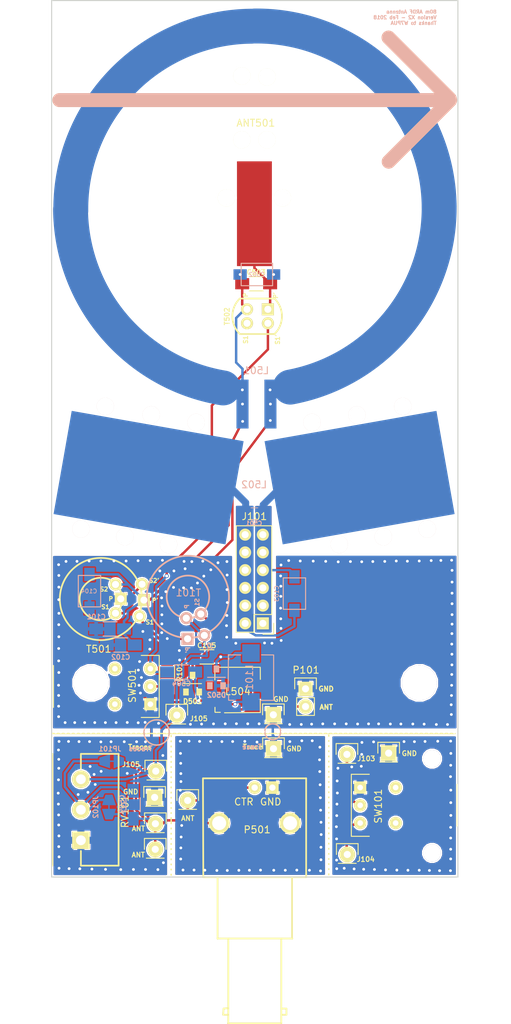
<source format=kicad_pcb>
(kicad_pcb (version 4) (host pcbnew 4.0.6)

  (general
    (links 73)
    (no_connects 0)
    (area 43.124999 38.224999 101.475001 163.875001)
    (thickness 1.6002)
    (drawings 25)
    (tracks 968)
    (zones 0)
    (modules 174)
    (nets 18)
  )

  (page A4)
  (layers
    (0 F.Cu mixed)
    (31 B.Cu mixed)
    (32 B.Adhes user)
    (33 F.Adhes user)
    (34 B.Paste user)
    (35 F.Paste user)
    (36 B.SilkS user)
    (37 F.SilkS user)
    (38 B.Mask user)
    (39 F.Mask user)
    (40 Dwgs.User user)
    (41 Cmts.User user)
    (42 Eco1.User user)
    (43 Eco2.User user)
    (44 Edge.Cuts user)
    (45 Margin user)
    (46 B.CrtYd user)
    (47 F.CrtYd user)
    (48 B.Fab user)
    (49 F.Fab user)
  )

  (setup
    (last_trace_width 0.25)
    (user_trace_width 0.35)
    (user_trace_width 0.5)
    (user_trace_width 0.75)
    (user_trace_width 1)
    (trace_clearance 0.2)
    (zone_clearance 0.127)
    (zone_45_only yes)
    (trace_min 0.2)
    (segment_width 0.2)
    (edge_width 0.15)
    (via_size 0.6)
    (via_drill 0.4)
    (via_min_size 0.4)
    (via_min_drill 0.3)
    (uvia_size 0.3)
    (uvia_drill 0.1)
    (uvias_allowed no)
    (uvia_min_size 0.2)
    (uvia_min_drill 0.1)
    (pcb_text_width 0.3)
    (pcb_text_size 1.5 1.5)
    (mod_edge_width 0.15)
    (mod_text_size 1 1)
    (mod_text_width 0.15)
    (pad_size 1.75 1.75)
    (pad_drill 0.8)
    (pad_to_mask_clearance 0.1)
    (aux_axis_origin 0 0)
    (visible_elements FFFE7F7F)
    (pcbplotparams
      (layerselection 0x010f0_80000007)
      (usegerberextensions true)
      (excludeedgelayer true)
      (linewidth 0.100000)
      (plotframeref false)
      (viasonmask false)
      (mode 1)
      (useauxorigin false)
      (hpglpennumber 1)
      (hpglpenspeed 20)
      (hpglpendiameter 15)
      (hpglpenoverlay 2)
      (psnegative false)
      (psa4output false)
      (plotreference true)
      (plotvalue true)
      (plotinvisibletext false)
      (padsonsilk false)
      (subtractmaskfromsilk false)
      (outputformat 1)
      (mirror false)
      (drillshape 0)
      (scaleselection 1)
      (outputdirectory "../IF Module/Gerbers/"))
  )

  (net 0 "")
  (net 1 "Net-(ANT501-Pad1)")
  (net 2 GND_L7)
  (net 3 "Net-(C504-Pad1)")
  (net 4 "Net-(C504-Pad2)")
  (net 5 "Net-(C509-Pad2)")
  (net 6 "Net-(C101-Pad2)")
  (net 7 "Net-(C103-Pad1)")
  (net 8 "Net-(C103-Pad2)")
  (net 9 "Net-(C509-Pad1)")
  (net 10 "Net-(R101-Pad2)")
  (net 11 "Net-(T501-Pad4)")
  (net 12 "Net-(J105-Pad1)")
  (net 13 "Net-(J103-Pad1)")
  (net 14 "Net-(J104-Pad1)")
  (net 15 "Net-(C105-Pad1)")
  (net 16 "Net-(C105-Pad2)")
  (net 17 "Net-(J108-Pad1)")

  (net_class Default "This is the default net class."
    (clearance 0.2)
    (trace_width 0.25)
    (via_dia 0.6)
    (via_drill 0.4)
    (uvia_dia 0.3)
    (uvia_drill 0.1)
    (add_net GND_L7)
    (add_net "Net-(ANT501-Pad1)")
    (add_net "Net-(C101-Pad2)")
    (add_net "Net-(C103-Pad1)")
    (add_net "Net-(C103-Pad2)")
    (add_net "Net-(C105-Pad1)")
    (add_net "Net-(C105-Pad2)")
    (add_net "Net-(C504-Pad1)")
    (add_net "Net-(C504-Pad2)")
    (add_net "Net-(C509-Pad1)")
    (add_net "Net-(C509-Pad2)")
    (add_net "Net-(J103-Pad1)")
    (add_net "Net-(J104-Pad1)")
    (add_net "Net-(J105-Pad1)")
    (add_net "Net-(J108-Pad1)")
    (add_net "Net-(R101-Pad2)")
    (add_net "Net-(T501-Pad4)")
  )

  (net_class Power.35 ""
    (clearance 0.2)
    (trace_width 0.35)
    (via_dia 0.6)
    (via_drill 0.4)
    (uvia_dia 0.3)
    (uvia_drill 0.1)
  )

  (net_class Power.5 ""
    (clearance 0.2)
    (trace_width 0.5)
    (via_dia 0.6)
    (via_drill 0.4)
    (uvia_dia 0.3)
    (uvia_drill 0.1)
  )

  (net_class Power.75 ""
    (clearance 0.2)
    (trace_width 0.25)
    (via_dia 0.6)
    (via_drill 0.4)
    (uvia_dia 0.3)
    (uvia_drill 0.1)
  )

  (net_class Power1.0 ""
    (clearance 0.2)
    (trace_width 1)
    (via_dia 0.6)
    (via_drill 0.4)
    (uvia_dia 0.3)
    (uvia_drill 0.1)
  )

  (module Mounting_Holes:MountingHole_2-5mm (layer F.Cu) (tedit 5A90BA37) (tstamp 5A94347A)
    (at 97.7 160.35)
    (descr "Mounting hole, Befestigungsbohrung, 2,5mm, No Annular, Kein Restring,")
    (tags "Mounting hole, Befestigungsbohrung, 2,5mm, No Annular, Kein Restring,")
    (fp_text reference REF** (at 0 -3.50012) (layer F.SilkS) hide
      (effects (font (size 1 1) (thickness 0.15)))
    )
    (fp_text value MountingHole_2-5mm (at 0.09906 3.59918) (layer F.Fab)
      (effects (font (size 1 1) (thickness 0.15)))
    )
    (fp_circle (center 0 0) (end 2.5 0) (layer Cmts.User) (width 0.381))
    (pad 1 thru_hole circle (at 0 0) (size 2.5 2.5) (drill 2.5) (layers))
  )

  (module Mounting_Holes:MountingHole_5mm (layer F.Cu) (tedit 5A90BA4D) (tstamp 5A9277D4)
    (at 95.88 136)
    (descr "Mounting hole, Befestigungsbohrung, 5mm, No Annular, Kein Restring,")
    (tags "Mounting hole, Befestigungsbohrung, 5mm, No Annular, Kein Restring,")
    (fp_text reference REF** (at 0 -6.49986) (layer F.SilkS) hide
      (effects (font (size 1 1) (thickness 0.15)))
    )
    (fp_text value MountingHole_5mm (at 0 7.00024) (layer F.Fab)
      (effects (font (size 1 1) (thickness 0.15)))
    )
    (fp_circle (center 0 0) (end 5 0) (layer Cmts.User) (width 0.381))
    (pad 1 thru_hole circle (at 0 0) (size 5 5) (drill 5) (layers))
  )

  (module Pin_Headers:Pin_Header_Straight_1x01 (layer F.Cu) (tedit 5A8F7AC6) (tstamp 5A92F0FD)
    (at 58.04 159.83)
    (descr "Through hole pin header")
    (tags "pin header")
    (path /5A8F3CAE)
    (fp_text reference ANT (at -2.44 0.8) (layer F.SilkS)
      (effects (font (size 0.7 0.7) (thickness 0.15)))
    )
    (fp_text value TEST_1P (at 0 -3.1) (layer F.Fab)
      (effects (font (size 1 1) (thickness 0.15)))
    )
    (fp_line (start 1.55 -1.55) (end 1.55 0) (layer F.SilkS) (width 0.15))
    (fp_line (start -1.75 -1.75) (end -1.75 1.75) (layer F.CrtYd) (width 0.05))
    (fp_line (start 1.75 -1.75) (end 1.75 1.75) (layer F.CrtYd) (width 0.05))
    (fp_line (start -1.75 -1.75) (end 1.75 -1.75) (layer F.CrtYd) (width 0.05))
    (fp_line (start -1.75 1.75) (end 1.75 1.75) (layer F.CrtYd) (width 0.05))
    (fp_line (start -1.55 0) (end -1.55 -1.55) (layer F.SilkS) (width 0.15))
    (fp_line (start -1.55 -1.55) (end 1.55 -1.55) (layer F.SilkS) (width 0.15))
    (fp_line (start -1.27 1.27) (end 1.27 1.27) (layer F.SilkS) (width 0.15))
    (pad 1 thru_hole circle (at 0 0) (size 2.2352 2.2352) (drill 1.016) (layers *.Cu *.Mask F.SilkS)
      (net 5 "Net-(C509-Pad2)"))
    (model Pin_Headers.3dshapes/Pin_Header_Straight_1x01.wrl
      (at (xyz 0 0 0))
      (scale (xyz 1 1 1))
      (rotate (xyz 0 0 90))
    )
  )

  (module Mounting_Holes:NP_Thru_Hole_0.5mm (layer F.Cu) (tedit 59E653AA) (tstamp 5A92F0C5)
    (at 71.27 142.99)
    (descr "Mounting hole, Befestigungsbohrung, 2,5mm, No Annular, Kein Restring,")
    (tags "Mounting hole, Befestigungsbohrung, 2,5mm, No Annular, Kein Restring,")
    (fp_text reference REF** (at 0 -3.50012) (layer F.SilkS) hide
      (effects (font (size 1 1) (thickness 0.15)))
    )
    (fp_text value NP_Thru_Hole_0.5mm (at 0.09906 3.59918) (layer F.Fab)
      (effects (font (size 1 1) (thickness 0.15)))
    )
    (pad "" np_thru_hole circle (at 0 0) (size 0.5 0.5) (drill 0.5) (layers *.Cu *.Mask))
  )

  (module Mounting_Holes:NP_Thru_Hole_0.5mm (layer F.Cu) (tedit 59E653AA) (tstamp 5A92EF58)
    (at 84.97 142.99)
    (descr "Mounting hole, Befestigungsbohrung, 2,5mm, No Annular, Kein Restring,")
    (tags "Mounting hole, Befestigungsbohrung, 2,5mm, No Annular, Kein Restring,")
    (fp_text reference REF** (at 0 -3.50012) (layer F.SilkS) hide
      (effects (font (size 1 1) (thickness 0.15)))
    )
    (fp_text value NP_Thru_Hole_0.5mm (at 0.09906 3.59918) (layer F.Fab)
      (effects (font (size 1 1) (thickness 0.15)))
    )
    (pad "" np_thru_hole circle (at 0 0) (size 0.5 0.5) (drill 0.5) (layers *.Cu *.Mask))
  )

  (module Connect:BNC_Right_Angle (layer F.Cu) (tedit 5A8F75E7) (tstamp 5897D967)
    (at 72.28 151 180)
    (descr file:///Users/Charles/Downloads/ENG_CD_5227677_A1.pdf)
    (tags "	\r5227677-1")
    (path /57DF2289)
    (fp_text reference P501 (at -0.36 -6.02 180) (layer F.SilkS)
      (effects (font (size 1 1) (thickness 0.15)))
    )
    (fp_text value "BNC ANT OUT ~~25Ω" (at -3.81 11.43 180) (layer F.Fab)
      (effects (font (size 1 1) (thickness 0.15)))
    )
    (fp_line (start 4.445 -31.6357) (end 3.7719 -31.5722) (layer F.SilkS) (width 0.25))
    (fp_line (start 4.445 -32.5247) (end 3.8227 -32.5247) (layer F.SilkS) (width 0.25))
    (fp_line (start -4.5593 -32.5247) (end -4.5593 -31.6357) (layer F.SilkS) (width 0.25))
    (fp_line (start 4.5085 -32.5247) (end 4.445 -31.6357) (layer F.SilkS) (width 0.25))
    (fp_line (start -3.937 -32.5247) (end -4.3815 -32.5247) (layer F.SilkS) (width 0.25))
    (fp_line (start 4.5085 -32.5247) (end 4.445 -31.6357) (layer F.SilkS) (width 0.25))
    (fp_line (start -4.445 -31.6357) (end -3.8862 -31.6357) (layer F.SilkS) (width 0.25))
    (fp_line (start -3.8227 -33.7566) (end 3.8227 -33.7566) (layer F.SilkS) (width 0.25))
    (fp_line (start 3.7719 -21.6916) (end 3.7719 -33.7566) (layer F.SilkS) (width 0.25))
    (fp_line (start -3.8227 -21.6916) (end -3.8227 -33.7566) (layer F.SilkS) (width 0.25))
    (fp_line (start -5.3975 -21.6027) (end 5.3086 -21.6027) (layer F.SilkS) (width 0.25))
    (fp_line (start 5.3086 -12.8778) (end 5.3086 -21.6408) (layer F.SilkS) (width 0.25))
    (fp_line (start -5.3594 -12.8778) (end -5.3594 -21.6408) (layer F.SilkS) (width 0.25))
    (fp_line (start 7.3533 -12.7762) (end 7.4041 1.3335) (layer F.SilkS) (width 0.25))
    (fp_line (start -7.38 -12.8) (end -7.38 1.33) (layer F.SilkS) (width 0.25))
    (fp_line (start -7.38 1.33) (end 7.38 1.33) (layer F.SilkS) (width 0.25))
    (fp_line (start -7.38 -12.83) (end 7.38 -12.83) (layer F.SilkS) (width 0.25))
    (fp_text user CTR (at 1.5494 -2.032 180) (layer F.SilkS)
      (effects (font (size 1 1) (thickness 0.15)))
    )
    (fp_text user GND (at -2.2987 -2.032 180) (layer F.SilkS)
      (effects (font (size 1 1) (thickness 0.15)))
    )
    (pad 2 thru_hole circle (at -5.08 -5.08 180) (size 3 3) (drill 2) (layers *.Cu *.Mask F.SilkS)
      (net 2 GND_L7) (zone_connect 1) (thermal_width 1) (thermal_gap 0.15))
    (pad 1 thru_hole circle (at 0 0 180) (size 1.8 1.8) (drill 0.9) (layers *.Cu *.Mask F.SilkS)
      (net 5 "Net-(C509-Pad2)"))
    (pad 2 thru_hole rect (at -2.54 0 180) (size 1.8 1.8) (drill 0.9) (layers *.Cu *.Mask F.SilkS)
      (net 2 GND_L7) (zone_connect 1) (thermal_width 1) (thermal_gap 0.15))
    (pad 2 thru_hole circle (at 5.08 -5.08 180) (size 3 3) (drill 2) (layers *.Cu *.Mask F.SilkS)
      (net 2 GND_L7) (zone_connect 1) (thermal_width 1) (thermal_gap 0.15))
  )

  (module Mounting_Holes:NP_Thru_Hole_0.5mm (layer F.Cu) (tedit 59E653AA) (tstamp 5A92E966)
    (at 61.14 142.98)
    (descr "Mounting hole, Befestigungsbohrung, 2,5mm, No Annular, Kein Restring,")
    (tags "Mounting hole, Befestigungsbohrung, 2,5mm, No Annular, Kein Restring,")
    (fp_text reference REF** (at 0 -3.50012) (layer F.SilkS) hide
      (effects (font (size 1 1) (thickness 0.15)))
    )
    (fp_text value NP_Thru_Hole_0.5mm (at 0.09906 3.59918) (layer F.Fab)
      (effects (font (size 1 1) (thickness 0.15)))
    )
    (pad "" np_thru_hole circle (at 0 0) (size 0.5 0.5) (drill 0.5) (layers *.Cu *.Mask))
  )

  (module Mounting_Holes:NP_Thru_Hole_0.5mm (layer F.Cu) (tedit 59E653AA) (tstamp 5A92E961)
    (at 64.77 143)
    (descr "Mounting hole, Befestigungsbohrung, 2,5mm, No Annular, Kein Restring,")
    (tags "Mounting hole, Befestigungsbohrung, 2,5mm, No Annular, Kein Restring,")
    (fp_text reference REF** (at 0 -3.50012) (layer F.SilkS) hide
      (effects (font (size 1 1) (thickness 0.15)))
    )
    (fp_text value NP_Thru_Hole_0.5mm (at 0.09906 3.59918) (layer F.Fab)
      (effects (font (size 1 1) (thickness 0.15)))
    )
    (pad "" np_thru_hole circle (at 0 0) (size 0.5 0.5) (drill 0.5) (layers *.Cu *.Mask))
  )

  (module Mounting_Holes:NP_Thru_Hole_0.5mm (layer F.Cu) (tedit 59E653AA) (tstamp 5A92E95B)
    (at 82.88 163.04)
    (descr "Mounting hole, Befestigungsbohrung, 2,5mm, No Annular, Kein Restring,")
    (tags "Mounting hole, Befestigungsbohrung, 2,5mm, No Annular, Kein Restring,")
    (fp_text reference REF** (at 0 -3.50012) (layer F.SilkS) hide
      (effects (font (size 1 1) (thickness 0.15)))
    )
    (fp_text value NP_Thru_Hole_0.5mm (at 0.09906 3.59918) (layer F.Fab)
      (effects (font (size 1 1) (thickness 0.15)))
    )
    (pad "" np_thru_hole circle (at 0 0) (size 0.5 0.5) (drill 0.5) (layers *.Cu *.Mask))
  )

  (module Mounting_Holes:NP_Thru_Hole_0.5mm (layer F.Cu) (tedit 59E653AA) (tstamp 5A92E957)
    (at 82.88 162.31)
    (descr "Mounting hole, Befestigungsbohrung, 2,5mm, No Annular, Kein Restring,")
    (tags "Mounting hole, Befestigungsbohrung, 2,5mm, No Annular, Kein Restring,")
    (fp_text reference REF** (at 0 -3.50012) (layer F.SilkS) hide
      (effects (font (size 1 1) (thickness 0.15)))
    )
    (fp_text value NP_Thru_Hole_0.5mm (at 0.09906 3.59918) (layer F.Fab)
      (effects (font (size 1 1) (thickness 0.15)))
    )
    (pad "" np_thru_hole circle (at 0 0) (size 0.5 0.5) (drill 0.5) (layers *.Cu *.Mask))
  )

  (module Mounting_Holes:NP_Thru_Hole_0.5mm (layer F.Cu) (tedit 59E653AA) (tstamp 5A92E953)
    (at 82.88 161.58)
    (descr "Mounting hole, Befestigungsbohrung, 2,5mm, No Annular, Kein Restring,")
    (tags "Mounting hole, Befestigungsbohrung, 2,5mm, No Annular, Kein Restring,")
    (fp_text reference REF** (at 0 -3.50012) (layer F.SilkS) hide
      (effects (font (size 1 1) (thickness 0.15)))
    )
    (fp_text value NP_Thru_Hole_0.5mm (at 0.09906 3.59918) (layer F.Fab)
      (effects (font (size 1 1) (thickness 0.15)))
    )
    (pad "" np_thru_hole circle (at 0 0) (size 0.5 0.5) (drill 0.5) (layers *.Cu *.Mask))
  )

  (module Mounting_Holes:NP_Thru_Hole_0.5mm (layer F.Cu) (tedit 59E653AA) (tstamp 5A92E94F)
    (at 82.88 160.85)
    (descr "Mounting hole, Befestigungsbohrung, 2,5mm, No Annular, Kein Restring,")
    (tags "Mounting hole, Befestigungsbohrung, 2,5mm, No Annular, Kein Restring,")
    (fp_text reference REF** (at 0 -3.50012) (layer F.SilkS) hide
      (effects (font (size 1 1) (thickness 0.15)))
    )
    (fp_text value NP_Thru_Hole_0.5mm (at 0.09906 3.59918) (layer F.Fab)
      (effects (font (size 1 1) (thickness 0.15)))
    )
    (pad "" np_thru_hole circle (at 0 0) (size 0.5 0.5) (drill 0.5) (layers *.Cu *.Mask))
  )

  (module Mounting_Holes:NP_Thru_Hole_0.5mm (layer F.Cu) (tedit 59E653AA) (tstamp 5A92E94B)
    (at 82.89 160.12)
    (descr "Mounting hole, Befestigungsbohrung, 2,5mm, No Annular, Kein Restring,")
    (tags "Mounting hole, Befestigungsbohrung, 2,5mm, No Annular, Kein Restring,")
    (fp_text reference REF** (at 0 -3.50012) (layer F.SilkS) hide
      (effects (font (size 1 1) (thickness 0.15)))
    )
    (fp_text value NP_Thru_Hole_0.5mm (at 0.09906 3.59918) (layer F.Fab)
      (effects (font (size 1 1) (thickness 0.15)))
    )
    (pad "" np_thru_hole circle (at 0 0) (size 0.5 0.5) (drill 0.5) (layers *.Cu *.Mask))
  )

  (module Mounting_Holes:NP_Thru_Hole_0.5mm (layer F.Cu) (tedit 59E653AA) (tstamp 5A92E947)
    (at 82.88 159.39)
    (descr "Mounting hole, Befestigungsbohrung, 2,5mm, No Annular, Kein Restring,")
    (tags "Mounting hole, Befestigungsbohrung, 2,5mm, No Annular, Kein Restring,")
    (fp_text reference REF** (at 0 -3.50012) (layer F.SilkS) hide
      (effects (font (size 1 1) (thickness 0.15)))
    )
    (fp_text value NP_Thru_Hole_0.5mm (at 0.09906 3.59918) (layer F.Fab)
      (effects (font (size 1 1) (thickness 0.15)))
    )
    (pad "" np_thru_hole circle (at 0 0) (size 0.5 0.5) (drill 0.5) (layers *.Cu *.Mask))
  )

  (module Mounting_Holes:NP_Thru_Hole_0.5mm (layer F.Cu) (tedit 59E653AA) (tstamp 5A92E943)
    (at 82.88 158.65)
    (descr "Mounting hole, Befestigungsbohrung, 2,5mm, No Annular, Kein Restring,")
    (tags "Mounting hole, Befestigungsbohrung, 2,5mm, No Annular, Kein Restring,")
    (fp_text reference REF** (at 0 -3.50012) (layer F.SilkS) hide
      (effects (font (size 1 1) (thickness 0.15)))
    )
    (fp_text value NP_Thru_Hole_0.5mm (at 0.09906 3.59918) (layer F.Fab)
      (effects (font (size 1 1) (thickness 0.15)))
    )
    (pad "" np_thru_hole circle (at 0 0) (size 0.5 0.5) (drill 0.5) (layers *.Cu *.Mask))
  )

  (module Mounting_Holes:NP_Thru_Hole_0.5mm (layer F.Cu) (tedit 59E653AA) (tstamp 5A92E93F)
    (at 82.88 157.92)
    (descr "Mounting hole, Befestigungsbohrung, 2,5mm, No Annular, Kein Restring,")
    (tags "Mounting hole, Befestigungsbohrung, 2,5mm, No Annular, Kein Restring,")
    (fp_text reference REF** (at 0 -3.50012) (layer F.SilkS) hide
      (effects (font (size 1 1) (thickness 0.15)))
    )
    (fp_text value NP_Thru_Hole_0.5mm (at 0.09906 3.59918) (layer F.Fab)
      (effects (font (size 1 1) (thickness 0.15)))
    )
    (pad "" np_thru_hole circle (at 0 0) (size 0.5 0.5) (drill 0.5) (layers *.Cu *.Mask))
  )

  (module Mounting_Holes:NP_Thru_Hole_0.5mm (layer F.Cu) (tedit 59E653AA) (tstamp 5A92E93B)
    (at 82.88 157.18)
    (descr "Mounting hole, Befestigungsbohrung, 2,5mm, No Annular, Kein Restring,")
    (tags "Mounting hole, Befestigungsbohrung, 2,5mm, No Annular, Kein Restring,")
    (fp_text reference REF** (at 0 -3.50012) (layer F.SilkS) hide
      (effects (font (size 1 1) (thickness 0.15)))
    )
    (fp_text value NP_Thru_Hole_0.5mm (at 0.09906 3.59918) (layer F.Fab)
      (effects (font (size 1 1) (thickness 0.15)))
    )
    (pad "" np_thru_hole circle (at 0 0) (size 0.5 0.5) (drill 0.5) (layers *.Cu *.Mask))
  )

  (module Mounting_Holes:NP_Thru_Hole_0.5mm (layer F.Cu) (tedit 59E653AA) (tstamp 5A92E937)
    (at 82.88 156.42)
    (descr "Mounting hole, Befestigungsbohrung, 2,5mm, No Annular, Kein Restring,")
    (tags "Mounting hole, Befestigungsbohrung, 2,5mm, No Annular, Kein Restring,")
    (fp_text reference REF** (at 0 -3.50012) (layer F.SilkS) hide
      (effects (font (size 1 1) (thickness 0.15)))
    )
    (fp_text value NP_Thru_Hole_0.5mm (at 0.09906 3.59918) (layer F.Fab)
      (effects (font (size 1 1) (thickness 0.15)))
    )
    (pad "" np_thru_hole circle (at 0 0) (size 0.5 0.5) (drill 0.5) (layers *.Cu *.Mask))
  )

  (module Mounting_Holes:NP_Thru_Hole_0.5mm (layer F.Cu) (tedit 59E653AA) (tstamp 5A92E933)
    (at 82.88 155.69)
    (descr "Mounting hole, Befestigungsbohrung, 2,5mm, No Annular, Kein Restring,")
    (tags "Mounting hole, Befestigungsbohrung, 2,5mm, No Annular, Kein Restring,")
    (fp_text reference REF** (at 0 -3.50012) (layer F.SilkS) hide
      (effects (font (size 1 1) (thickness 0.15)))
    )
    (fp_text value NP_Thru_Hole_0.5mm (at 0.09906 3.59918) (layer F.Fab)
      (effects (font (size 1 1) (thickness 0.15)))
    )
    (pad "" np_thru_hole circle (at 0 0) (size 0.5 0.5) (drill 0.5) (layers *.Cu *.Mask))
  )

  (module Mounting_Holes:NP_Thru_Hole_0.5mm (layer F.Cu) (tedit 59E653AA) (tstamp 5A92E92F)
    (at 82.88 154.95)
    (descr "Mounting hole, Befestigungsbohrung, 2,5mm, No Annular, Kein Restring,")
    (tags "Mounting hole, Befestigungsbohrung, 2,5mm, No Annular, Kein Restring,")
    (fp_text reference REF** (at 0 -3.50012) (layer F.SilkS) hide
      (effects (font (size 1 1) (thickness 0.15)))
    )
    (fp_text value NP_Thru_Hole_0.5mm (at 0.09906 3.59918) (layer F.Fab)
      (effects (font (size 1 1) (thickness 0.15)))
    )
    (pad "" np_thru_hole circle (at 0 0) (size 0.5 0.5) (drill 0.5) (layers *.Cu *.Mask))
  )

  (module Mounting_Holes:NP_Thru_Hole_0.5mm (layer F.Cu) (tedit 59E653AA) (tstamp 5A92E92B)
    (at 82.88 154.23)
    (descr "Mounting hole, Befestigungsbohrung, 2,5mm, No Annular, Kein Restring,")
    (tags "Mounting hole, Befestigungsbohrung, 2,5mm, No Annular, Kein Restring,")
    (fp_text reference REF** (at 0 -3.50012) (layer F.SilkS) hide
      (effects (font (size 1 1) (thickness 0.15)))
    )
    (fp_text value NP_Thru_Hole_0.5mm (at 0.09906 3.59918) (layer F.Fab)
      (effects (font (size 1 1) (thickness 0.15)))
    )
    (pad "" np_thru_hole circle (at 0 0) (size 0.5 0.5) (drill 0.5) (layers *.Cu *.Mask))
  )

  (module Mounting_Holes:NP_Thru_Hole_0.5mm (layer F.Cu) (tedit 59E653AA) (tstamp 5A92E927)
    (at 82.88 153.5)
    (descr "Mounting hole, Befestigungsbohrung, 2,5mm, No Annular, Kein Restring,")
    (tags "Mounting hole, Befestigungsbohrung, 2,5mm, No Annular, Kein Restring,")
    (fp_text reference REF** (at 0 -3.50012) (layer F.SilkS) hide
      (effects (font (size 1 1) (thickness 0.15)))
    )
    (fp_text value NP_Thru_Hole_0.5mm (at 0.09906 3.59918) (layer F.Fab)
      (effects (font (size 1 1) (thickness 0.15)))
    )
    (pad "" np_thru_hole circle (at 0 0) (size 0.5 0.5) (drill 0.5) (layers *.Cu *.Mask))
  )

  (module Mounting_Holes:NP_Thru_Hole_0.5mm (layer F.Cu) (tedit 59E653AA) (tstamp 5A92E923)
    (at 82.88 152.76)
    (descr "Mounting hole, Befestigungsbohrung, 2,5mm, No Annular, Kein Restring,")
    (tags "Mounting hole, Befestigungsbohrung, 2,5mm, No Annular, Kein Restring,")
    (fp_text reference REF** (at 0 -3.50012) (layer F.SilkS) hide
      (effects (font (size 1 1) (thickness 0.15)))
    )
    (fp_text value NP_Thru_Hole_0.5mm (at 0.09906 3.59918) (layer F.Fab)
      (effects (font (size 1 1) (thickness 0.15)))
    )
    (pad "" np_thru_hole circle (at 0 0) (size 0.5 0.5) (drill 0.5) (layers *.Cu *.Mask))
  )

  (module Mounting_Holes:NP_Thru_Hole_0.5mm (layer F.Cu) (tedit 59E653AA) (tstamp 5A92E91F)
    (at 82.88 152.03)
    (descr "Mounting hole, Befestigungsbohrung, 2,5mm, No Annular, Kein Restring,")
    (tags "Mounting hole, Befestigungsbohrung, 2,5mm, No Annular, Kein Restring,")
    (fp_text reference REF** (at 0 -3.50012) (layer F.SilkS) hide
      (effects (font (size 1 1) (thickness 0.15)))
    )
    (fp_text value NP_Thru_Hole_0.5mm (at 0.09906 3.59918) (layer F.Fab)
      (effects (font (size 1 1) (thickness 0.15)))
    )
    (pad "" np_thru_hole circle (at 0 0) (size 0.5 0.5) (drill 0.5) (layers *.Cu *.Mask))
  )

  (module Mounting_Holes:NP_Thru_Hole_0.5mm (layer F.Cu) (tedit 59E653AA) (tstamp 5A92E91B)
    (at 82.88 151.29)
    (descr "Mounting hole, Befestigungsbohrung, 2,5mm, No Annular, Kein Restring,")
    (tags "Mounting hole, Befestigungsbohrung, 2,5mm, No Annular, Kein Restring,")
    (fp_text reference REF** (at 0 -3.50012) (layer F.SilkS) hide
      (effects (font (size 1 1) (thickness 0.15)))
    )
    (fp_text value NP_Thru_Hole_0.5mm (at 0.09906 3.59918) (layer F.Fab)
      (effects (font (size 1 1) (thickness 0.15)))
    )
    (pad "" np_thru_hole circle (at 0 0) (size 0.5 0.5) (drill 0.5) (layers *.Cu *.Mask))
  )

  (module Mounting_Holes:NP_Thru_Hole_0.5mm (layer F.Cu) (tedit 59E653AA) (tstamp 5A92E917)
    (at 82.88 150.55)
    (descr "Mounting hole, Befestigungsbohrung, 2,5mm, No Annular, Kein Restring,")
    (tags "Mounting hole, Befestigungsbohrung, 2,5mm, No Annular, Kein Restring,")
    (fp_text reference REF** (at 0 -3.50012) (layer F.SilkS) hide
      (effects (font (size 1 1) (thickness 0.15)))
    )
    (fp_text value NP_Thru_Hole_0.5mm (at 0.09906 3.59918) (layer F.Fab)
      (effects (font (size 1 1) (thickness 0.15)))
    )
    (pad "" np_thru_hole circle (at 0 0) (size 0.5 0.5) (drill 0.5) (layers *.Cu *.Mask))
  )

  (module Mounting_Holes:NP_Thru_Hole_0.5mm (layer F.Cu) (tedit 59E653AA) (tstamp 5A92E913)
    (at 82.88 149.83)
    (descr "Mounting hole, Befestigungsbohrung, 2,5mm, No Annular, Kein Restring,")
    (tags "Mounting hole, Befestigungsbohrung, 2,5mm, No Annular, Kein Restring,")
    (fp_text reference REF** (at 0 -3.50012) (layer F.SilkS) hide
      (effects (font (size 1 1) (thickness 0.15)))
    )
    (fp_text value NP_Thru_Hole_0.5mm (at 0.09906 3.59918) (layer F.Fab)
      (effects (font (size 1 1) (thickness 0.15)))
    )
    (pad "" np_thru_hole circle (at 0 0) (size 0.5 0.5) (drill 0.5) (layers *.Cu *.Mask))
  )

  (module Mounting_Holes:NP_Thru_Hole_0.5mm (layer F.Cu) (tedit 59E653AA) (tstamp 5A92E90F)
    (at 82.88 149.1)
    (descr "Mounting hole, Befestigungsbohrung, 2,5mm, No Annular, Kein Restring,")
    (tags "Mounting hole, Befestigungsbohrung, 2,5mm, No Annular, Kein Restring,")
    (fp_text reference REF** (at 0 -3.50012) (layer F.SilkS) hide
      (effects (font (size 1 1) (thickness 0.15)))
    )
    (fp_text value NP_Thru_Hole_0.5mm (at 0.09906 3.59918) (layer F.Fab)
      (effects (font (size 1 1) (thickness 0.15)))
    )
    (pad "" np_thru_hole circle (at 0 0) (size 0.5 0.5) (drill 0.5) (layers *.Cu *.Mask))
  )

  (module Mounting_Holes:NP_Thru_Hole_0.5mm (layer F.Cu) (tedit 59E653AA) (tstamp 5A92E90B)
    (at 82.88 148.37)
    (descr "Mounting hole, Befestigungsbohrung, 2,5mm, No Annular, Kein Restring,")
    (tags "Mounting hole, Befestigungsbohrung, 2,5mm, No Annular, Kein Restring,")
    (fp_text reference REF** (at 0 -3.50012) (layer F.SilkS) hide
      (effects (font (size 1 1) (thickness 0.15)))
    )
    (fp_text value NP_Thru_Hole_0.5mm (at 0.09906 3.59918) (layer F.Fab)
      (effects (font (size 1 1) (thickness 0.15)))
    )
    (pad "" np_thru_hole circle (at 0 0) (size 0.5 0.5) (drill 0.5) (layers *.Cu *.Mask))
  )

  (module Mounting_Holes:NP_Thru_Hole_0.5mm (layer F.Cu) (tedit 59E653AA) (tstamp 5A92E907)
    (at 82.88 147.64)
    (descr "Mounting hole, Befestigungsbohrung, 2,5mm, No Annular, Kein Restring,")
    (tags "Mounting hole, Befestigungsbohrung, 2,5mm, No Annular, Kein Restring,")
    (fp_text reference REF** (at 0 -3.50012) (layer F.SilkS) hide
      (effects (font (size 1 1) (thickness 0.15)))
    )
    (fp_text value NP_Thru_Hole_0.5mm (at 0.09906 3.59918) (layer F.Fab)
      (effects (font (size 1 1) (thickness 0.15)))
    )
    (pad "" np_thru_hole circle (at 0 0) (size 0.5 0.5) (drill 0.5) (layers *.Cu *.Mask))
  )

  (module Mounting_Holes:NP_Thru_Hole_0.5mm (layer F.Cu) (tedit 59E653AA) (tstamp 5A92E903)
    (at 82.88 146.9)
    (descr "Mounting hole, Befestigungsbohrung, 2,5mm, No Annular, Kein Restring,")
    (tags "Mounting hole, Befestigungsbohrung, 2,5mm, No Annular, Kein Restring,")
    (fp_text reference REF** (at 0 -3.50012) (layer F.SilkS) hide
      (effects (font (size 1 1) (thickness 0.15)))
    )
    (fp_text value NP_Thru_Hole_0.5mm (at 0.09906 3.59918) (layer F.Fab)
      (effects (font (size 1 1) (thickness 0.15)))
    )
    (pad "" np_thru_hole circle (at 0 0) (size 0.5 0.5) (drill 0.5) (layers *.Cu *.Mask))
  )

  (module Mounting_Holes:NP_Thru_Hole_0.5mm (layer F.Cu) (tedit 59E653AA) (tstamp 5A92E8FF)
    (at 82.88 146.17)
    (descr "Mounting hole, Befestigungsbohrung, 2,5mm, No Annular, Kein Restring,")
    (tags "Mounting hole, Befestigungsbohrung, 2,5mm, No Annular, Kein Restring,")
    (fp_text reference REF** (at 0 -3.50012) (layer F.SilkS) hide
      (effects (font (size 1 1) (thickness 0.15)))
    )
    (fp_text value NP_Thru_Hole_0.5mm (at 0.09906 3.59918) (layer F.Fab)
      (effects (font (size 1 1) (thickness 0.15)))
    )
    (pad "" np_thru_hole circle (at 0 0) (size 0.5 0.5) (drill 0.5) (layers *.Cu *.Mask))
  )

  (module Mounting_Holes:NP_Thru_Hole_0.5mm (layer F.Cu) (tedit 59E653AA) (tstamp 5A92E8FB)
    (at 82.88 145.43)
    (descr "Mounting hole, Befestigungsbohrung, 2,5mm, No Annular, Kein Restring,")
    (tags "Mounting hole, Befestigungsbohrung, 2,5mm, No Annular, Kein Restring,")
    (fp_text reference REF** (at 0 -3.50012) (layer F.SilkS) hide
      (effects (font (size 1 1) (thickness 0.15)))
    )
    (fp_text value NP_Thru_Hole_0.5mm (at 0.09906 3.59918) (layer F.Fab)
      (effects (font (size 1 1) (thickness 0.15)))
    )
    (pad "" np_thru_hole circle (at 0 0) (size 0.5 0.5) (drill 0.5) (layers *.Cu *.Mask))
  )

  (module Mounting_Holes:NP_Thru_Hole_0.5mm (layer F.Cu) (tedit 59E653AA) (tstamp 5A92E8F7)
    (at 82.88 144.69)
    (descr "Mounting hole, Befestigungsbohrung, 2,5mm, No Annular, Kein Restring,")
    (tags "Mounting hole, Befestigungsbohrung, 2,5mm, No Annular, Kein Restring,")
    (fp_text reference REF** (at 0 -3.50012) (layer F.SilkS) hide
      (effects (font (size 1 1) (thickness 0.15)))
    )
    (fp_text value NP_Thru_Hole_0.5mm (at 0.09906 3.59918) (layer F.Fab)
      (effects (font (size 1 1) (thickness 0.15)))
    )
    (pad "" np_thru_hole circle (at 0 0) (size 0.5 0.5) (drill 0.5) (layers *.Cu *.Mask))
  )

  (module Mounting_Holes:NP_Thru_Hole_0.5mm (layer F.Cu) (tedit 59E653AA) (tstamp 5A92E8F3)
    (at 82.88 143.95)
    (descr "Mounting hole, Befestigungsbohrung, 2,5mm, No Annular, Kein Restring,")
    (tags "Mounting hole, Befestigungsbohrung, 2,5mm, No Annular, Kein Restring,")
    (fp_text reference REF** (at 0 -3.50012) (layer F.SilkS) hide
      (effects (font (size 1 1) (thickness 0.15)))
    )
    (fp_text value NP_Thru_Hole_0.5mm (at 0.09906 3.59918) (layer F.Fab)
      (effects (font (size 1 1) (thickness 0.15)))
    )
    (pad "" np_thru_hole circle (at 0 0) (size 0.5 0.5) (drill 0.5) (layers *.Cu *.Mask))
  )

  (module Pin_Headers:Pin_Header_Straight_1x01 (layer F.Cu) (tedit 5A905B81) (tstamp 5A92E877)
    (at 85.5 146.24)
    (descr "Through hole pin header")
    (tags "pin header")
    (path /5A8F40F9)
    (fp_text reference J103 (at 2.77 0.61) (layer F.SilkS)
      (effects (font (size 0.7 0.7) (thickness 0.15)))
    )
    (fp_text value TEST_1P (at 0 -3.1) (layer F.Fab)
      (effects (font (size 1 1) (thickness 0.15)))
    )
    (fp_line (start 1.55 -1.55) (end 1.55 0) (layer F.SilkS) (width 0.15))
    (fp_line (start -1.75 -1.75) (end -1.75 1.75) (layer F.CrtYd) (width 0.05))
    (fp_line (start 1.75 -1.75) (end 1.75 1.75) (layer F.CrtYd) (width 0.05))
    (fp_line (start -1.75 -1.75) (end 1.75 -1.75) (layer F.CrtYd) (width 0.05))
    (fp_line (start -1.75 1.75) (end 1.75 1.75) (layer F.CrtYd) (width 0.05))
    (fp_line (start -1.55 0) (end -1.55 -1.55) (layer F.SilkS) (width 0.15))
    (fp_line (start -1.55 -1.55) (end 1.55 -1.55) (layer F.SilkS) (width 0.15))
    (fp_line (start -1.27 1.27) (end 1.27 1.27) (layer F.SilkS) (width 0.15))
    (pad 1 thru_hole circle (at 0 0) (size 2.2352 2.2352) (drill 1.016) (layers *.Cu *.Mask F.SilkS)
      (net 13 "Net-(J103-Pad1)"))
    (model Pin_Headers.3dshapes/Pin_Header_Straight_1x01.wrl
      (at (xyz 0 0 0))
      (scale (xyz 1 1 1))
      (rotate (xyz 0 0 90))
    )
  )

  (module Mounting_Holes:NP_Thru_Hole_0.5mm (layer F.Cu) (tedit 59E653AA) (tstamp 5A92E610)
    (at 60.3 144)
    (descr "Mounting hole, Befestigungsbohrung, 2,5mm, No Annular, Kein Restring,")
    (tags "Mounting hole, Befestigungsbohrung, 2,5mm, No Annular, Kein Restring,")
    (fp_text reference REF** (at 0 -3.50012) (layer F.SilkS) hide
      (effects (font (size 1 1) (thickness 0.15)))
    )
    (fp_text value NP_Thru_Hole_0.5mm (at 0.09906 3.59918) (layer F.Fab)
      (effects (font (size 1 1) (thickness 0.15)))
    )
    (pad "" np_thru_hole circle (at 0 0) (size 0.5 0.5) (drill 0.5) (layers *.Cu *.Mask))
  )

  (module Mounting_Holes:NP_Thru_Hole_0.5mm (layer F.Cu) (tedit 59E653AA) (tstamp 5A92E60B)
    (at 60.3 144.74)
    (descr "Mounting hole, Befestigungsbohrung, 2,5mm, No Annular, Kein Restring,")
    (tags "Mounting hole, Befestigungsbohrung, 2,5mm, No Annular, Kein Restring,")
    (fp_text reference REF** (at 0 -3.50012) (layer F.SilkS) hide
      (effects (font (size 1 1) (thickness 0.15)))
    )
    (fp_text value NP_Thru_Hole_0.5mm (at 0.09906 3.59918) (layer F.Fab)
      (effects (font (size 1 1) (thickness 0.15)))
    )
    (pad "" np_thru_hole circle (at 0 0) (size 0.5 0.5) (drill 0.5) (layers *.Cu *.Mask))
  )

  (module Mounting_Holes:NP_Thru_Hole_0.5mm (layer F.Cu) (tedit 59E653AA) (tstamp 5A92E606)
    (at 60.3 145.48)
    (descr "Mounting hole, Befestigungsbohrung, 2,5mm, No Annular, Kein Restring,")
    (tags "Mounting hole, Befestigungsbohrung, 2,5mm, No Annular, Kein Restring,")
    (fp_text reference REF** (at 0 -3.50012) (layer F.SilkS) hide
      (effects (font (size 1 1) (thickness 0.15)))
    )
    (fp_text value NP_Thru_Hole_0.5mm (at 0.09906 3.59918) (layer F.Fab)
      (effects (font (size 1 1) (thickness 0.15)))
    )
    (pad "" np_thru_hole circle (at 0 0) (size 0.5 0.5) (drill 0.5) (layers *.Cu *.Mask))
  )

  (module Mounting_Holes:NP_Thru_Hole_0.5mm (layer F.Cu) (tedit 59E653AA) (tstamp 5A92E5F7)
    (at 60.3 146.22)
    (descr "Mounting hole, Befestigungsbohrung, 2,5mm, No Annular, Kein Restring,")
    (tags "Mounting hole, Befestigungsbohrung, 2,5mm, No Annular, Kein Restring,")
    (fp_text reference REF** (at 0 -3.50012) (layer F.SilkS) hide
      (effects (font (size 1 1) (thickness 0.15)))
    )
    (fp_text value NP_Thru_Hole_0.5mm (at 0.09906 3.59918) (layer F.Fab)
      (effects (font (size 1 1) (thickness 0.15)))
    )
    (pad "" np_thru_hole circle (at 0 0) (size 0.5 0.5) (drill 0.5) (layers *.Cu *.Mask))
  )

  (module Mounting_Holes:NP_Thru_Hole_0.5mm (layer F.Cu) (tedit 59E653AA) (tstamp 5A92E5F2)
    (at 60.3 146.95)
    (descr "Mounting hole, Befestigungsbohrung, 2,5mm, No Annular, Kein Restring,")
    (tags "Mounting hole, Befestigungsbohrung, 2,5mm, No Annular, Kein Restring,")
    (fp_text reference REF** (at 0 -3.50012) (layer F.SilkS) hide
      (effects (font (size 1 1) (thickness 0.15)))
    )
    (fp_text value NP_Thru_Hole_0.5mm (at 0.09906 3.59918) (layer F.Fab)
      (effects (font (size 1 1) (thickness 0.15)))
    )
    (pad "" np_thru_hole circle (at 0 0) (size 0.5 0.5) (drill 0.5) (layers *.Cu *.Mask))
  )

  (module Mounting_Holes:NP_Thru_Hole_0.5mm (layer F.Cu) (tedit 59E653AA) (tstamp 5A92E5E3)
    (at 60.3 147.69)
    (descr "Mounting hole, Befestigungsbohrung, 2,5mm, No Annular, Kein Restring,")
    (tags "Mounting hole, Befestigungsbohrung, 2,5mm, No Annular, Kein Restring,")
    (fp_text reference REF** (at 0 -3.50012) (layer F.SilkS) hide
      (effects (font (size 1 1) (thickness 0.15)))
    )
    (fp_text value NP_Thru_Hole_0.5mm (at 0.09906 3.59918) (layer F.Fab)
      (effects (font (size 1 1) (thickness 0.15)))
    )
    (pad "" np_thru_hole circle (at 0 0) (size 0.5 0.5) (drill 0.5) (layers *.Cu *.Mask))
  )

  (module Mounting_Holes:NP_Thru_Hole_0.5mm (layer F.Cu) (tedit 59E653AA) (tstamp 5A92E5DE)
    (at 60.3 148.42)
    (descr "Mounting hole, Befestigungsbohrung, 2,5mm, No Annular, Kein Restring,")
    (tags "Mounting hole, Befestigungsbohrung, 2,5mm, No Annular, Kein Restring,")
    (fp_text reference REF** (at 0 -3.50012) (layer F.SilkS) hide
      (effects (font (size 1 1) (thickness 0.15)))
    )
    (fp_text value NP_Thru_Hole_0.5mm (at 0.09906 3.59918) (layer F.Fab)
      (effects (font (size 1 1) (thickness 0.15)))
    )
    (pad "" np_thru_hole circle (at 0 0) (size 0.5 0.5) (drill 0.5) (layers *.Cu *.Mask))
  )

  (module Mounting_Holes:NP_Thru_Hole_0.5mm (layer F.Cu) (tedit 59E653AA) (tstamp 5A92E5CE)
    (at 60.3 149.15)
    (descr "Mounting hole, Befestigungsbohrung, 2,5mm, No Annular, Kein Restring,")
    (tags "Mounting hole, Befestigungsbohrung, 2,5mm, No Annular, Kein Restring,")
    (fp_text reference REF** (at 0 -3.50012) (layer F.SilkS) hide
      (effects (font (size 1 1) (thickness 0.15)))
    )
    (fp_text value NP_Thru_Hole_0.5mm (at 0.09906 3.59918) (layer F.Fab)
      (effects (font (size 1 1) (thickness 0.15)))
    )
    (pad "" np_thru_hole circle (at 0 0) (size 0.5 0.5) (drill 0.5) (layers *.Cu *.Mask))
  )

  (module Mounting_Holes:NP_Thru_Hole_0.5mm (layer F.Cu) (tedit 59E653AA) (tstamp 5A92E5C9)
    (at 60.3 149.88)
    (descr "Mounting hole, Befestigungsbohrung, 2,5mm, No Annular, Kein Restring,")
    (tags "Mounting hole, Befestigungsbohrung, 2,5mm, No Annular, Kein Restring,")
    (fp_text reference REF** (at 0 -3.50012) (layer F.SilkS) hide
      (effects (font (size 1 1) (thickness 0.15)))
    )
    (fp_text value NP_Thru_Hole_0.5mm (at 0.09906 3.59918) (layer F.Fab)
      (effects (font (size 1 1) (thickness 0.15)))
    )
    (pad "" np_thru_hole circle (at 0 0) (size 0.5 0.5) (drill 0.5) (layers *.Cu *.Mask))
  )

  (module Mounting_Holes:NP_Thru_Hole_0.5mm (layer F.Cu) (tedit 59E653AA) (tstamp 5A92E5BA)
    (at 60.3 150.6)
    (descr "Mounting hole, Befestigungsbohrung, 2,5mm, No Annular, Kein Restring,")
    (tags "Mounting hole, Befestigungsbohrung, 2,5mm, No Annular, Kein Restring,")
    (fp_text reference REF** (at 0 -3.50012) (layer F.SilkS) hide
      (effects (font (size 1 1) (thickness 0.15)))
    )
    (fp_text value NP_Thru_Hole_0.5mm (at 0.09906 3.59918) (layer F.Fab)
      (effects (font (size 1 1) (thickness 0.15)))
    )
    (pad "" np_thru_hole circle (at 0 0) (size 0.5 0.5) (drill 0.5) (layers *.Cu *.Mask))
  )

  (module Mounting_Holes:NP_Thru_Hole_0.5mm (layer F.Cu) (tedit 59E653AA) (tstamp 5A92E5B5)
    (at 60.3 151.34)
    (descr "Mounting hole, Befestigungsbohrung, 2,5mm, No Annular, Kein Restring,")
    (tags "Mounting hole, Befestigungsbohrung, 2,5mm, No Annular, Kein Restring,")
    (fp_text reference REF** (at 0 -3.50012) (layer F.SilkS) hide
      (effects (font (size 1 1) (thickness 0.15)))
    )
    (fp_text value NP_Thru_Hole_0.5mm (at 0.09906 3.59918) (layer F.Fab)
      (effects (font (size 1 1) (thickness 0.15)))
    )
    (pad "" np_thru_hole circle (at 0 0) (size 0.5 0.5) (drill 0.5) (layers *.Cu *.Mask))
  )

  (module Mounting_Holes:NP_Thru_Hole_0.5mm (layer F.Cu) (tedit 59E653AA) (tstamp 5A92E5A6)
    (at 60.3 152.08)
    (descr "Mounting hole, Befestigungsbohrung, 2,5mm, No Annular, Kein Restring,")
    (tags "Mounting hole, Befestigungsbohrung, 2,5mm, No Annular, Kein Restring,")
    (fp_text reference REF** (at 0 -3.50012) (layer F.SilkS) hide
      (effects (font (size 1 1) (thickness 0.15)))
    )
    (fp_text value NP_Thru_Hole_0.5mm (at 0.09906 3.59918) (layer F.Fab)
      (effects (font (size 1 1) (thickness 0.15)))
    )
    (pad "" np_thru_hole circle (at 0 0) (size 0.5 0.5) (drill 0.5) (layers *.Cu *.Mask))
  )

  (module Mounting_Holes:NP_Thru_Hole_0.5mm (layer F.Cu) (tedit 59E653AA) (tstamp 5A92E5A1)
    (at 60.3 152.81)
    (descr "Mounting hole, Befestigungsbohrung, 2,5mm, No Annular, Kein Restring,")
    (tags "Mounting hole, Befestigungsbohrung, 2,5mm, No Annular, Kein Restring,")
    (fp_text reference REF** (at 0 -3.50012) (layer F.SilkS) hide
      (effects (font (size 1 1) (thickness 0.15)))
    )
    (fp_text value NP_Thru_Hole_0.5mm (at 0.09906 3.59918) (layer F.Fab)
      (effects (font (size 1 1) (thickness 0.15)))
    )
    (pad "" np_thru_hole circle (at 0 0) (size 0.5 0.5) (drill 0.5) (layers *.Cu *.Mask))
  )

  (module Mounting_Holes:NP_Thru_Hole_0.5mm (layer F.Cu) (tedit 59E653AA) (tstamp 5A92E590)
    (at 60.3 153.55)
    (descr "Mounting hole, Befestigungsbohrung, 2,5mm, No Annular, Kein Restring,")
    (tags "Mounting hole, Befestigungsbohrung, 2,5mm, No Annular, Kein Restring,")
    (fp_text reference REF** (at 0 -3.50012) (layer F.SilkS) hide
      (effects (font (size 1 1) (thickness 0.15)))
    )
    (fp_text value NP_Thru_Hole_0.5mm (at 0.09906 3.59918) (layer F.Fab)
      (effects (font (size 1 1) (thickness 0.15)))
    )
    (pad "" np_thru_hole circle (at 0 0) (size 0.5 0.5) (drill 0.5) (layers *.Cu *.Mask))
  )

  (module Mounting_Holes:NP_Thru_Hole_0.5mm (layer F.Cu) (tedit 59E653AA) (tstamp 5A92E58B)
    (at 60.3 154.28)
    (descr "Mounting hole, Befestigungsbohrung, 2,5mm, No Annular, Kein Restring,")
    (tags "Mounting hole, Befestigungsbohrung, 2,5mm, No Annular, Kein Restring,")
    (fp_text reference REF** (at 0 -3.50012) (layer F.SilkS) hide
      (effects (font (size 1 1) (thickness 0.15)))
    )
    (fp_text value NP_Thru_Hole_0.5mm (at 0.09906 3.59918) (layer F.Fab)
      (effects (font (size 1 1) (thickness 0.15)))
    )
    (pad "" np_thru_hole circle (at 0 0) (size 0.5 0.5) (drill 0.5) (layers *.Cu *.Mask))
  )

  (module Mounting_Holes:NP_Thru_Hole_0.5mm (layer F.Cu) (tedit 59E653AA) (tstamp 5A92E57B)
    (at 60.3 155)
    (descr "Mounting hole, Befestigungsbohrung, 2,5mm, No Annular, Kein Restring,")
    (tags "Mounting hole, Befestigungsbohrung, 2,5mm, No Annular, Kein Restring,")
    (fp_text reference REF** (at 0 -3.50012) (layer F.SilkS) hide
      (effects (font (size 1 1) (thickness 0.15)))
    )
    (fp_text value NP_Thru_Hole_0.5mm (at 0.09906 3.59918) (layer F.Fab)
      (effects (font (size 1 1) (thickness 0.15)))
    )
    (pad "" np_thru_hole circle (at 0 0) (size 0.5 0.5) (drill 0.5) (layers *.Cu *.Mask))
  )

  (module Mounting_Holes:NP_Thru_Hole_0.5mm (layer F.Cu) (tedit 59E653AA) (tstamp 5A92E562)
    (at 60.3 156.47)
    (descr "Mounting hole, Befestigungsbohrung, 2,5mm, No Annular, Kein Restring,")
    (tags "Mounting hole, Befestigungsbohrung, 2,5mm, No Annular, Kein Restring,")
    (fp_text reference REF** (at 0 -3.50012) (layer F.SilkS) hide
      (effects (font (size 1 1) (thickness 0.15)))
    )
    (fp_text value NP_Thru_Hole_0.5mm (at 0.09906 3.59918) (layer F.Fab)
      (effects (font (size 1 1) (thickness 0.15)))
    )
    (pad "" np_thru_hole circle (at 0 0) (size 0.5 0.5) (drill 0.5) (layers *.Cu *.Mask))
  )

  (module Mounting_Holes:NP_Thru_Hole_0.5mm (layer F.Cu) (tedit 59E653AA) (tstamp 5A92E55D)
    (at 60.3 157.23)
    (descr "Mounting hole, Befestigungsbohrung, 2,5mm, No Annular, Kein Restring,")
    (tags "Mounting hole, Befestigungsbohrung, 2,5mm, No Annular, Kein Restring,")
    (fp_text reference REF** (at 0 -3.50012) (layer F.SilkS) hide
      (effects (font (size 1 1) (thickness 0.15)))
    )
    (fp_text value NP_Thru_Hole_0.5mm (at 0.09906 3.59918) (layer F.Fab)
      (effects (font (size 1 1) (thickness 0.15)))
    )
    (pad "" np_thru_hole circle (at 0 0) (size 0.5 0.5) (drill 0.5) (layers *.Cu *.Mask))
  )

  (module Mounting_Holes:NP_Thru_Hole_0.5mm (layer F.Cu) (tedit 59E653AA) (tstamp 5A92E558)
    (at 60.3 157.97)
    (descr "Mounting hole, Befestigungsbohrung, 2,5mm, No Annular, Kein Restring,")
    (tags "Mounting hole, Befestigungsbohrung, 2,5mm, No Annular, Kein Restring,")
    (fp_text reference REF** (at 0 -3.50012) (layer F.SilkS) hide
      (effects (font (size 1 1) (thickness 0.15)))
    )
    (fp_text value NP_Thru_Hole_0.5mm (at 0.09906 3.59918) (layer F.Fab)
      (effects (font (size 1 1) (thickness 0.15)))
    )
    (pad "" np_thru_hole circle (at 0 0) (size 0.5 0.5) (drill 0.5) (layers *.Cu *.Mask))
  )

  (module Mounting_Holes:NP_Thru_Hole_0.5mm (layer F.Cu) (tedit 59E653AA) (tstamp 5A92E549)
    (at 60.3 158.7)
    (descr "Mounting hole, Befestigungsbohrung, 2,5mm, No Annular, Kein Restring,")
    (tags "Mounting hole, Befestigungsbohrung, 2,5mm, No Annular, Kein Restring,")
    (fp_text reference REF** (at 0 -3.50012) (layer F.SilkS) hide
      (effects (font (size 1 1) (thickness 0.15)))
    )
    (fp_text value NP_Thru_Hole_0.5mm (at 0.09906 3.59918) (layer F.Fab)
      (effects (font (size 1 1) (thickness 0.15)))
    )
    (pad "" np_thru_hole circle (at 0 0) (size 0.5 0.5) (drill 0.5) (layers *.Cu *.Mask))
  )

  (module Mounting_Holes:NP_Thru_Hole_0.5mm (layer F.Cu) (tedit 59E653AA) (tstamp 5A92E543)
    (at 60.3 159.44)
    (descr "Mounting hole, Befestigungsbohrung, 2,5mm, No Annular, Kein Restring,")
    (tags "Mounting hole, Befestigungsbohrung, 2,5mm, No Annular, Kein Restring,")
    (fp_text reference REF** (at 0 -3.50012) (layer F.SilkS) hide
      (effects (font (size 1 1) (thickness 0.15)))
    )
    (fp_text value NP_Thru_Hole_0.5mm (at 0.09906 3.59918) (layer F.Fab)
      (effects (font (size 1 1) (thickness 0.15)))
    )
    (pad "" np_thru_hole circle (at 0 0) (size 0.5 0.5) (drill 0.5) (layers *.Cu *.Mask))
  )

  (module Mounting_Holes:NP_Thru_Hole_0.5mm (layer F.Cu) (tedit 59E653AA) (tstamp 5A92E53E)
    (at 60.31 160.17)
    (descr "Mounting hole, Befestigungsbohrung, 2,5mm, No Annular, Kein Restring,")
    (tags "Mounting hole, Befestigungsbohrung, 2,5mm, No Annular, Kein Restring,")
    (fp_text reference REF** (at 0 -3.50012) (layer F.SilkS) hide
      (effects (font (size 1 1) (thickness 0.15)))
    )
    (fp_text value NP_Thru_Hole_0.5mm (at 0.09906 3.59918) (layer F.Fab)
      (effects (font (size 1 1) (thickness 0.15)))
    )
    (pad "" np_thru_hole circle (at 0 0) (size 0.5 0.5) (drill 0.5) (layers *.Cu *.Mask))
  )

  (module Mounting_Holes:NP_Thru_Hole_0.5mm (layer F.Cu) (tedit 59E653AA) (tstamp 5A92E520)
    (at 60.3 160.9)
    (descr "Mounting hole, Befestigungsbohrung, 2,5mm, No Annular, Kein Restring,")
    (tags "Mounting hole, Befestigungsbohrung, 2,5mm, No Annular, Kein Restring,")
    (fp_text reference REF** (at 0 -3.50012) (layer F.SilkS) hide
      (effects (font (size 1 1) (thickness 0.15)))
    )
    (fp_text value NP_Thru_Hole_0.5mm (at 0.09906 3.59918) (layer F.Fab)
      (effects (font (size 1 1) (thickness 0.15)))
    )
    (pad "" np_thru_hole circle (at 0 0) (size 0.5 0.5) (drill 0.5) (layers *.Cu *.Mask))
  )

  (module Mounting_Holes:NP_Thru_Hole_0.5mm (layer F.Cu) (tedit 59E653AA) (tstamp 5A92E51B)
    (at 60.3 161.63)
    (descr "Mounting hole, Befestigungsbohrung, 2,5mm, No Annular, Kein Restring,")
    (tags "Mounting hole, Befestigungsbohrung, 2,5mm, No Annular, Kein Restring,")
    (fp_text reference REF** (at 0 -3.50012) (layer F.SilkS) hide
      (effects (font (size 1 1) (thickness 0.15)))
    )
    (fp_text value NP_Thru_Hole_0.5mm (at 0.09906 3.59918) (layer F.Fab)
      (effects (font (size 1 1) (thickness 0.15)))
    )
    (pad "" np_thru_hole circle (at 0 0) (size 0.5 0.5) (drill 0.5) (layers *.Cu *.Mask))
  )

  (module Mounting_Holes:NP_Thru_Hole_0.5mm (layer F.Cu) (tedit 59E653AA) (tstamp 5A92E515)
    (at 60.3 162.36)
    (descr "Mounting hole, Befestigungsbohrung, 2,5mm, No Annular, Kein Restring,")
    (tags "Mounting hole, Befestigungsbohrung, 2,5mm, No Annular, Kein Restring,")
    (fp_text reference REF** (at 0 -3.50012) (layer F.SilkS) hide
      (effects (font (size 1 1) (thickness 0.15)))
    )
    (fp_text value NP_Thru_Hole_0.5mm (at 0.09906 3.59918) (layer F.Fab)
      (effects (font (size 1 1) (thickness 0.15)))
    )
    (pad "" np_thru_hole circle (at 0 0) (size 0.5 0.5) (drill 0.5) (layers *.Cu *.Mask))
  )

  (module Mounting_Holes:NP_Thru_Hole_0.5mm (layer F.Cu) (tedit 59E653AA) (tstamp 5A92E510)
    (at 60.3 163.09)
    (descr "Mounting hole, Befestigungsbohrung, 2,5mm, No Annular, Kein Restring,")
    (tags "Mounting hole, Befestigungsbohrung, 2,5mm, No Annular, Kein Restring,")
    (fp_text reference REF** (at 0 -3.50012) (layer F.SilkS) hide
      (effects (font (size 1 1) (thickness 0.15)))
    )
    (fp_text value NP_Thru_Hole_0.5mm (at 0.09906 3.59918) (layer F.Fab)
      (effects (font (size 1 1) (thickness 0.15)))
    )
    (pad "" np_thru_hole circle (at 0 0) (size 0.5 0.5) (drill 0.5) (layers *.Cu *.Mask))
  )

  (module Pin_Headers:Pin_Header_Straight_1x01 (layer F.Cu) (tedit 5A8F75CC) (tstamp 5A92E4BA)
    (at 62.69 152.84)
    (descr "Through hole pin header")
    (tags "pin header")
    (path /5A8F3CAE)
    (fp_text reference ANT (at 0.01 2.56) (layer F.SilkS)
      (effects (font (size 0.7 0.7) (thickness 0.15)))
    )
    (fp_text value TEST_1P (at 0 -3.1) (layer F.Fab)
      (effects (font (size 1 1) (thickness 0.15)))
    )
    (fp_line (start 1.55 -1.55) (end 1.55 0) (layer F.SilkS) (width 0.15))
    (fp_line (start -1.75 -1.75) (end -1.75 1.75) (layer F.CrtYd) (width 0.05))
    (fp_line (start 1.75 -1.75) (end 1.75 1.75) (layer F.CrtYd) (width 0.05))
    (fp_line (start -1.75 -1.75) (end 1.75 -1.75) (layer F.CrtYd) (width 0.05))
    (fp_line (start -1.75 1.75) (end 1.75 1.75) (layer F.CrtYd) (width 0.05))
    (fp_line (start -1.55 0) (end -1.55 -1.55) (layer F.SilkS) (width 0.15))
    (fp_line (start -1.55 -1.55) (end 1.55 -1.55) (layer F.SilkS) (width 0.15))
    (fp_line (start -1.27 1.27) (end 1.27 1.27) (layer F.SilkS) (width 0.15))
    (pad 1 thru_hole circle (at 0 0) (size 2.2352 2.2352) (drill 1.016) (layers *.Cu *.Mask F.SilkS)
      (net 5 "Net-(C509-Pad2)"))
    (model Pin_Headers.3dshapes/Pin_Header_Straight_1x01.wrl
      (at (xyz 0 0 0))
      (scale (xyz 1 1 1))
      (rotate (xyz 0 0 90))
    )
  )

  (module Pin_Headers:Pin_Header_Straight_1x01 (layer F.Cu) (tedit 5A8F7ABF) (tstamp 5A92E492)
    (at 58.06 156.17)
    (descr "Through hole pin header")
    (tags "pin header")
    (path /5A8F3CAE)
    (fp_text reference ANT (at -2.43 0.7) (layer F.SilkS)
      (effects (font (size 0.7 0.7) (thickness 0.15)))
    )
    (fp_text value TEST_1P (at 0 -3.1) (layer F.Fab)
      (effects (font (size 1 1) (thickness 0.15)))
    )
    (fp_line (start 1.55 -1.55) (end 1.55 0) (layer F.SilkS) (width 0.15))
    (fp_line (start -1.75 -1.75) (end -1.75 1.75) (layer F.CrtYd) (width 0.05))
    (fp_line (start 1.75 -1.75) (end 1.75 1.75) (layer F.CrtYd) (width 0.05))
    (fp_line (start -1.75 -1.75) (end 1.75 -1.75) (layer F.CrtYd) (width 0.05))
    (fp_line (start -1.75 1.75) (end 1.75 1.75) (layer F.CrtYd) (width 0.05))
    (fp_line (start -1.55 0) (end -1.55 -1.55) (layer F.SilkS) (width 0.15))
    (fp_line (start -1.55 -1.55) (end 1.55 -1.55) (layer F.SilkS) (width 0.15))
    (fp_line (start -1.27 1.27) (end 1.27 1.27) (layer F.SilkS) (width 0.15))
    (pad 1 thru_hole circle (at 0 0) (size 2.2352 2.2352) (drill 1.016) (layers *.Cu *.Mask F.SilkS)
      (net 5 "Net-(C509-Pad2)"))
    (model Pin_Headers.3dshapes/Pin_Header_Straight_1x01.wrl
      (at (xyz 0 0 0))
      (scale (xyz 1 1 1))
      (rotate (xyz 0 0 90))
    )
  )

  (module Pin_Headers:Pin_Header_Straight_1x01 (layer F.Cu) (tedit 5A8F75C0) (tstamp 5A92E473)
    (at 74.96 140.57)
    (descr "Through hole pin header")
    (tags "pin header")
    (path /5A8F4240)
    (fp_text reference GND (at 1.09 -2.23) (layer F.SilkS)
      (effects (font (size 0.7 0.7) (thickness 0.15)))
    )
    (fp_text value TEST_1P (at 0 -3.1) (layer F.Fab)
      (effects (font (size 1 1) (thickness 0.15)))
    )
    (fp_line (start 1.55 -1.55) (end 1.55 0) (layer F.SilkS) (width 0.15))
    (fp_line (start -1.75 -1.75) (end -1.75 1.75) (layer F.CrtYd) (width 0.05))
    (fp_line (start 1.75 -1.75) (end 1.75 1.75) (layer F.CrtYd) (width 0.05))
    (fp_line (start -1.75 -1.75) (end 1.75 -1.75) (layer F.CrtYd) (width 0.05))
    (fp_line (start -1.75 1.75) (end 1.75 1.75) (layer F.CrtYd) (width 0.05))
    (fp_line (start -1.55 0) (end -1.55 -1.55) (layer F.SilkS) (width 0.15))
    (fp_line (start -1.55 -1.55) (end 1.55 -1.55) (layer F.SilkS) (width 0.15))
    (fp_line (start -1.27 1.27) (end 1.27 1.27) (layer F.SilkS) (width 0.15))
    (pad 1 thru_hole rect (at 0 0) (size 2.2352 2.2352) (drill 1.016) (layers *.Cu *.Mask F.SilkS)
      (net 2 GND_L7) (zone_connect 1) (thermal_width 1) (thermal_gap 0.15))
    (model Pin_Headers.3dshapes/Pin_Header_Straight_1x01.wrl
      (at (xyz 0 0 0))
      (scale (xyz 1 1 1))
      (rotate (xyz 0 0 90))
    )
  )

  (module Pin_Headers:Pin_Header_Straight_1x01 (layer F.Cu) (tedit 5A8F759D) (tstamp 5A92E40A)
    (at 74.98 145.43)
    (descr "Through hole pin header")
    (tags "pin header")
    (path /5A8F4240)
    (fp_text reference GND (at 2.94 0) (layer F.SilkS)
      (effects (font (size 0.7 0.7) (thickness 0.15)))
    )
    (fp_text value TEST_1P (at 0 -3.1) (layer F.Fab)
      (effects (font (size 1 1) (thickness 0.15)))
    )
    (fp_line (start 1.55 -1.55) (end 1.55 0) (layer F.SilkS) (width 0.15))
    (fp_line (start -1.75 -1.75) (end -1.75 1.75) (layer F.CrtYd) (width 0.05))
    (fp_line (start 1.75 -1.75) (end 1.75 1.75) (layer F.CrtYd) (width 0.05))
    (fp_line (start -1.75 -1.75) (end 1.75 -1.75) (layer F.CrtYd) (width 0.05))
    (fp_line (start -1.75 1.75) (end 1.75 1.75) (layer F.CrtYd) (width 0.05))
    (fp_line (start -1.55 0) (end -1.55 -1.55) (layer F.SilkS) (width 0.15))
    (fp_line (start -1.55 -1.55) (end 1.55 -1.55) (layer F.SilkS) (width 0.15))
    (fp_line (start -1.27 1.27) (end 1.27 1.27) (layer F.SilkS) (width 0.15))
    (pad 1 thru_hole rect (at 0 0) (size 2.2352 2.2352) (drill 1.016) (layers *.Cu *.Mask F.SilkS)
      (net 2 GND_L7) (zone_connect 1) (thermal_width 1) (thermal_gap 0.15))
    (model Pin_Headers.3dshapes/Pin_Header_Straight_1x01.wrl
      (at (xyz 0 0 0))
      (scale (xyz 1 1 1))
      (rotate (xyz 0 0 90))
    )
  )

  (module Pin_Headers:Pin_Header_Straight_1x01 (layer F.Cu) (tedit 5A8F6A50) (tstamp 5A92E3E8)
    (at 58.12 148.64)
    (descr "Through hole pin header")
    (tags "pin header")
    (path /5A8F3EFD)
    (fp_text reference J105 (at -3.56 -0.96) (layer F.SilkS)
      (effects (font (size 0.7 0.7) (thickness 0.15)))
    )
    (fp_text value TEST_1P (at 0 -3.1) (layer F.Fab)
      (effects (font (size 1 1) (thickness 0.15)))
    )
    (fp_line (start 1.55 -1.55) (end 1.55 0) (layer F.SilkS) (width 0.15))
    (fp_line (start -1.75 -1.75) (end -1.75 1.75) (layer F.CrtYd) (width 0.05))
    (fp_line (start 1.75 -1.75) (end 1.75 1.75) (layer F.CrtYd) (width 0.05))
    (fp_line (start -1.75 -1.75) (end 1.75 -1.75) (layer F.CrtYd) (width 0.05))
    (fp_line (start -1.75 1.75) (end 1.75 1.75) (layer F.CrtYd) (width 0.05))
    (fp_line (start -1.55 0) (end -1.55 -1.55) (layer F.SilkS) (width 0.15))
    (fp_line (start -1.55 -1.55) (end 1.55 -1.55) (layer F.SilkS) (width 0.15))
    (fp_line (start -1.27 1.27) (end 1.27 1.27) (layer F.SilkS) (width 0.15))
    (pad 1 thru_hole circle (at 0 0) (size 2.2352 2.2352) (drill 1.016) (layers *.Cu *.Mask F.SilkS)
      (net 12 "Net-(J105-Pad1)"))
    (model Pin_Headers.3dshapes/Pin_Header_Straight_1x01.wrl
      (at (xyz 0 0 0))
      (scale (xyz 1 1 1))
      (rotate (xyz 0 0 90))
    )
  )

  (module Mounting_Holes:NP_Thru_Hole_0.5mm (layer F.Cu) (tedit 59E653AA) (tstamp 5A90C6A8)
    (at 100.83 143)
    (descr "Mounting hole, Befestigungsbohrung, 2,5mm, No Annular, Kein Restring,")
    (tags "Mounting hole, Befestigungsbohrung, 2,5mm, No Annular, Kein Restring,")
    (fp_text reference REF** (at 0 -3.50012) (layer F.SilkS) hide
      (effects (font (size 1 1) (thickness 0.15)))
    )
    (fp_text value NP_Thru_Hole_0.5mm (at 0.09906 3.59918) (layer F.Fab)
      (effects (font (size 1 1) (thickness 0.15)))
    )
    (pad "" np_thru_hole circle (at 0 0) (size 0.5 0.5) (drill 0.5) (layers *.Cu *.Mask))
  )

  (module Mounting_Holes:NP_Thru_Hole_0.5mm (layer F.Cu) (tedit 59E653AA) (tstamp 5A90C6A3)
    (at 100.11 142.99)
    (descr "Mounting hole, Befestigungsbohrung, 2,5mm, No Annular, Kein Restring,")
    (tags "Mounting hole, Befestigungsbohrung, 2,5mm, No Annular, Kein Restring,")
    (fp_text reference REF** (at 0 -3.50012) (layer F.SilkS) hide
      (effects (font (size 1 1) (thickness 0.15)))
    )
    (fp_text value NP_Thru_Hole_0.5mm (at 0.09906 3.59918) (layer F.Fab)
      (effects (font (size 1 1) (thickness 0.15)))
    )
    (pad "" np_thru_hole circle (at 0 0) (size 0.5 0.5) (drill 0.5) (layers *.Cu *.Mask))
  )

  (module Mounting_Holes:NP_Thru_Hole_0.5mm (layer F.Cu) (tedit 59E653AA) (tstamp 5A90C69E)
    (at 99.38 142.99)
    (descr "Mounting hole, Befestigungsbohrung, 2,5mm, No Annular, Kein Restring,")
    (tags "Mounting hole, Befestigungsbohrung, 2,5mm, No Annular, Kein Restring,")
    (fp_text reference REF** (at 0 -3.50012) (layer F.SilkS) hide
      (effects (font (size 1 1) (thickness 0.15)))
    )
    (fp_text value NP_Thru_Hole_0.5mm (at 0.09906 3.59918) (layer F.Fab)
      (effects (font (size 1 1) (thickness 0.15)))
    )
    (pad "" np_thru_hole circle (at 0 0) (size 0.5 0.5) (drill 0.5) (layers *.Cu *.Mask))
  )

  (module Mounting_Holes:NP_Thru_Hole_0.5mm (layer F.Cu) (tedit 59E653AA) (tstamp 5A90C699)
    (at 98.66 142.99)
    (descr "Mounting hole, Befestigungsbohrung, 2,5mm, No Annular, Kein Restring,")
    (tags "Mounting hole, Befestigungsbohrung, 2,5mm, No Annular, Kein Restring,")
    (fp_text reference REF** (at 0 -3.50012) (layer F.SilkS) hide
      (effects (font (size 1 1) (thickness 0.15)))
    )
    (fp_text value NP_Thru_Hole_0.5mm (at 0.09906 3.59918) (layer F.Fab)
      (effects (font (size 1 1) (thickness 0.15)))
    )
    (pad "" np_thru_hole circle (at 0 0) (size 0.5 0.5) (drill 0.5) (layers *.Cu *.Mask))
  )

  (module Mounting_Holes:NP_Thru_Hole_0.5mm (layer F.Cu) (tedit 59E653AA) (tstamp 5A90C694)
    (at 97.94 142.99)
    (descr "Mounting hole, Befestigungsbohrung, 2,5mm, No Annular, Kein Restring,")
    (tags "Mounting hole, Befestigungsbohrung, 2,5mm, No Annular, Kein Restring,")
    (fp_text reference REF** (at 0 -3.50012) (layer F.SilkS) hide
      (effects (font (size 1 1) (thickness 0.15)))
    )
    (fp_text value NP_Thru_Hole_0.5mm (at 0.09906 3.59918) (layer F.Fab)
      (effects (font (size 1 1) (thickness 0.15)))
    )
    (pad "" np_thru_hole circle (at 0 0) (size 0.5 0.5) (drill 0.5) (layers *.Cu *.Mask))
  )

  (module Mounting_Holes:NP_Thru_Hole_0.5mm (layer F.Cu) (tedit 59E653AA) (tstamp 5A90C68F)
    (at 97.22 142.99)
    (descr "Mounting hole, Befestigungsbohrung, 2,5mm, No Annular, Kein Restring,")
    (tags "Mounting hole, Befestigungsbohrung, 2,5mm, No Annular, Kein Restring,")
    (fp_text reference REF** (at 0 -3.50012) (layer F.SilkS) hide
      (effects (font (size 1 1) (thickness 0.15)))
    )
    (fp_text value NP_Thru_Hole_0.5mm (at 0.09906 3.59918) (layer F.Fab)
      (effects (font (size 1 1) (thickness 0.15)))
    )
    (pad "" np_thru_hole circle (at 0 0) (size 0.5 0.5) (drill 0.5) (layers *.Cu *.Mask))
  )

  (module Mounting_Holes:NP_Thru_Hole_0.5mm (layer F.Cu) (tedit 59E653AA) (tstamp 5A90C68A)
    (at 96.5 142.99)
    (descr "Mounting hole, Befestigungsbohrung, 2,5mm, No Annular, Kein Restring,")
    (tags "Mounting hole, Befestigungsbohrung, 2,5mm, No Annular, Kein Restring,")
    (fp_text reference REF** (at 0 -3.50012) (layer F.SilkS) hide
      (effects (font (size 1 1) (thickness 0.15)))
    )
    (fp_text value NP_Thru_Hole_0.5mm (at 0.09906 3.59918) (layer F.Fab)
      (effects (font (size 1 1) (thickness 0.15)))
    )
    (pad "" np_thru_hole circle (at 0 0) (size 0.5 0.5) (drill 0.5) (layers *.Cu *.Mask))
  )

  (module Mounting_Holes:NP_Thru_Hole_0.5mm (layer F.Cu) (tedit 59E653AA) (tstamp 5A90C680)
    (at 95.78 142.99)
    (descr "Mounting hole, Befestigungsbohrung, 2,5mm, No Annular, Kein Restring,")
    (tags "Mounting hole, Befestigungsbohrung, 2,5mm, No Annular, Kein Restring,")
    (fp_text reference REF** (at 0 -3.50012) (layer F.SilkS) hide
      (effects (font (size 1 1) (thickness 0.15)))
    )
    (fp_text value NP_Thru_Hole_0.5mm (at 0.09906 3.59918) (layer F.Fab)
      (effects (font (size 1 1) (thickness 0.15)))
    )
    (pad "" np_thru_hole circle (at 0 0) (size 0.5 0.5) (drill 0.5) (layers *.Cu *.Mask))
  )

  (module Mounting_Holes:NP_Thru_Hole_0.5mm (layer F.Cu) (tedit 59E653AA) (tstamp 5A90C67B)
    (at 95.06 142.99)
    (descr "Mounting hole, Befestigungsbohrung, 2,5mm, No Annular, Kein Restring,")
    (tags "Mounting hole, Befestigungsbohrung, 2,5mm, No Annular, Kein Restring,")
    (fp_text reference REF** (at 0 -3.50012) (layer F.SilkS) hide
      (effects (font (size 1 1) (thickness 0.15)))
    )
    (fp_text value NP_Thru_Hole_0.5mm (at 0.09906 3.59918) (layer F.Fab)
      (effects (font (size 1 1) (thickness 0.15)))
    )
    (pad "" np_thru_hole circle (at 0 0) (size 0.5 0.5) (drill 0.5) (layers *.Cu *.Mask))
  )

  (module Mounting_Holes:NP_Thru_Hole_0.5mm (layer F.Cu) (tedit 59E653AA) (tstamp 5A90C676)
    (at 94.34 142.99)
    (descr "Mounting hole, Befestigungsbohrung, 2,5mm, No Annular, Kein Restring,")
    (tags "Mounting hole, Befestigungsbohrung, 2,5mm, No Annular, Kein Restring,")
    (fp_text reference REF** (at 0 -3.50012) (layer F.SilkS) hide
      (effects (font (size 1 1) (thickness 0.15)))
    )
    (fp_text value NP_Thru_Hole_0.5mm (at 0.09906 3.59918) (layer F.Fab)
      (effects (font (size 1 1) (thickness 0.15)))
    )
    (pad "" np_thru_hole circle (at 0 0) (size 0.5 0.5) (drill 0.5) (layers *.Cu *.Mask))
  )

  (module Mounting_Holes:NP_Thru_Hole_0.5mm (layer F.Cu) (tedit 59E653AA) (tstamp 5A90C671)
    (at 93.62 142.99)
    (descr "Mounting hole, Befestigungsbohrung, 2,5mm, No Annular, Kein Restring,")
    (tags "Mounting hole, Befestigungsbohrung, 2,5mm, No Annular, Kein Restring,")
    (fp_text reference REF** (at 0 -3.50012) (layer F.SilkS) hide
      (effects (font (size 1 1) (thickness 0.15)))
    )
    (fp_text value NP_Thru_Hole_0.5mm (at 0.09906 3.59918) (layer F.Fab)
      (effects (font (size 1 1) (thickness 0.15)))
    )
    (pad "" np_thru_hole circle (at 0 0) (size 0.5 0.5) (drill 0.5) (layers *.Cu *.Mask))
  )

  (module Mounting_Holes:NP_Thru_Hole_0.5mm (layer F.Cu) (tedit 59E653AA) (tstamp 5A90C66C)
    (at 92.9 142.99)
    (descr "Mounting hole, Befestigungsbohrung, 2,5mm, No Annular, Kein Restring,")
    (tags "Mounting hole, Befestigungsbohrung, 2,5mm, No Annular, Kein Restring,")
    (fp_text reference REF** (at 0 -3.50012) (layer F.SilkS) hide
      (effects (font (size 1 1) (thickness 0.15)))
    )
    (fp_text value NP_Thru_Hole_0.5mm (at 0.09906 3.59918) (layer F.Fab)
      (effects (font (size 1 1) (thickness 0.15)))
    )
    (pad "" np_thru_hole circle (at 0 0) (size 0.5 0.5) (drill 0.5) (layers *.Cu *.Mask))
  )

  (module Mounting_Holes:NP_Thru_Hole_0.5mm (layer F.Cu) (tedit 59E653AA) (tstamp 5A90C667)
    (at 92.18 142.99)
    (descr "Mounting hole, Befestigungsbohrung, 2,5mm, No Annular, Kein Restring,")
    (tags "Mounting hole, Befestigungsbohrung, 2,5mm, No Annular, Kein Restring,")
    (fp_text reference REF** (at 0 -3.50012) (layer F.SilkS) hide
      (effects (font (size 1 1) (thickness 0.15)))
    )
    (fp_text value NP_Thru_Hole_0.5mm (at 0.09906 3.59918) (layer F.Fab)
      (effects (font (size 1 1) (thickness 0.15)))
    )
    (pad "" np_thru_hole circle (at 0 0) (size 0.5 0.5) (drill 0.5) (layers *.Cu *.Mask))
  )

  (module Mounting_Holes:NP_Thru_Hole_0.5mm (layer F.Cu) (tedit 59E653AA) (tstamp 5A90C662)
    (at 91.46 142.99)
    (descr "Mounting hole, Befestigungsbohrung, 2,5mm, No Annular, Kein Restring,")
    (tags "Mounting hole, Befestigungsbohrung, 2,5mm, No Annular, Kein Restring,")
    (fp_text reference REF** (at 0 -3.50012) (layer F.SilkS) hide
      (effects (font (size 1 1) (thickness 0.15)))
    )
    (fp_text value NP_Thru_Hole_0.5mm (at 0.09906 3.59918) (layer F.Fab)
      (effects (font (size 1 1) (thickness 0.15)))
    )
    (pad "" np_thru_hole circle (at 0 0) (size 0.5 0.5) (drill 0.5) (layers *.Cu *.Mask))
  )

  (module Mounting_Holes:NP_Thru_Hole_0.5mm (layer F.Cu) (tedit 59E653AA) (tstamp 5A90C65D)
    (at 90.74 143)
    (descr "Mounting hole, Befestigungsbohrung, 2,5mm, No Annular, Kein Restring,")
    (tags "Mounting hole, Befestigungsbohrung, 2,5mm, No Annular, Kein Restring,")
    (fp_text reference REF** (at 0 -3.50012) (layer F.SilkS) hide
      (effects (font (size 1 1) (thickness 0.15)))
    )
    (fp_text value NP_Thru_Hole_0.5mm (at 0.09906 3.59918) (layer F.Fab)
      (effects (font (size 1 1) (thickness 0.15)))
    )
    (pad "" np_thru_hole circle (at 0 0) (size 0.5 0.5) (drill 0.5) (layers *.Cu *.Mask))
  )

  (module Mounting_Holes:NP_Thru_Hole_0.5mm (layer F.Cu) (tedit 59E653AA) (tstamp 5A90C658)
    (at 90.02 142.99)
    (descr "Mounting hole, Befestigungsbohrung, 2,5mm, No Annular, Kein Restring,")
    (tags "Mounting hole, Befestigungsbohrung, 2,5mm, No Annular, Kein Restring,")
    (fp_text reference REF** (at 0 -3.50012) (layer F.SilkS) hide
      (effects (font (size 1 1) (thickness 0.15)))
    )
    (fp_text value NP_Thru_Hole_0.5mm (at 0.09906 3.59918) (layer F.Fab)
      (effects (font (size 1 1) (thickness 0.15)))
    )
    (pad "" np_thru_hole circle (at 0 0) (size 0.5 0.5) (drill 0.5) (layers *.Cu *.Mask))
  )

  (module Mounting_Holes:NP_Thru_Hole_0.5mm (layer F.Cu) (tedit 59E653AA) (tstamp 5A90C653)
    (at 89.3 142.99)
    (descr "Mounting hole, Befestigungsbohrung, 2,5mm, No Annular, Kein Restring,")
    (tags "Mounting hole, Befestigungsbohrung, 2,5mm, No Annular, Kein Restring,")
    (fp_text reference REF** (at 0 -3.50012) (layer F.SilkS) hide
      (effects (font (size 1 1) (thickness 0.15)))
    )
    (fp_text value NP_Thru_Hole_0.5mm (at 0.09906 3.59918) (layer F.Fab)
      (effects (font (size 1 1) (thickness 0.15)))
    )
    (pad "" np_thru_hole circle (at 0 0) (size 0.5 0.5) (drill 0.5) (layers *.Cu *.Mask))
  )

  (module Mounting_Holes:NP_Thru_Hole_0.5mm (layer F.Cu) (tedit 59E653AA) (tstamp 5A90C64E)
    (at 88.57 142.99)
    (descr "Mounting hole, Befestigungsbohrung, 2,5mm, No Annular, Kein Restring,")
    (tags "Mounting hole, Befestigungsbohrung, 2,5mm, No Annular, Kein Restring,")
    (fp_text reference REF** (at 0 -3.50012) (layer F.SilkS) hide
      (effects (font (size 1 1) (thickness 0.15)))
    )
    (fp_text value NP_Thru_Hole_0.5mm (at 0.09906 3.59918) (layer F.Fab)
      (effects (font (size 1 1) (thickness 0.15)))
    )
    (pad "" np_thru_hole circle (at 0 0) (size 0.5 0.5) (drill 0.5) (layers *.Cu *.Mask))
  )

  (module Mounting_Holes:NP_Thru_Hole_0.5mm (layer F.Cu) (tedit 59E653AA) (tstamp 5A90C649)
    (at 87.85 142.99)
    (descr "Mounting hole, Befestigungsbohrung, 2,5mm, No Annular, Kein Restring,")
    (tags "Mounting hole, Befestigungsbohrung, 2,5mm, No Annular, Kein Restring,")
    (fp_text reference REF** (at 0 -3.50012) (layer F.SilkS) hide
      (effects (font (size 1 1) (thickness 0.15)))
    )
    (fp_text value NP_Thru_Hole_0.5mm (at 0.09906 3.59918) (layer F.Fab)
      (effects (font (size 1 1) (thickness 0.15)))
    )
    (pad "" np_thru_hole circle (at 0 0) (size 0.5 0.5) (drill 0.5) (layers *.Cu *.Mask))
  )

  (module Mounting_Holes:NP_Thru_Hole_0.5mm (layer F.Cu) (tedit 59E653AA) (tstamp 5A90C644)
    (at 87.13 142.99)
    (descr "Mounting hole, Befestigungsbohrung, 2,5mm, No Annular, Kein Restring,")
    (tags "Mounting hole, Befestigungsbohrung, 2,5mm, No Annular, Kein Restring,")
    (fp_text reference REF** (at 0 -3.50012) (layer F.SilkS) hide
      (effects (font (size 1 1) (thickness 0.15)))
    )
    (fp_text value NP_Thru_Hole_0.5mm (at 0.09906 3.59918) (layer F.Fab)
      (effects (font (size 1 1) (thickness 0.15)))
    )
    (pad "" np_thru_hole circle (at 0 0) (size 0.5 0.5) (drill 0.5) (layers *.Cu *.Mask))
  )

  (module Mounting_Holes:NP_Thru_Hole_0.5mm (layer F.Cu) (tedit 59E653AA) (tstamp 5A90C63F)
    (at 86.41 142.99)
    (descr "Mounting hole, Befestigungsbohrung, 2,5mm, No Annular, Kein Restring,")
    (tags "Mounting hole, Befestigungsbohrung, 2,5mm, No Annular, Kein Restring,")
    (fp_text reference REF** (at 0 -3.50012) (layer F.SilkS) hide
      (effects (font (size 1 1) (thickness 0.15)))
    )
    (fp_text value NP_Thru_Hole_0.5mm (at 0.09906 3.59918) (layer F.Fab)
      (effects (font (size 1 1) (thickness 0.15)))
    )
    (pad "" np_thru_hole circle (at 0 0) (size 0.5 0.5) (drill 0.5) (layers *.Cu *.Mask))
  )

  (module Mounting_Holes:NP_Thru_Hole_0.5mm (layer F.Cu) (tedit 59E653AA) (tstamp 5A90C63A)
    (at 85.69 142.99)
    (descr "Mounting hole, Befestigungsbohrung, 2,5mm, No Annular, Kein Restring,")
    (tags "Mounting hole, Befestigungsbohrung, 2,5mm, No Annular, Kein Restring,")
    (fp_text reference REF** (at 0 -3.50012) (layer F.SilkS) hide
      (effects (font (size 1 1) (thickness 0.15)))
    )
    (fp_text value NP_Thru_Hole_0.5mm (at 0.09906 3.59918) (layer F.Fab)
      (effects (font (size 1 1) (thickness 0.15)))
    )
    (pad "" np_thru_hole circle (at 0 0) (size 0.5 0.5) (drill 0.5) (layers *.Cu *.Mask))
  )

  (module Mounting_Holes:NP_Thru_Hole_0.5mm (layer F.Cu) (tedit 59E653AA) (tstamp 5A90C630)
    (at 84.25 142.99)
    (descr "Mounting hole, Befestigungsbohrung, 2,5mm, No Annular, Kein Restring,")
    (tags "Mounting hole, Befestigungsbohrung, 2,5mm, No Annular, Kein Restring,")
    (fp_text reference REF** (at 0 -3.50012) (layer F.SilkS) hide
      (effects (font (size 1 1) (thickness 0.15)))
    )
    (fp_text value NP_Thru_Hole_0.5mm (at 0.09906 3.59918) (layer F.Fab)
      (effects (font (size 1 1) (thickness 0.15)))
    )
    (pad "" np_thru_hole circle (at 0 0) (size 0.5 0.5) (drill 0.5) (layers *.Cu *.Mask))
  )

  (module Mounting_Holes:NP_Thru_Hole_0.5mm (layer F.Cu) (tedit 59E653AA) (tstamp 5A90C62B)
    (at 83.53 142.99)
    (descr "Mounting hole, Befestigungsbohrung, 2,5mm, No Annular, Kein Restring,")
    (tags "Mounting hole, Befestigungsbohrung, 2,5mm, No Annular, Kein Restring,")
    (fp_text reference REF** (at 0 -3.50012) (layer F.SilkS) hide
      (effects (font (size 1 1) (thickness 0.15)))
    )
    (fp_text value NP_Thru_Hole_0.5mm (at 0.09906 3.59918) (layer F.Fab)
      (effects (font (size 1 1) (thickness 0.15)))
    )
    (pad "" np_thru_hole circle (at 0 0) (size 0.5 0.5) (drill 0.5) (layers *.Cu *.Mask))
  )

  (module Mounting_Holes:NP_Thru_Hole_0.5mm (layer F.Cu) (tedit 59E653AA) (tstamp 5A90C626)
    (at 82.81 142.99)
    (descr "Mounting hole, Befestigungsbohrung, 2,5mm, No Annular, Kein Restring,")
    (tags "Mounting hole, Befestigungsbohrung, 2,5mm, No Annular, Kein Restring,")
    (fp_text reference REF** (at 0 -3.50012) (layer F.SilkS) hide
      (effects (font (size 1 1) (thickness 0.15)))
    )
    (fp_text value NP_Thru_Hole_0.5mm (at 0.09906 3.59918) (layer F.Fab)
      (effects (font (size 1 1) (thickness 0.15)))
    )
    (pad "" np_thru_hole circle (at 0 0) (size 0.5 0.5) (drill 0.5) (layers *.Cu *.Mask))
  )

  (module Mounting_Holes:NP_Thru_Hole_0.5mm (layer F.Cu) (tedit 59E653AA) (tstamp 5A90C621)
    (at 82.08 143)
    (descr "Mounting hole, Befestigungsbohrung, 2,5mm, No Annular, Kein Restring,")
    (tags "Mounting hole, Befestigungsbohrung, 2,5mm, No Annular, Kein Restring,")
    (fp_text reference REF** (at 0 -3.50012) (layer F.SilkS) hide
      (effects (font (size 1 1) (thickness 0.15)))
    )
    (fp_text value NP_Thru_Hole_0.5mm (at 0.09906 3.59918) (layer F.Fab)
      (effects (font (size 1 1) (thickness 0.15)))
    )
    (pad "" np_thru_hole circle (at 0 0) (size 0.5 0.5) (drill 0.5) (layers *.Cu *.Mask))
  )

  (module Mounting_Holes:NP_Thru_Hole_0.5mm (layer F.Cu) (tedit 59E653AA) (tstamp 5A90C61C)
    (at 81.36 142.99)
    (descr "Mounting hole, Befestigungsbohrung, 2,5mm, No Annular, Kein Restring,")
    (tags "Mounting hole, Befestigungsbohrung, 2,5mm, No Annular, Kein Restring,")
    (fp_text reference REF** (at 0 -3.50012) (layer F.SilkS) hide
      (effects (font (size 1 1) (thickness 0.15)))
    )
    (fp_text value NP_Thru_Hole_0.5mm (at 0.09906 3.59918) (layer F.Fab)
      (effects (font (size 1 1) (thickness 0.15)))
    )
    (pad "" np_thru_hole circle (at 0 0) (size 0.5 0.5) (drill 0.5) (layers *.Cu *.Mask))
  )

  (module Mounting_Holes:NP_Thru_Hole_0.5mm (layer F.Cu) (tedit 59E653AA) (tstamp 5A90C617)
    (at 80.64 142.99)
    (descr "Mounting hole, Befestigungsbohrung, 2,5mm, No Annular, Kein Restring,")
    (tags "Mounting hole, Befestigungsbohrung, 2,5mm, No Annular, Kein Restring,")
    (fp_text reference REF** (at 0 -3.50012) (layer F.SilkS) hide
      (effects (font (size 1 1) (thickness 0.15)))
    )
    (fp_text value NP_Thru_Hole_0.5mm (at 0.09906 3.59918) (layer F.Fab)
      (effects (font (size 1 1) (thickness 0.15)))
    )
    (pad "" np_thru_hole circle (at 0 0) (size 0.5 0.5) (drill 0.5) (layers *.Cu *.Mask))
  )

  (module Mounting_Holes:NP_Thru_Hole_0.5mm (layer F.Cu) (tedit 59E653AA) (tstamp 5A90C612)
    (at 79.92 142.99)
    (descr "Mounting hole, Befestigungsbohrung, 2,5mm, No Annular, Kein Restring,")
    (tags "Mounting hole, Befestigungsbohrung, 2,5mm, No Annular, Kein Restring,")
    (fp_text reference REF** (at 0 -3.50012) (layer F.SilkS) hide
      (effects (font (size 1 1) (thickness 0.15)))
    )
    (fp_text value NP_Thru_Hole_0.5mm (at 0.09906 3.59918) (layer F.Fab)
      (effects (font (size 1 1) (thickness 0.15)))
    )
    (pad "" np_thru_hole circle (at 0 0) (size 0.5 0.5) (drill 0.5) (layers *.Cu *.Mask))
  )

  (module Mounting_Holes:NP_Thru_Hole_0.5mm (layer F.Cu) (tedit 59E653AA) (tstamp 5A90C60D)
    (at 79.2 142.99)
    (descr "Mounting hole, Befestigungsbohrung, 2,5mm, No Annular, Kein Restring,")
    (tags "Mounting hole, Befestigungsbohrung, 2,5mm, No Annular, Kein Restring,")
    (fp_text reference REF** (at 0 -3.50012) (layer F.SilkS) hide
      (effects (font (size 1 1) (thickness 0.15)))
    )
    (fp_text value NP_Thru_Hole_0.5mm (at 0.09906 3.59918) (layer F.Fab)
      (effects (font (size 1 1) (thickness 0.15)))
    )
    (pad "" np_thru_hole circle (at 0 0) (size 0.5 0.5) (drill 0.5) (layers *.Cu *.Mask))
  )

  (module Mounting_Holes:NP_Thru_Hole_0.5mm (layer F.Cu) (tedit 59E653AA) (tstamp 5A90C608)
    (at 78.48 142.99)
    (descr "Mounting hole, Befestigungsbohrung, 2,5mm, No Annular, Kein Restring,")
    (tags "Mounting hole, Befestigungsbohrung, 2,5mm, No Annular, Kein Restring,")
    (fp_text reference REF** (at 0 -3.50012) (layer F.SilkS) hide
      (effects (font (size 1 1) (thickness 0.15)))
    )
    (fp_text value NP_Thru_Hole_0.5mm (at 0.09906 3.59918) (layer F.Fab)
      (effects (font (size 1 1) (thickness 0.15)))
    )
    (pad "" np_thru_hole circle (at 0 0) (size 0.5 0.5) (drill 0.5) (layers *.Cu *.Mask))
  )

  (module Mounting_Holes:NP_Thru_Hole_0.5mm (layer F.Cu) (tedit 59E653AA) (tstamp 5A90C603)
    (at 77.76 142.99)
    (descr "Mounting hole, Befestigungsbohrung, 2,5mm, No Annular, Kein Restring,")
    (tags "Mounting hole, Befestigungsbohrung, 2,5mm, No Annular, Kein Restring,")
    (fp_text reference REF** (at 0 -3.50012) (layer F.SilkS) hide
      (effects (font (size 1 1) (thickness 0.15)))
    )
    (fp_text value NP_Thru_Hole_0.5mm (at 0.09906 3.59918) (layer F.Fab)
      (effects (font (size 1 1) (thickness 0.15)))
    )
    (pad "" np_thru_hole circle (at 0 0) (size 0.5 0.5) (drill 0.5) (layers *.Cu *.Mask))
  )

  (module Mounting_Holes:NP_Thru_Hole_0.5mm (layer F.Cu) (tedit 59E653AA) (tstamp 5A90C5FE)
    (at 77.04 142.99)
    (descr "Mounting hole, Befestigungsbohrung, 2,5mm, No Annular, Kein Restring,")
    (tags "Mounting hole, Befestigungsbohrung, 2,5mm, No Annular, Kein Restring,")
    (fp_text reference REF** (at 0 -3.50012) (layer F.SilkS) hide
      (effects (font (size 1 1) (thickness 0.15)))
    )
    (fp_text value NP_Thru_Hole_0.5mm (at 0.09906 3.59918) (layer F.Fab)
      (effects (font (size 1 1) (thickness 0.15)))
    )
    (pad "" np_thru_hole circle (at 0 0) (size 0.5 0.5) (drill 0.5) (layers *.Cu *.Mask))
  )

  (module Mounting_Holes:NP_Thru_Hole_0.5mm (layer F.Cu) (tedit 59E653AA) (tstamp 5A90C5F9)
    (at 76.32 142.99)
    (descr "Mounting hole, Befestigungsbohrung, 2,5mm, No Annular, Kein Restring,")
    (tags "Mounting hole, Befestigungsbohrung, 2,5mm, No Annular, Kein Restring,")
    (fp_text reference REF** (at 0 -3.50012) (layer F.SilkS) hide
      (effects (font (size 1 1) (thickness 0.15)))
    )
    (fp_text value NP_Thru_Hole_0.5mm (at 0.09906 3.59918) (layer F.Fab)
      (effects (font (size 1 1) (thickness 0.15)))
    )
    (pad "" np_thru_hole circle (at 0 0) (size 0.5 0.5) (drill 0.5) (layers *.Cu *.Mask))
  )

  (module Mounting_Holes:NP_Thru_Hole_0.5mm (layer F.Cu) (tedit 59E653AA) (tstamp 5A90C5F4)
    (at 75.6 142.99)
    (descr "Mounting hole, Befestigungsbohrung, 2,5mm, No Annular, Kein Restring,")
    (tags "Mounting hole, Befestigungsbohrung, 2,5mm, No Annular, Kein Restring,")
    (fp_text reference REF** (at 0 -3.50012) (layer F.SilkS) hide
      (effects (font (size 1 1) (thickness 0.15)))
    )
    (fp_text value NP_Thru_Hole_0.5mm (at 0.09906 3.59918) (layer F.Fab)
      (effects (font (size 1 1) (thickness 0.15)))
    )
    (pad "" np_thru_hole circle (at 0 0) (size 0.5 0.5) (drill 0.5) (layers *.Cu *.Mask))
  )

  (module Mounting_Holes:NP_Thru_Hole_0.5mm (layer F.Cu) (tedit 59E653AA) (tstamp 5A90C5EA)
    (at 74.16 142.99)
    (descr "Mounting hole, Befestigungsbohrung, 2,5mm, No Annular, Kein Restring,")
    (tags "Mounting hole, Befestigungsbohrung, 2,5mm, No Annular, Kein Restring,")
    (fp_text reference REF** (at 0 -3.50012) (layer F.SilkS) hide
      (effects (font (size 1 1) (thickness 0.15)))
    )
    (fp_text value NP_Thru_Hole_0.5mm (at 0.09906 3.59918) (layer F.Fab)
      (effects (font (size 1 1) (thickness 0.15)))
    )
    (pad "" np_thru_hole circle (at 0 0) (size 0.5 0.5) (drill 0.5) (layers *.Cu *.Mask))
  )

  (module Mounting_Holes:NP_Thru_Hole_0.5mm (layer F.Cu) (tedit 59E653AA) (tstamp 5A90C5E5)
    (at 73.44 142.99)
    (descr "Mounting hole, Befestigungsbohrung, 2,5mm, No Annular, Kein Restring,")
    (tags "Mounting hole, Befestigungsbohrung, 2,5mm, No Annular, Kein Restring,")
    (fp_text reference REF** (at 0 -3.50012) (layer F.SilkS) hide
      (effects (font (size 1 1) (thickness 0.15)))
    )
    (fp_text value NP_Thru_Hole_0.5mm (at 0.09906 3.59918) (layer F.Fab)
      (effects (font (size 1 1) (thickness 0.15)))
    )
    (pad "" np_thru_hole circle (at 0 0) (size 0.5 0.5) (drill 0.5) (layers *.Cu *.Mask))
  )

  (module Mounting_Holes:NP_Thru_Hole_0.5mm (layer F.Cu) (tedit 59E653AA) (tstamp 5A90C5E0)
    (at 72.71 142.99)
    (descr "Mounting hole, Befestigungsbohrung, 2,5mm, No Annular, Kein Restring,")
    (tags "Mounting hole, Befestigungsbohrung, 2,5mm, No Annular, Kein Restring,")
    (fp_text reference REF** (at 0 -3.50012) (layer F.SilkS) hide
      (effects (font (size 1 1) (thickness 0.15)))
    )
    (fp_text value NP_Thru_Hole_0.5mm (at 0.09906 3.59918) (layer F.Fab)
      (effects (font (size 1 1) (thickness 0.15)))
    )
    (pad "" np_thru_hole circle (at 0 0) (size 0.5 0.5) (drill 0.5) (layers *.Cu *.Mask))
  )

  (module Mounting_Holes:NP_Thru_Hole_0.5mm (layer F.Cu) (tedit 59E653AA) (tstamp 5A90C5DB)
    (at 71.99 142.99)
    (descr "Mounting hole, Befestigungsbohrung, 2,5mm, No Annular, Kein Restring,")
    (tags "Mounting hole, Befestigungsbohrung, 2,5mm, No Annular, Kein Restring,")
    (fp_text reference REF** (at 0 -3.50012) (layer F.SilkS) hide
      (effects (font (size 1 1) (thickness 0.15)))
    )
    (fp_text value NP_Thru_Hole_0.5mm (at 0.09906 3.59918) (layer F.Fab)
      (effects (font (size 1 1) (thickness 0.15)))
    )
    (pad "" np_thru_hole circle (at 0 0) (size 0.5 0.5) (drill 0.5) (layers *.Cu *.Mask))
  )

  (module Mounting_Holes:NP_Thru_Hole_0.5mm (layer F.Cu) (tedit 59E653AA) (tstamp 5A90C5D1)
    (at 70.55 142.99)
    (descr "Mounting hole, Befestigungsbohrung, 2,5mm, No Annular, Kein Restring,")
    (tags "Mounting hole, Befestigungsbohrung, 2,5mm, No Annular, Kein Restring,")
    (fp_text reference REF** (at 0 -3.50012) (layer F.SilkS) hide
      (effects (font (size 1 1) (thickness 0.15)))
    )
    (fp_text value NP_Thru_Hole_0.5mm (at 0.09906 3.59918) (layer F.Fab)
      (effects (font (size 1 1) (thickness 0.15)))
    )
    (pad "" np_thru_hole circle (at 0 0) (size 0.5 0.5) (drill 0.5) (layers *.Cu *.Mask))
  )

  (module Mounting_Holes:NP_Thru_Hole_0.5mm (layer F.Cu) (tedit 59E653AA) (tstamp 5A90C5CC)
    (at 69.83 142.99)
    (descr "Mounting hole, Befestigungsbohrung, 2,5mm, No Annular, Kein Restring,")
    (tags "Mounting hole, Befestigungsbohrung, 2,5mm, No Annular, Kein Restring,")
    (fp_text reference REF** (at 0 -3.50012) (layer F.SilkS) hide
      (effects (font (size 1 1) (thickness 0.15)))
    )
    (fp_text value NP_Thru_Hole_0.5mm (at 0.09906 3.59918) (layer F.Fab)
      (effects (font (size 1 1) (thickness 0.15)))
    )
    (pad "" np_thru_hole circle (at 0 0) (size 0.5 0.5) (drill 0.5) (layers *.Cu *.Mask))
  )

  (module Mounting_Holes:NP_Thru_Hole_0.5mm (layer F.Cu) (tedit 59E653AA) (tstamp 5A90C5C7)
    (at 69.11 142.99)
    (descr "Mounting hole, Befestigungsbohrung, 2,5mm, No Annular, Kein Restring,")
    (tags "Mounting hole, Befestigungsbohrung, 2,5mm, No Annular, Kein Restring,")
    (fp_text reference REF** (at 0 -3.50012) (layer F.SilkS) hide
      (effects (font (size 1 1) (thickness 0.15)))
    )
    (fp_text value NP_Thru_Hole_0.5mm (at 0.09906 3.59918) (layer F.Fab)
      (effects (font (size 1 1) (thickness 0.15)))
    )
    (pad "" np_thru_hole circle (at 0 0) (size 0.5 0.5) (drill 0.5) (layers *.Cu *.Mask))
  )

  (module Mounting_Holes:NP_Thru_Hole_0.5mm (layer F.Cu) (tedit 59E653AA) (tstamp 5A90C5C2)
    (at 68.39 142.99)
    (descr "Mounting hole, Befestigungsbohrung, 2,5mm, No Annular, Kein Restring,")
    (tags "Mounting hole, Befestigungsbohrung, 2,5mm, No Annular, Kein Restring,")
    (fp_text reference REF** (at 0 -3.50012) (layer F.SilkS) hide
      (effects (font (size 1 1) (thickness 0.15)))
    )
    (fp_text value NP_Thru_Hole_0.5mm (at 0.09906 3.59918) (layer F.Fab)
      (effects (font (size 1 1) (thickness 0.15)))
    )
    (pad "" np_thru_hole circle (at 0 0) (size 0.5 0.5) (drill 0.5) (layers *.Cu *.Mask))
  )

  (module Mounting_Holes:NP_Thru_Hole_0.5mm (layer F.Cu) (tedit 59E653AA) (tstamp 5A90C5BD)
    (at 67.67 142.99)
    (descr "Mounting hole, Befestigungsbohrung, 2,5mm, No Annular, Kein Restring,")
    (tags "Mounting hole, Befestigungsbohrung, 2,5mm, No Annular, Kein Restring,")
    (fp_text reference REF** (at 0 -3.50012) (layer F.SilkS) hide
      (effects (font (size 1 1) (thickness 0.15)))
    )
    (fp_text value NP_Thru_Hole_0.5mm (at 0.09906 3.59918) (layer F.Fab)
      (effects (font (size 1 1) (thickness 0.15)))
    )
    (pad "" np_thru_hole circle (at 0 0) (size 0.5 0.5) (drill 0.5) (layers *.Cu *.Mask))
  )

  (module Mounting_Holes:NP_Thru_Hole_0.5mm (layer F.Cu) (tedit 59E653AA) (tstamp 5A90C5B8)
    (at 66.95 142.99)
    (descr "Mounting hole, Befestigungsbohrung, 2,5mm, No Annular, Kein Restring,")
    (tags "Mounting hole, Befestigungsbohrung, 2,5mm, No Annular, Kein Restring,")
    (fp_text reference REF** (at 0 -3.50012) (layer F.SilkS) hide
      (effects (font (size 1 1) (thickness 0.15)))
    )
    (fp_text value NP_Thru_Hole_0.5mm (at 0.09906 3.59918) (layer F.Fab)
      (effects (font (size 1 1) (thickness 0.15)))
    )
    (pad "" np_thru_hole circle (at 0 0) (size 0.5 0.5) (drill 0.5) (layers *.Cu *.Mask))
  )

  (module Mounting_Holes:NP_Thru_Hole_0.5mm (layer F.Cu) (tedit 59E653AA) (tstamp 5A90C5B3)
    (at 66.23 143)
    (descr "Mounting hole, Befestigungsbohrung, 2,5mm, No Annular, Kein Restring,")
    (tags "Mounting hole, Befestigungsbohrung, 2,5mm, No Annular, Kein Restring,")
    (fp_text reference REF** (at 0 -3.50012) (layer F.SilkS) hide
      (effects (font (size 1 1) (thickness 0.15)))
    )
    (fp_text value NP_Thru_Hole_0.5mm (at 0.09906 3.59918) (layer F.Fab)
      (effects (font (size 1 1) (thickness 0.15)))
    )
    (pad "" np_thru_hole circle (at 0 0) (size 0.5 0.5) (drill 0.5) (layers *.Cu *.Mask))
  )

  (module Mounting_Holes:NP_Thru_Hole_0.5mm (layer F.Cu) (tedit 59E653AA) (tstamp 5A90C5AE)
    (at 65.5 142.99)
    (descr "Mounting hole, Befestigungsbohrung, 2,5mm, No Annular, Kein Restring,")
    (tags "Mounting hole, Befestigungsbohrung, 2,5mm, No Annular, Kein Restring,")
    (fp_text reference REF** (at 0 -3.50012) (layer F.SilkS) hide
      (effects (font (size 1 1) (thickness 0.15)))
    )
    (fp_text value NP_Thru_Hole_0.5mm (at 0.09906 3.59918) (layer F.Fab)
      (effects (font (size 1 1) (thickness 0.15)))
    )
    (pad "" np_thru_hole circle (at 0 0) (size 0.5 0.5) (drill 0.5) (layers *.Cu *.Mask))
  )

  (module Mounting_Holes:NP_Thru_Hole_0.5mm (layer F.Cu) (tedit 59E653AA) (tstamp 5A90C5A4)
    (at 64.04 143)
    (descr "Mounting hole, Befestigungsbohrung, 2,5mm, No Annular, Kein Restring,")
    (tags "Mounting hole, Befestigungsbohrung, 2,5mm, No Annular, Kein Restring,")
    (fp_text reference REF** (at 0 -3.50012) (layer F.SilkS) hide
      (effects (font (size 1 1) (thickness 0.15)))
    )
    (fp_text value NP_Thru_Hole_0.5mm (at 0.09906 3.59918) (layer F.Fab)
      (effects (font (size 1 1) (thickness 0.15)))
    )
    (pad "" np_thru_hole circle (at 0 0) (size 0.5 0.5) (drill 0.5) (layers *.Cu *.Mask))
  )

  (module Mounting_Holes:NP_Thru_Hole_0.5mm (layer F.Cu) (tedit 59E653AA) (tstamp 5A90C59F)
    (at 63.32 143)
    (descr "Mounting hole, Befestigungsbohrung, 2,5mm, No Annular, Kein Restring,")
    (tags "Mounting hole, Befestigungsbohrung, 2,5mm, No Annular, Kein Restring,")
    (fp_text reference REF** (at 0 -3.50012) (layer F.SilkS) hide
      (effects (font (size 1 1) (thickness 0.15)))
    )
    (fp_text value NP_Thru_Hole_0.5mm (at 0.09906 3.59918) (layer F.Fab)
      (effects (font (size 1 1) (thickness 0.15)))
    )
    (pad "" np_thru_hole circle (at 0 0) (size 0.5 0.5) (drill 0.5) (layers *.Cu *.Mask))
  )

  (module Mounting_Holes:NP_Thru_Hole_0.5mm (layer F.Cu) (tedit 59E653AA) (tstamp 5A90C595)
    (at 62.59 143)
    (descr "Mounting hole, Befestigungsbohrung, 2,5mm, No Annular, Kein Restring,")
    (tags "Mounting hole, Befestigungsbohrung, 2,5mm, No Annular, Kein Restring,")
    (fp_text reference REF** (at 0 -3.50012) (layer F.SilkS) hide
      (effects (font (size 1 1) (thickness 0.15)))
    )
    (fp_text value NP_Thru_Hole_0.5mm (at 0.09906 3.59918) (layer F.Fab)
      (effects (font (size 1 1) (thickness 0.15)))
    )
    (pad "" np_thru_hole circle (at 0 0) (size 0.5 0.5) (drill 0.5) (layers *.Cu *.Mask))
  )

  (module Mounting_Holes:NP_Thru_Hole_0.5mm (layer F.Cu) (tedit 59E653AA) (tstamp 5A90C590)
    (at 61.86 143)
    (descr "Mounting hole, Befestigungsbohrung, 2,5mm, No Annular, Kein Restring,")
    (tags "Mounting hole, Befestigungsbohrung, 2,5mm, No Annular, Kein Restring,")
    (fp_text reference REF** (at 0 -3.50012) (layer F.SilkS) hide
      (effects (font (size 1 1) (thickness 0.15)))
    )
    (fp_text value NP_Thru_Hole_0.5mm (at 0.09906 3.59918) (layer F.Fab)
      (effects (font (size 1 1) (thickness 0.15)))
    )
    (pad "" np_thru_hole circle (at 0 0) (size 0.5 0.5) (drill 0.5) (layers *.Cu *.Mask))
  )

  (module Mounting_Holes:NP_Thru_Hole_0.5mm (layer F.Cu) (tedit 59E653AA) (tstamp 5A90C586)
    (at 60.41 142.99)
    (descr "Mounting hole, Befestigungsbohrung, 2,5mm, No Annular, Kein Restring,")
    (tags "Mounting hole, Befestigungsbohrung, 2,5mm, No Annular, Kein Restring,")
    (fp_text reference REF** (at 0 -3.50012) (layer F.SilkS) hide
      (effects (font (size 1 1) (thickness 0.15)))
    )
    (fp_text value NP_Thru_Hole_0.5mm (at 0.09906 3.59918) (layer F.Fab)
      (effects (font (size 1 1) (thickness 0.15)))
    )
    (pad "" np_thru_hole circle (at 0 0) (size 0.5 0.5) (drill 0.5) (layers *.Cu *.Mask))
  )

  (module Mounting_Holes:NP_Thru_Hole_0.5mm (layer F.Cu) (tedit 59E653AA) (tstamp 5A90C581)
    (at 59.68 142.99)
    (descr "Mounting hole, Befestigungsbohrung, 2,5mm, No Annular, Kein Restring,")
    (tags "Mounting hole, Befestigungsbohrung, 2,5mm, No Annular, Kein Restring,")
    (fp_text reference REF** (at 0 -3.50012) (layer F.SilkS) hide
      (effects (font (size 1 1) (thickness 0.15)))
    )
    (fp_text value NP_Thru_Hole_0.5mm (at 0.09906 3.59918) (layer F.Fab)
      (effects (font (size 1 1) (thickness 0.15)))
    )
    (pad "" np_thru_hole circle (at 0 0) (size 0.5 0.5) (drill 0.5) (layers *.Cu *.Mask))
  )

  (module Mounting_Holes:NP_Thru_Hole_0.5mm (layer F.Cu) (tedit 59E653AA) (tstamp 5A90C577)
    (at 58.23 142.99)
    (descr "Mounting hole, Befestigungsbohrung, 2,5mm, No Annular, Kein Restring,")
    (tags "Mounting hole, Befestigungsbohrung, 2,5mm, No Annular, Kein Restring,")
    (fp_text reference REF** (at 0 -3.50012) (layer F.SilkS) hide
      (effects (font (size 1 1) (thickness 0.15)))
    )
    (fp_text value NP_Thru_Hole_0.5mm (at 0.09906 3.59918) (layer F.Fab)
      (effects (font (size 1 1) (thickness 0.15)))
    )
    (pad "" np_thru_hole circle (at 0 0) (size 0.5 0.5) (drill 0.5) (layers *.Cu *.Mask))
  )

  (module Mounting_Holes:NP_Thru_Hole_0.5mm (layer F.Cu) (tedit 59E653AA) (tstamp 5A90C563)
    (at 56.78 143)
    (descr "Mounting hole, Befestigungsbohrung, 2,5mm, No Annular, Kein Restring,")
    (tags "Mounting hole, Befestigungsbohrung, 2,5mm, No Annular, Kein Restring,")
    (fp_text reference REF** (at 0 -3.50012) (layer F.SilkS) hide
      (effects (font (size 1 1) (thickness 0.15)))
    )
    (fp_text value NP_Thru_Hole_0.5mm (at 0.09906 3.59918) (layer F.Fab)
      (effects (font (size 1 1) (thickness 0.15)))
    )
    (pad "" np_thru_hole circle (at 0 0) (size 0.5 0.5) (drill 0.5) (layers *.Cu *.Mask))
  )

  (module Mounting_Holes:NP_Thru_Hole_0.5mm (layer F.Cu) (tedit 59E653AA) (tstamp 5A90C55E)
    (at 56.05 143)
    (descr "Mounting hole, Befestigungsbohrung, 2,5mm, No Annular, Kein Restring,")
    (tags "Mounting hole, Befestigungsbohrung, 2,5mm, No Annular, Kein Restring,")
    (fp_text reference REF** (at 0 -3.50012) (layer F.SilkS) hide
      (effects (font (size 1 1) (thickness 0.15)))
    )
    (fp_text value NP_Thru_Hole_0.5mm (at 0.09906 3.59918) (layer F.Fab)
      (effects (font (size 1 1) (thickness 0.15)))
    )
    (pad "" np_thru_hole circle (at 0 0) (size 0.5 0.5) (drill 0.5) (layers *.Cu *.Mask))
  )

  (module Mounting_Holes:NP_Thru_Hole_0.5mm (layer F.Cu) (tedit 59E653AA) (tstamp 5A90C559)
    (at 55.32 143)
    (descr "Mounting hole, Befestigungsbohrung, 2,5mm, No Annular, Kein Restring,")
    (tags "Mounting hole, Befestigungsbohrung, 2,5mm, No Annular, Kein Restring,")
    (fp_text reference REF** (at 0 -3.50012) (layer F.SilkS) hide
      (effects (font (size 1 1) (thickness 0.15)))
    )
    (fp_text value NP_Thru_Hole_0.5mm (at 0.09906 3.59918) (layer F.Fab)
      (effects (font (size 1 1) (thickness 0.15)))
    )
    (pad "" np_thru_hole circle (at 0 0) (size 0.5 0.5) (drill 0.5) (layers *.Cu *.Mask))
  )

  (module Mounting_Holes:NP_Thru_Hole_0.5mm (layer F.Cu) (tedit 59E653AA) (tstamp 5A90C554)
    (at 54.59 143)
    (descr "Mounting hole, Befestigungsbohrung, 2,5mm, No Annular, Kein Restring,")
    (tags "Mounting hole, Befestigungsbohrung, 2,5mm, No Annular, Kein Restring,")
    (fp_text reference REF** (at 0 -3.50012) (layer F.SilkS) hide
      (effects (font (size 1 1) (thickness 0.15)))
    )
    (fp_text value NP_Thru_Hole_0.5mm (at 0.09906 3.59918) (layer F.Fab)
      (effects (font (size 1 1) (thickness 0.15)))
    )
    (pad "" np_thru_hole circle (at 0 0) (size 0.5 0.5) (drill 0.5) (layers *.Cu *.Mask))
  )

  (module Mounting_Holes:NP_Thru_Hole_0.5mm (layer F.Cu) (tedit 59E653AA) (tstamp 5A90C54A)
    (at 53.87 143)
    (descr "Mounting hole, Befestigungsbohrung, 2,5mm, No Annular, Kein Restring,")
    (tags "Mounting hole, Befestigungsbohrung, 2,5mm, No Annular, Kein Restring,")
    (fp_text reference REF** (at 0 -3.50012) (layer F.SilkS) hide
      (effects (font (size 1 1) (thickness 0.15)))
    )
    (fp_text value NP_Thru_Hole_0.5mm (at 0.09906 3.59918) (layer F.Fab)
      (effects (font (size 1 1) (thickness 0.15)))
    )
    (pad "" np_thru_hole circle (at 0 0) (size 0.5 0.5) (drill 0.5) (layers *.Cu *.Mask))
  )

  (module Mounting_Holes:NP_Thru_Hole_0.5mm (layer F.Cu) (tedit 59E653AA) (tstamp 5A90C545)
    (at 53.15 142.99)
    (descr "Mounting hole, Befestigungsbohrung, 2,5mm, No Annular, Kein Restring,")
    (tags "Mounting hole, Befestigungsbohrung, 2,5mm, No Annular, Kein Restring,")
    (fp_text reference REF** (at 0 -3.50012) (layer F.SilkS) hide
      (effects (font (size 1 1) (thickness 0.15)))
    )
    (fp_text value NP_Thru_Hole_0.5mm (at 0.09906 3.59918) (layer F.Fab)
      (effects (font (size 1 1) (thickness 0.15)))
    )
    (pad "" np_thru_hole circle (at 0 0) (size 0.5 0.5) (drill 0.5) (layers *.Cu *.Mask))
  )

  (module Mounting_Holes:NP_Thru_Hole_0.5mm (layer F.Cu) (tedit 59E653AA) (tstamp 5A90C540)
    (at 52.43 143)
    (descr "Mounting hole, Befestigungsbohrung, 2,5mm, No Annular, Kein Restring,")
    (tags "Mounting hole, Befestigungsbohrung, 2,5mm, No Annular, Kein Restring,")
    (fp_text reference REF** (at 0 -3.50012) (layer F.SilkS) hide
      (effects (font (size 1 1) (thickness 0.15)))
    )
    (fp_text value NP_Thru_Hole_0.5mm (at 0.09906 3.59918) (layer F.Fab)
      (effects (font (size 1 1) (thickness 0.15)))
    )
    (pad "" np_thru_hole circle (at 0 0) (size 0.5 0.5) (drill 0.5) (layers *.Cu *.Mask))
  )

  (module Mounting_Holes:NP_Thru_Hole_0.5mm (layer F.Cu) (tedit 59E653AA) (tstamp 5A90C53B)
    (at 51.71 143)
    (descr "Mounting hole, Befestigungsbohrung, 2,5mm, No Annular, Kein Restring,")
    (tags "Mounting hole, Befestigungsbohrung, 2,5mm, No Annular, Kein Restring,")
    (fp_text reference REF** (at 0 -3.50012) (layer F.SilkS) hide
      (effects (font (size 1 1) (thickness 0.15)))
    )
    (fp_text value NP_Thru_Hole_0.5mm (at 0.09906 3.59918) (layer F.Fab)
      (effects (font (size 1 1) (thickness 0.15)))
    )
    (pad "" np_thru_hole circle (at 0 0) (size 0.5 0.5) (drill 0.5) (layers *.Cu *.Mask))
  )

  (module Mounting_Holes:NP_Thru_Hole_0.5mm (layer F.Cu) (tedit 59E653AA) (tstamp 5A90C536)
    (at 50.99 143)
    (descr "Mounting hole, Befestigungsbohrung, 2,5mm, No Annular, Kein Restring,")
    (tags "Mounting hole, Befestigungsbohrung, 2,5mm, No Annular, Kein Restring,")
    (fp_text reference REF** (at 0 -3.50012) (layer F.SilkS) hide
      (effects (font (size 1 1) (thickness 0.15)))
    )
    (fp_text value NP_Thru_Hole_0.5mm (at 0.09906 3.59918) (layer F.Fab)
      (effects (font (size 1 1) (thickness 0.15)))
    )
    (pad "" np_thru_hole circle (at 0 0) (size 0.5 0.5) (drill 0.5) (layers *.Cu *.Mask))
  )

  (module Mounting_Holes:NP_Thru_Hole_0.5mm (layer F.Cu) (tedit 59E653AA) (tstamp 5A90C51D)
    (at 50.27 143)
    (descr "Mounting hole, Befestigungsbohrung, 2,5mm, No Annular, Kein Restring,")
    (tags "Mounting hole, Befestigungsbohrung, 2,5mm, No Annular, Kein Restring,")
    (fp_text reference REF** (at 0 -3.50012) (layer F.SilkS) hide
      (effects (font (size 1 1) (thickness 0.15)))
    )
    (fp_text value NP_Thru_Hole_0.5mm (at 0.09906 3.59918) (layer F.Fab)
      (effects (font (size 1 1) (thickness 0.15)))
    )
    (pad "" np_thru_hole circle (at 0 0) (size 0.5 0.5) (drill 0.5) (layers *.Cu *.Mask))
  )

  (module Mounting_Holes:NP_Thru_Hole_0.5mm (layer F.Cu) (tedit 59E653AA) (tstamp 5A90C518)
    (at 49.55 143)
    (descr "Mounting hole, Befestigungsbohrung, 2,5mm, No Annular, Kein Restring,")
    (tags "Mounting hole, Befestigungsbohrung, 2,5mm, No Annular, Kein Restring,")
    (fp_text reference REF** (at 0 -3.50012) (layer F.SilkS) hide
      (effects (font (size 1 1) (thickness 0.15)))
    )
    (fp_text value NP_Thru_Hole_0.5mm (at 0.09906 3.59918) (layer F.Fab)
      (effects (font (size 1 1) (thickness 0.15)))
    )
    (pad "" np_thru_hole circle (at 0 0) (size 0.5 0.5) (drill 0.5) (layers *.Cu *.Mask))
  )

  (module Mounting_Holes:NP_Thru_Hole_0.5mm (layer F.Cu) (tedit 59E653AA) (tstamp 5A90C513)
    (at 48.83 143)
    (descr "Mounting hole, Befestigungsbohrung, 2,5mm, No Annular, Kein Restring,")
    (tags "Mounting hole, Befestigungsbohrung, 2,5mm, No Annular, Kein Restring,")
    (fp_text reference REF** (at 0 -3.50012) (layer F.SilkS) hide
      (effects (font (size 1 1) (thickness 0.15)))
    )
    (fp_text value NP_Thru_Hole_0.5mm (at 0.09906 3.59918) (layer F.Fab)
      (effects (font (size 1 1) (thickness 0.15)))
    )
    (pad "" np_thru_hole circle (at 0 0) (size 0.5 0.5) (drill 0.5) (layers *.Cu *.Mask))
  )

  (module Mounting_Holes:NP_Thru_Hole_0.5mm (layer F.Cu) (tedit 59E653AA) (tstamp 5A90C504)
    (at 48.1 143)
    (descr "Mounting hole, Befestigungsbohrung, 2,5mm, No Annular, Kein Restring,")
    (tags "Mounting hole, Befestigungsbohrung, 2,5mm, No Annular, Kein Restring,")
    (fp_text reference REF** (at 0 -3.50012) (layer F.SilkS) hide
      (effects (font (size 1 1) (thickness 0.15)))
    )
    (fp_text value NP_Thru_Hole_0.5mm (at 0.09906 3.59918) (layer F.Fab)
      (effects (font (size 1 1) (thickness 0.15)))
    )
    (pad "" np_thru_hole circle (at 0 0) (size 0.5 0.5) (drill 0.5) (layers *.Cu *.Mask))
  )

  (module Mounting_Holes:NP_Thru_Hole_0.5mm (layer F.Cu) (tedit 59E653AA) (tstamp 5A90C4FF)
    (at 47.37 143)
    (descr "Mounting hole, Befestigungsbohrung, 2,5mm, No Annular, Kein Restring,")
    (tags "Mounting hole, Befestigungsbohrung, 2,5mm, No Annular, Kein Restring,")
    (fp_text reference REF** (at 0 -3.50012) (layer F.SilkS) hide
      (effects (font (size 1 1) (thickness 0.15)))
    )
    (fp_text value NP_Thru_Hole_0.5mm (at 0.09906 3.59918) (layer F.Fab)
      (effects (font (size 1 1) (thickness 0.15)))
    )
    (pad "" np_thru_hole circle (at 0 0) (size 0.5 0.5) (drill 0.5) (layers *.Cu *.Mask))
  )

  (module Mounting_Holes:NP_Thru_Hole_0.5mm (layer F.Cu) (tedit 59E653AA) (tstamp 5A90C4FA)
    (at 46.66 143.02)
    (descr "Mounting hole, Befestigungsbohrung, 2,5mm, No Annular, Kein Restring,")
    (tags "Mounting hole, Befestigungsbohrung, 2,5mm, No Annular, Kein Restring,")
    (fp_text reference REF** (at 0 -3.50012) (layer F.SilkS) hide
      (effects (font (size 1 1) (thickness 0.15)))
    )
    (fp_text value NP_Thru_Hole_0.5mm (at 0.09906 3.59918) (layer F.Fab)
      (effects (font (size 1 1) (thickness 0.15)))
    )
    (pad "" np_thru_hole circle (at 0 0) (size 0.5 0.5) (drill 0.5) (layers *.Cu *.Mask))
  )

  (module Mounting_Holes:NP_Thru_Hole_0.5mm (layer F.Cu) (tedit 59E653AA) (tstamp 5A90C4F3)
    (at 45.94 143.01)
    (descr "Mounting hole, Befestigungsbohrung, 2,5mm, No Annular, Kein Restring,")
    (tags "Mounting hole, Befestigungsbohrung, 2,5mm, No Annular, Kein Restring,")
    (fp_text reference REF** (at 0 -3.50012) (layer F.SilkS) hide
      (effects (font (size 1 1) (thickness 0.15)))
    )
    (fp_text value NP_Thru_Hole_0.5mm (at 0.09906 3.59918) (layer F.Fab)
      (effects (font (size 1 1) (thickness 0.15)))
    )
    (pad "" np_thru_hole circle (at 0 0) (size 0.5 0.5) (drill 0.5) (layers *.Cu *.Mask))
  )

  (module Mounting_Holes:NP_Thru_Hole_0.5mm (layer F.Cu) (tedit 59E653AA) (tstamp 5A90C4EE)
    (at 45.22 143.01)
    (descr "Mounting hole, Befestigungsbohrung, 2,5mm, No Annular, Kein Restring,")
    (tags "Mounting hole, Befestigungsbohrung, 2,5mm, No Annular, Kein Restring,")
    (fp_text reference REF** (at 0 -3.50012) (layer F.SilkS) hide
      (effects (font (size 1 1) (thickness 0.15)))
    )
    (fp_text value NP_Thru_Hole_0.5mm (at 0.09906 3.59918) (layer F.Fab)
      (effects (font (size 1 1) (thickness 0.15)))
    )
    (pad "" np_thru_hole circle (at 0 0) (size 0.5 0.5) (drill 0.5) (layers *.Cu *.Mask))
  )

  (module Mounting_Holes:NP_Thru_Hole_0.5mm (layer F.Cu) (tedit 59E653AA) (tstamp 5A90B8A9)
    (at 44.5 143)
    (descr "Mounting hole, Befestigungsbohrung, 2,5mm, No Annular, Kein Restring,")
    (tags "Mounting hole, Befestigungsbohrung, 2,5mm, No Annular, Kein Restring,")
    (fp_text reference REF** (at 0 -3.50012) (layer F.SilkS) hide
      (effects (font (size 1 1) (thickness 0.15)))
    )
    (fp_text value NP_Thru_Hole_0.5mm (at 0.09906 3.59918) (layer F.Fab)
      (effects (font (size 1 1) (thickness 0.15)))
    )
    (pad "" np_thru_hole circle (at 0 0) (size 0.5 0.5) (drill 0.5) (layers *.Cu *.Mask))
  )

  (module Oddities:Rod_Attachment (layer F.Cu) (tedit 589680DA) (tstamp 588423E5)
    (at 72.25 94.24)
    (descr "Through hole pin header")
    (tags "pin header")
    (path /57DF1714)
    (clearance 0.1)
    (fp_text reference ANT501 (at 0.2 -38.4) (layer F.SilkS)
      (effects (font (size 1 1) (thickness 0.15)))
    )
    (fp_text value "15-cm Rod" (at 0.4445 -5.2324) (layer F.Fab)
      (effects (font (size 1 1) (thickness 0.15)))
    )
    (pad "" np_thru_hole circle (at 4.02 -27.68) (size 2.5 2.5) (drill 2.5) (layers *.Cu *.Mask F.SilkS))
    (pad "" np_thru_hole circle (at -4.01 -27.68) (size 2.5 2.5) (drill 2.5) (layers *.Cu *.Mask F.SilkS))
    (pad "" np_thru_hole circle (at 1.8 -36) (size 2.5 2.5) (drill 2.5) (layers *.Cu *.Mask F.SilkS))
    (pad "" np_thru_hole circle (at -1.8 -36) (size 2.5 2.5) (drill 2.5) (layers *.Cu *.Mask F.SilkS))
    (pad "" np_thru_hole circle (at -1.8 -45.1485) (size 2.5 2.5) (drill 2.5) (layers *.Cu *.Mask F.SilkS))
    (pad 1 smd rect (at 0 -25.4127) (size 5 15) (layers F.Cu F.Paste F.Mask)
      (net 1 "Net-(ANT501-Pad1)"))
    (pad "" np_thru_hole circle (at 1.8 -45) (size 2.5 2.5) (drill 2.5) (layers *.Cu *.Mask F.SilkS))
  )

  (module Capacitors_SMD:C_0805_HandSoldering (layer B.Cu) (tedit 58991CBB) (tstamp 5883EB9C)
    (at 72.25 111.79 180)
    (descr "Capacitor SMD 0805, hand soldering")
    (tags "capacitor 0805")
    (path /5A8B9C1E)
    (attr smd)
    (fp_text reference C501 (at 0.07 -1.37 180) (layer B.SilkS)
      (effects (font (size 0.6 0.6) (thickness 0.15)) (justify mirror))
    )
    (fp_text value 3900pF (at 0 -2.1 180) (layer B.Fab) hide
      (effects (font (size 1 1) (thickness 0.15)) (justify mirror))
    )
    (fp_line (start -2.3 1) (end 2.3 1) (layer B.CrtYd) (width 0.05))
    (fp_line (start -2.3 -1) (end 2.3 -1) (layer B.CrtYd) (width 0.05))
    (fp_line (start -2.3 1) (end -2.3 -1) (layer B.CrtYd) (width 0.05))
    (fp_line (start 2.3 1) (end 2.3 -1) (layer B.CrtYd) (width 0.05))
    (fp_line (start 0.5 0.85) (end -0.5 0.85) (layer B.SilkS) (width 0.1))
    (fp_line (start -0.5 -0.85) (end 0.5 -0.85) (layer B.SilkS) (width 0.1))
    (pad 1 smd rect (at -1.25 0 180) (size 1.5 1.25) (layers B.Cu B.Paste B.Mask)
      (net 7 "Net-(C103-Pad1)"))
    (pad 2 smd rect (at 1.25 0 180) (size 1.5 1.25) (layers B.Cu B.Paste B.Mask)
      (net 8 "Net-(C103-Pad2)"))
    (model Capacitors_SMD.3dshapes/C_0805_HandSoldering.wrl
      (at (xyz 0 0 0))
      (scale (xyz 1 1 1))
      (rotate (xyz 0 0 0))
    )
  )

  (module Capacitors_SMD:KNOWLES-JZ500_Handsolder (layer B.Cu) (tedit 58973C0F) (tstamp 5883EBAA)
    (at 72.6 77.53 180)
    (path /57DEFBFA)
    (fp_text reference C502 (at 0 0 180) (layer B.SilkS)
      (effects (font (size 0.6 0.6) (thickness 0.1)) (justify mirror))
    )
    (fp_text value 8-50pF (at 0 -2.54 180) (layer B.SilkS) hide
      (effects (font (size 0.6 0.6) (thickness 0.1)) (justify mirror))
    )
    (fp_line (start -2.25 1.6) (end -2.25 -1.6) (layer B.SilkS) (width 0.15))
    (fp_line (start 2.25 1.6) (end 2.25 -1.6) (layer B.SilkS) (width 0.15))
    (fp_line (start 2.25 1.6) (end -2.25 1.6) (layer B.SilkS) (width 0.15))
    (fp_line (start -2.25 -1.6) (end 2.25 -1.6) (layer B.SilkS) (width 0.15))
    (fp_line (start -3.5 1.85) (end 3.5 1.85) (layer B.CrtYd) (width 0.1))
    (fp_line (start 3.5 1.85) (end 3.5 -1.85) (layer B.CrtYd) (width 0.1))
    (fp_line (start 3.5 -1.85) (end -3.5 -1.85) (layer B.CrtYd) (width 0.1))
    (fp_line (start -3.5 -1.85) (end -3.5 1.85) (layer B.CrtYd) (width 0.1))
    (pad 1 smd rect (at -2.4 0 180) (size 1.9 1.5) (layers B.Cu B.Paste B.Mask)
      (net 1 "Net-(ANT501-Pad1)"))
    (pad 2 smd rect (at 2.4 0 180) (size 1.9 1.5) (layers B.Cu B.Paste B.Mask)
      (net 2 GND_L7))
  )

  (module Oddities:Large_Loop_Attachment (layer B.Cu) (tedit 58967F2F) (tstamp 58847148)
    (at 72.2 93.62 180)
    (path /57DEFBCC)
    (clearance 0.07)
    (fp_text reference L502 (at 0 -14 180) (layer B.SilkS)
      (effects (font (size 1 1) (thickness 0.15)) (justify mirror))
    )
    (fp_text value "~~0.49uH (22cm dia. loop)" (at 0.4445 5.2324 180) (layer B.Fab)
      (effects (font (size 1 1) (thickness 0.15)) (justify mirror))
    )
    (pad "" np_thru_hole circle (at 8.3033 -5.0939 190) (size 2.5 2.5) (drill 2.5) (layers *.Cu *.Mask B.SilkS))
    (pad "" np_thru_hole circle (at 24.8097 -20.3558 190) (size 2.5 2.5) (drill 2.5) (layers *.Cu *.Mask B.SilkS))
    (pad "" np_thru_hole circle (at 18.5097 -21.4558 190) (size 2.5 2.5) (drill 2.5) (layers *.Cu *.Mask B.SilkS))
    (pad "" np_thru_hole circle (at 14.732 -4.0005 190) (size 2.5 2.5) (drill 2.5) (layers *.Cu *.Mask B.SilkS))
    (pad "" np_thru_hole circle (at 12.25 -22.58 190) (size 2.5 2.5) (drill 2.5) (layers *.Cu *.Mask B.SilkS))
    (pad "" np_thru_hole circle (at 21.3033 -2.7939 190) (size 2.5 2.5) (drill 2.5) (layers *.Cu *.Mask B.SilkS))
    (pad "" np_thru_hole circle (at -12.2097 -22.5558 190) (size 2.5 2.5) (drill 2.5) (layers *.Cu *.Mask B.SilkS))
    (pad "" np_thru_hole circle (at -8.3033 -5.0939 190) (size 2.5 2.5) (drill 2.5) (layers *.Cu *.Mask B.SilkS))
    (pad "" np_thru_hole circle (at -18.5097 -21.4558 190) (size 2.5 2.5) (drill 2.5) (layers *.Cu *.Mask B.SilkS))
    (pad "" np_thru_hole circle (at -14.732 -4.0005 190) (size 2.5 2.5) (drill 2.5) (layers *.Cu *.Mask B.SilkS))
    (pad "" np_thru_hole circle (at -24.8097 -20.3558 190) (size 2.5 2.5) (drill 2.5) (layers *.Cu *.Mask B.SilkS))
    (pad 2 smd rect (at 15.113 -12.9921 170) (size 25 15) (layers B.Cu B.Paste B.Mask)
      (net 8 "Net-(C103-Pad2)"))
    (pad 1 smd rect (at -15.113 -12.9921 190) (size 25 15) (layers B.Cu B.Paste B.Mask)
      (net 7 "Net-(C103-Pad1)"))
    (pad "" np_thru_hole circle (at -21.3033 -2.7939 190) (size 2.5 2.5) (drill 2.5) (layers *.Cu *.Mask B.SilkS))
  )

  (module Oddities:Trace_Loop_SM (layer B.Cu) (tedit 58973EFF) (tstamp 589736AE)
    (at 72.54 93.08 180)
    (tags "loop antenna")
    (path /5875A14F)
    (fp_text reference L501 (at 0.04 1.8 180) (layer B.SilkS)
      (effects (font (size 1 1) (thickness 0.15)) (justify mirror))
    )
    (fp_text value "PCB Trace" (at 0.4445 5.2324 180) (layer B.Fab)
      (effects (font (size 1 1) (thickness 0.15)) (justify mirror))
    )
    (fp_arc (start -0.0381 25.1206) (end -4.839321 -0.572614) (angle -80) (layer B.Cu) (width 5))
    (fp_arc (start 0.4953 25.0952) (end 26.6319 24.8285) (angle -80) (layer B.Cu) (width 5))
    (fp_arc (start -0.0381 24.9936) (end -26.1747 25.2603) (angle -90) (layer B.Cu) (width 5))
    (fp_arc (start 0.4572 24.9682) (end 0.7239 51.1048) (angle -90) (layer B.Cu) (width 5))
    (fp_line (start -5 4) (end -5 -4) (layer B.CrtYd) (width 0.05))
    (fp_line (start 5 4) (end 5 -4) (layer B.CrtYd) (width 0.05))
    (fp_line (start -5 4) (end 5 4) (layer B.CrtYd) (width 0.05))
    (fp_line (start -5 -4) (end 5 -4) (layer B.CrtYd) (width 0.05))
    (pad 1 smd rect (at -2 -3 180) (size 1.7272 7) (layers B.Cu B.Paste B.Mask)
      (net 6 "Net-(C101-Pad2)"))
    (pad 2 smd rect (at 2 -3 180) (size 1.7272 7) (layers B.Cu B.Paste B.Mask)
      (net 2 GND_L7))
  )

  (module Capacitors_SMD:C_1206_HandSoldering (layer B.Cu) (tedit 5A90426B) (tstamp 5A8DEEBE)
    (at 51.57 128.28)
    (descr "Capacitor SMD 1206, hand soldering")
    (tags "capacitor 1206")
    (path /5A8B561A)
    (attr smd)
    (fp_text reference C101 (at -1.98 -1.74) (layer B.SilkS)
      (effects (font (size 0.7 0.7) (thickness 0.15)) (justify mirror))
    )
    (fp_text value 4700pF (at 0 -2.3) (layer B.Fab)
      (effects (font (size 1 1) (thickness 0.15)) (justify mirror))
    )
    (fp_line (start -3.3 1.15) (end 3.3 1.15) (layer B.CrtYd) (width 0.05))
    (fp_line (start -3.3 -1.15) (end 3.3 -1.15) (layer B.CrtYd) (width 0.05))
    (fp_line (start -3.3 1.15) (end -3.3 -1.15) (layer B.CrtYd) (width 0.05))
    (fp_line (start 3.3 1.15) (end 3.3 -1.15) (layer B.CrtYd) (width 0.05))
    (fp_line (start 1 1.025) (end -1 1.025) (layer B.SilkS) (width 0.15))
    (fp_line (start -1 -1.025) (end 1 -1.025) (layer B.SilkS) (width 0.15))
    (pad 1 smd rect (at -2 0) (size 2 1.6) (layers B.Cu B.Paste B.Mask)
      (net 2 GND_L7) (zone_connect 1) (thermal_gap 0.15))
    (pad 2 smd rect (at 2 0) (size 2 1.6) (layers B.Cu B.Paste B.Mask)
      (net 6 "Net-(C101-Pad2)"))
    (model Capacitors_SMD.3dshapes/C_1206_HandSoldering.wrl
      (at (xyz 0 0 0))
      (scale (xyz 1 1 1))
      (rotate (xyz 0 0 0))
    )
  )

  (module Capacitors_SMD:C_1206_HandSoldering (layer B.Cu) (tedit 5A90425A) (tstamp 5A8DEEC4)
    (at 53.1 130.58)
    (descr "Capacitor SMD 1206, hand soldering")
    (tags "capacitor 1206")
    (path /5A8B55A6)
    (attr smd)
    (fp_text reference C102 (at -0.01 1.73) (layer B.SilkS)
      (effects (font (size 0.7 0.7) (thickness 0.15)) (justify mirror))
    )
    (fp_text value 2200pF (at 0 -2.3) (layer B.Fab)
      (effects (font (size 1 1) (thickness 0.15)) (justify mirror))
    )
    (fp_line (start -3.3 1.15) (end 3.3 1.15) (layer B.CrtYd) (width 0.05))
    (fp_line (start -3.3 -1.15) (end 3.3 -1.15) (layer B.CrtYd) (width 0.05))
    (fp_line (start -3.3 1.15) (end -3.3 -1.15) (layer B.CrtYd) (width 0.05))
    (fp_line (start 3.3 1.15) (end 3.3 -1.15) (layer B.CrtYd) (width 0.05))
    (fp_line (start 1 1.025) (end -1 1.025) (layer B.SilkS) (width 0.15))
    (fp_line (start -1 -1.025) (end 1 -1.025) (layer B.SilkS) (width 0.15))
    (pad 1 smd rect (at -2 0) (size 2 1.6) (layers B.Cu B.Paste B.Mask)
      (net 2 GND_L7) (zone_connect 1) (thermal_gap 0.15))
    (pad 2 smd rect (at 2 0) (size 2 1.6) (layers B.Cu B.Paste B.Mask)
      (net 6 "Net-(C101-Pad2)"))
    (model Capacitors_SMD.3dshapes/C_1206_HandSoldering.wrl
      (at (xyz 0 0 0))
      (scale (xyz 1 1 1))
      (rotate (xyz 0 0 0))
    )
  )

  (module Capacitors_SMD:KNOWLES-JZ500_Handsolder (layer B.Cu) (tedit 5A8ED46A) (tstamp 5A8DEECA)
    (at 77.98 123.22 270)
    (path /5A8CED36)
    (fp_text reference C103 (at 0 2.54 270) (layer B.SilkS)
      (effects (font (size 0.6 0.6) (thickness 0.1)) (justify mirror))
    )
    (fp_text value 12-60pF (at 0 -2.54 270) (layer B.SilkS) hide
      (effects (font (size 0.6 0.6) (thickness 0.1)) (justify mirror))
    )
    (fp_line (start -2.25 1.6) (end -2.25 -1.6) (layer B.SilkS) (width 0.15))
    (fp_line (start 2.25 1.6) (end 2.25 -1.6) (layer B.SilkS) (width 0.15))
    (fp_line (start 2.25 1.6) (end -2.25 1.6) (layer B.SilkS) (width 0.15))
    (fp_line (start -2.25 -1.6) (end 2.25 -1.6) (layer B.SilkS) (width 0.15))
    (fp_line (start -3.5 1.85) (end 3.5 1.85) (layer B.CrtYd) (width 0.1))
    (fp_line (start 3.5 1.85) (end 3.5 -1.85) (layer B.CrtYd) (width 0.1))
    (fp_line (start 3.5 -1.85) (end -3.5 -1.85) (layer B.CrtYd) (width 0.1))
    (fp_line (start -3.5 -1.85) (end -3.5 1.85) (layer B.CrtYd) (width 0.1))
    (pad 1 smd rect (at -2.4 0 270) (size 1.9 1.5) (layers B.Cu B.Paste B.Mask)
      (net 7 "Net-(C103-Pad1)"))
    (pad 2 smd rect (at 2.4 0 270) (size 1.9 1.5) (layers B.Cu B.Paste B.Mask)
      (net 8 "Net-(C103-Pad2)"))
  )

  (module Capacitors_SMD:KNOWLES-JZ500_Handsolder (layer B.Cu) (tedit 5A90427B) (tstamp 5A8DEED0)
    (at 48.62 122.87 270)
    (path /5A8CF1DD)
    (fp_text reference C104 (at 0 0.07 360) (layer B.SilkS)
      (effects (font (size 0.6 0.6) (thickness 0.1)) (justify mirror))
    )
    (fp_text value 12-60pF (at 0 -2.54 270) (layer B.SilkS) hide
      (effects (font (size 0.6 0.6) (thickness 0.1)) (justify mirror))
    )
    (fp_line (start -2.25 1.6) (end -2.25 -1.6) (layer B.SilkS) (width 0.15))
    (fp_line (start 2.25 1.6) (end 2.25 -1.6) (layer B.SilkS) (width 0.15))
    (fp_line (start 2.25 1.6) (end -2.25 1.6) (layer B.SilkS) (width 0.15))
    (fp_line (start -2.25 -1.6) (end 2.25 -1.6) (layer B.SilkS) (width 0.15))
    (fp_line (start -3.5 1.85) (end 3.5 1.85) (layer B.CrtYd) (width 0.1))
    (fp_line (start 3.5 1.85) (end 3.5 -1.85) (layer B.CrtYd) (width 0.1))
    (fp_line (start 3.5 -1.85) (end -3.5 -1.85) (layer B.CrtYd) (width 0.1))
    (fp_line (start -3.5 -1.85) (end -3.5 1.85) (layer B.CrtYd) (width 0.1))
    (pad 1 smd rect (at -2.4 0 270) (size 1.9 1.5) (layers B.Cu B.Paste B.Mask)
      (net 6 "Net-(C101-Pad2)"))
    (pad 2 smd rect (at 2.4 0 270) (size 1.9 1.5) (layers B.Cu B.Paste B.Mask)
      (net 2 GND_L7) (zone_connect 1) (thermal_gap 0.15))
  )

  (module Capacitors_SMD:C_1206_HandSoldering (layer F.Cu) (tedit 5A8ED228) (tstamp 5A8DEED1)
    (at 72.5 78.85)
    (descr "Capacitor SMD 1206, hand soldering")
    (tags "capacitor 1206")
    (path /5877E73D)
    (attr smd)
    (fp_text reference C503 (at 0 -1.64) (layer F.SilkS)
      (effects (font (size 0.7 0.7) (thickness 0.15)))
    )
    (fp_text value 68pF (at 0 2.3) (layer F.Fab)
      (effects (font (size 1 1) (thickness 0.15)))
    )
    (fp_line (start -3.3 -1.15) (end 3.3 -1.15) (layer F.CrtYd) (width 0.05))
    (fp_line (start -3.3 1.15) (end 3.3 1.15) (layer F.CrtYd) (width 0.05))
    (fp_line (start -3.3 -1.15) (end -3.3 1.15) (layer F.CrtYd) (width 0.05))
    (fp_line (start 3.3 -1.15) (end 3.3 1.15) (layer F.CrtYd) (width 0.05))
    (fp_line (start 1 -1.025) (end -1 -1.025) (layer F.SilkS) (width 0.15))
    (fp_line (start -1 1.025) (end 1 1.025) (layer F.SilkS) (width 0.15))
    (pad 1 smd rect (at -2 0) (size 2 1.6) (layers F.Cu F.Paste F.Mask)
      (net 2 GND_L7))
    (pad 2 smd rect (at 2 0) (size 2 1.6) (layers F.Cu F.Paste F.Mask)
      (net 1 "Net-(ANT501-Pad1)"))
    (model Capacitors_SMD.3dshapes/C_1206_HandSoldering.wrl
      (at (xyz 0 0 0))
      (scale (xyz 1 1 1))
      (rotate (xyz 0 0 0))
    )
  )

  (module Capacitors_SMD:C_1206_HandSoldering (layer B.Cu) (tedit 5A8ED33D) (tstamp 5A8DEED6)
    (at 61.76 134.45)
    (descr "Capacitor SMD 1206, hand soldering")
    (tags "capacitor 1206")
    (path /57DF35FC)
    (attr smd)
    (fp_text reference C504 (at 0.04 1.64) (layer B.SilkS)
      (effects (font (size 0.7 0.7) (thickness 0.15)) (justify mirror))
    )
    (fp_text value 470nF (at 0 -2.3) (layer B.Fab)
      (effects (font (size 1 1) (thickness 0.15)) (justify mirror))
    )
    (fp_line (start -3.3 1.15) (end 3.3 1.15) (layer B.CrtYd) (width 0.05))
    (fp_line (start -3.3 -1.15) (end 3.3 -1.15) (layer B.CrtYd) (width 0.05))
    (fp_line (start -3.3 1.15) (end -3.3 -1.15) (layer B.CrtYd) (width 0.05))
    (fp_line (start 3.3 1.15) (end 3.3 -1.15) (layer B.CrtYd) (width 0.05))
    (fp_line (start 1 1.025) (end -1 1.025) (layer B.SilkS) (width 0.15))
    (fp_line (start -1 -1.025) (end 1 -1.025) (layer B.SilkS) (width 0.15))
    (pad 1 smd rect (at -2 0) (size 2 1.6) (layers B.Cu B.Paste B.Mask)
      (net 3 "Net-(C504-Pad1)"))
    (pad 2 smd rect (at 2 0) (size 2 1.6) (layers B.Cu B.Paste B.Mask)
      (net 4 "Net-(C504-Pad2)"))
    (model Capacitors_SMD.3dshapes/C_1206_HandSoldering.wrl
      (at (xyz 0 0 0))
      (scale (xyz 1 1 1))
      (rotate (xyz 0 0 0))
    )
  )

  (module Capacitors_SMD:C_1206_HandSoldering (layer B.Cu) (tedit 5A91A80B) (tstamp 5A8DEEDB)
    (at 54.87 153.45 270)
    (descr "Capacitor SMD 1206, hand soldering")
    (tags "capacitor 1206")
    (path /57E2E10E)
    (attr smd)
    (fp_text reference C509 (at -0.09 1.59 270) (layer B.SilkS)
      (effects (font (size 0.7 0.7) (thickness 0.15)) (justify mirror))
    )
    (fp_text value 470nF (at 0 -2.3 270) (layer B.Fab)
      (effects (font (size 1 1) (thickness 0.15)) (justify mirror))
    )
    (fp_line (start -3.3 1.15) (end 3.3 1.15) (layer B.CrtYd) (width 0.05))
    (fp_line (start -3.3 -1.15) (end 3.3 -1.15) (layer B.CrtYd) (width 0.05))
    (fp_line (start -3.3 1.15) (end -3.3 -1.15) (layer B.CrtYd) (width 0.05))
    (fp_line (start 3.3 1.15) (end 3.3 -1.15) (layer B.CrtYd) (width 0.05))
    (fp_line (start 1 1.025) (end -1 1.025) (layer B.SilkS) (width 0.15))
    (fp_line (start -1 -1.025) (end 1 -1.025) (layer B.SilkS) (width 0.15))
    (pad 1 smd rect (at -2 0 270) (size 2 1.6) (layers B.Cu B.Paste B.Mask)
      (net 9 "Net-(C509-Pad1)"))
    (pad 2 smd rect (at 2 0 270) (size 2 1.6) (layers B.Cu B.Paste B.Mask)
      (net 5 "Net-(C509-Pad2)"))
    (model Capacitors_SMD.3dshapes/C_1206_HandSoldering.wrl
      (at (xyz 0 0 0))
      (scale (xyz 1 1 1))
      (rotate (xyz 0 0 0))
    )
  )

  (module Wire_Connections_Bridges:Solder-Jumper-NC-SMD-Pad_Small (layer B.Cu) (tedit 5A8F339E) (tstamp 5A8DEEF5)
    (at 51.82 147.22 180)
    (descr "Mesurement Point, Square, SMD Pad,  1.5mm x 1.5mm,")
    (tags "Mesurement Point, Square, SMD Pad, 1.5mm x 1.5mm,")
    (path /5A8DAC8C)
    (fp_text reference JP101 (at 0.28 1.77 180) (layer B.SilkS)
      (effects (font (size 0.7 0.7) (thickness 0.15)) (justify mirror))
    )
    (fp_text value Jumper_NC_Small (at 2.54 -3.81 180) (layer B.Fab)
      (effects (font (size 1 1) (thickness 0.15)) (justify mirror))
    )
    (fp_line (start -1.016 0) (end 1.0922 0) (layer B.Cu) (width 0.2))
    (pad 1 smd trapezoid (at -1.016 0) (size 1.50114 1.50114) (rect_delta 0.5 0 ) (layers B.Cu B.Paste B.Mask)
      (net 12 "Net-(J105-Pad1)"))
    (pad 2 smd trapezoid (at 1.016 0 180) (size 1.524 1.524) (rect_delta 0.5 0 ) (layers B.Cu B.Paste B.Mask)
      (net 9 "Net-(C509-Pad1)"))
  )

  (module Wire_Connections_Bridges:Solder-Jumper-NC-SMD-Pad_Small (layer B.Cu) (tedit 59D586C6) (tstamp 5A8DEEFB)
    (at 51.41 153.78 270)
    (descr "Mesurement Point, Square, SMD Pad,  1.5mm x 1.5mm,")
    (tags "Mesurement Point, Square, SMD Pad, 1.5mm x 1.5mm,")
    (path /5A8DAEBE)
    (fp_text reference JP102 (at 0.0127 1.905 270) (layer B.SilkS)
      (effects (font (size 0.7 0.7) (thickness 0.15)) (justify mirror))
    )
    (fp_text value Jumper_NC_Small (at 2.54 -3.81 270) (layer B.Fab)
      (effects (font (size 1 1) (thickness 0.15)) (justify mirror))
    )
    (fp_line (start -1.016 0) (end 1.0922 0) (layer B.Cu) (width 0.2))
    (pad 1 smd trapezoid (at -1.016 0 90) (size 1.50114 1.50114) (rect_delta 0.5 0 ) (layers B.Cu B.Paste B.Mask)
      (net 9 "Net-(C509-Pad1)"))
    (pad 2 smd trapezoid (at 1.016 0 270) (size 1.524 1.524) (rect_delta 0.5 0 ) (layers B.Cu B.Paste B.Mask)
      (net 5 "Net-(C509-Pad2)"))
  )

  (module Resistors_SMD:R_1206_HandSoldering (layer F.Cu) (tedit 5A8ED378) (tstamp 5A8DEF01)
    (at 59.74 134.56 90)
    (descr "Resistor SMD 1206, hand soldering")
    (tags "resistor 1206")
    (path /5A8B8135)
    (attr smd)
    (fp_text reference R101 (at 0.14 1.79 90) (layer F.SilkS)
      (effects (font (size 0.7 0.7) (thickness 0.15)))
    )
    (fp_text value 100 (at 0 2.3 90) (layer F.Fab)
      (effects (font (size 1 1) (thickness 0.15)))
    )
    (fp_line (start -3.3 -1.2) (end 3.3 -1.2) (layer F.CrtYd) (width 0.05))
    (fp_line (start -3.3 1.2) (end 3.3 1.2) (layer F.CrtYd) (width 0.05))
    (fp_line (start -3.3 -1.2) (end -3.3 1.2) (layer F.CrtYd) (width 0.05))
    (fp_line (start 3.3 -1.2) (end 3.3 1.2) (layer F.CrtYd) (width 0.05))
    (fp_line (start 1 1.075) (end -1 1.075) (layer F.SilkS) (width 0.15))
    (fp_line (start -1 -1.075) (end 1 -1.075) (layer F.SilkS) (width 0.15))
    (pad 1 smd rect (at -2 0 90) (size 2 1.7) (layers F.Cu F.Paste F.Mask)
      (net 15 "Net-(C105-Pad1)"))
    (pad 2 smd rect (at 2 0 90) (size 2 1.7) (layers F.Cu F.Paste F.Mask)
      (net 10 "Net-(R101-Pad2)"))
    (model Resistors_SMD.3dshapes/R_1206_HandSoldering.wrl
      (at (xyz 0 0 0))
      (scale (xyz 1 1 1))
      (rotate (xyz 0 0 0))
    )
  )

  (module Potentiometers:Potentiometer_CTS_270X_Series (layer F.Cu) (tedit 5A8F76C2) (tstamp 5A8DEF0E)
    (at 47.39 154.17 90)
    (descr "Potentiometer, Trimmer, Piher, PT15, Type V17.5, horizontal, Rev A, 02 Aug 2010,")
    (tags "Potentiometer, Trimmer, Piher, PT15, Type V17.5, horizontal, Rev A, 02 Aug 2010,")
    (path /5A8DA98E)
    (fp_text reference RV101 (at -0.254 6.3119 90) (layer F.SilkS)
      (effects (font (size 1 1) (thickness 0.15)))
    )
    (fp_text value 1K (at -0.0889 3.9624 90) (layer F.Fab)
      (effects (font (size 1 1) (thickness 0.15)))
    )
    (fp_line (start 8 0) (end 5.9 0) (layer F.SilkS) (width 0.25))
    (fp_line (start -8 0) (end -5.9 0) (layer F.SilkS) (width 0.25))
    (fp_line (start 8 5.4) (end 8 0) (layer F.SilkS) (width 0.25))
    (fp_line (start -8 5.4) (end -8 0) (layer F.SilkS) (width 0.25))
    (fp_line (start -8 5.4) (end 8 5.4) (layer F.SilkS) (width 0.25))
    (fp_line (start 8 -4.09) (end -8 -4.09) (layer F.SilkS) (width 0.25))
    (pad 2 thru_hole circle (at 0 0 90) (size 2.49936 2.49936) (drill 1.4) (layers *.Cu *.Mask F.SilkS)
      (net 9 "Net-(C509-Pad1)"))
    (pad 1 thru_hole circle (at 4.37 0 90) (size 2.49936 2.49936) (drill 1.4) (layers *.Cu *.Mask F.SilkS)
      (net 12 "Net-(J105-Pad1)"))
    (pad 3 thru_hole rect (at -4.37 0 90) (size 2.49936 2.49936) (drill 1.4) (layers *.Cu *.Mask F.SilkS)
      (net 2 GND_L7) (zone_connect 1) (thermal_width 1) (thermal_gap 0.15))
  )

  (module Oddities:BN-2402_Core_2_windings_Vert_TH (layer F.Cu) (tedit 5A8ED25B) (tstamp 5A8DEF20)
    (at 72.64 83.51 270)
    (descr "Through hole toroid")
    (tags toroid)
    (path /5877C9BA)
    (fp_text reference T502 (at 0.01 4.32 270) (layer F.SilkS)
      (effects (font (size 0.7 0.7) (thickness 0.15)))
    )
    (fp_text value "Amidon BN-61-2402" (at 0.3175 7.3914 270) (layer F.Fab)
      (effects (font (size 1 1) (thickness 0.15)))
    )
    (fp_line (start 2.54 2.48) (end 2.54 -2.48) (layer F.SilkS) (width 0.25))
    (fp_line (start -2.54 2.48) (end -2.54 -2.48) (layer F.SilkS) (width 0.25))
    (fp_arc (start 0 0) (end 2.54 2.48) (angle 90) (layer F.SilkS) (width 0.25))
    (fp_arc (start 0 0) (end -2.48 -2.54) (angle 90) (layer F.SilkS) (width 0.25))
    (fp_text user S1 (at 3.3528 1.6383 270) (layer F.SilkS)
      (effects (font (size 0.6 0.6) (thickness 0.15)))
    )
    (fp_text user S1' (at 3.3274 -2.9337 270) (layer F.SilkS)
      (effects (font (size 0.6 0.6) (thickness 0.15)))
    )
    (fp_text user P (at -3.048 1.6383 270) (layer F.SilkS)
      (effects (font (size 0.6 0.6) (thickness 0.15)))
    )
    (fp_text user P' (at -2.9845 -2.6543 270) (layer F.SilkS)
      (effects (font (size 0.6 0.6) (thickness 0.15)))
    )
    (pad 1 thru_hole rect (at -1 -1.54 270) (size 1.7272 1.7272) (drill 1.016) (layers *.Cu *.Mask F.SilkS)
      (net 1 "Net-(ANT501-Pad1)"))
    (pad 2 thru_hole oval (at -1 1.45 270) (size 1.7272 1.7272) (drill 1.016) (layers *.Cu *.Mask F.SilkS)
      (net 2 GND_L7))
    (pad 3 thru_hole oval (at 1 -1.54 270) (size 1.7272 1.7272) (drill 1.016) (layers *.Cu *.Mask F.SilkS)
      (net 3 "Net-(C504-Pad1)"))
    (pad 4 thru_hole oval (at 1 1.45 270) (size 1.7272 1.7272) (drill 1.016) (layers *.Cu *.Mask F.SilkS))
    (model Pin_Headers.3dshapes/Pin_Header_Straight_2x03.wrl
      (at (xyz 0.05 -0.1 0))
      (scale (xyz 1 1 1))
      (rotate (xyz 0 0 90))
    )
  )

  (module Pin_Headers:Pin_Header_Straight_2x06 (layer F.Cu) (tedit 5A91A4CE) (tstamp 5A8EA245)
    (at 73.46 127.48 180)
    (descr "Through hole pin header")
    (tags "pin header")
    (path /5A8B471B)
    (fp_text reference J101 (at 1.22 15.31 180) (layer F.SilkS)
      (effects (font (size 1 1) (thickness 0.15)))
    )
    (fp_text value "Plug-in Capacitors" (at 0 -3.1 180) (layer F.Fab)
      (effects (font (size 1 1) (thickness 0.15)))
    )
    (fp_line (start -1.75 -1.75) (end -1.75 14.45) (layer F.CrtYd) (width 0.05))
    (fp_line (start 4.3 -1.75) (end 4.3 14.45) (layer F.CrtYd) (width 0.05))
    (fp_line (start -1.75 -1.75) (end 4.3 -1.75) (layer F.CrtYd) (width 0.05))
    (fp_line (start -1.75 14.45) (end 4.3 14.45) (layer F.CrtYd) (width 0.05))
    (fp_line (start 3.81 13.97) (end 3.81 -1.27) (layer F.SilkS) (width 0.15))
    (fp_line (start -1.27 1.27) (end -1.27 13.97) (layer F.SilkS) (width 0.15))
    (fp_line (start 3.81 13.97) (end -1.27 13.97) (layer F.SilkS) (width 0.15))
    (fp_line (start 3.81 -1.27) (end 1.27 -1.27) (layer F.SilkS) (width 0.15))
    (fp_line (start 0 -1.55) (end -1.55 -1.55) (layer F.SilkS) (width 0.15))
    (fp_line (start 1.27 -1.27) (end 1.27 1.27) (layer F.SilkS) (width 0.15))
    (fp_line (start 1.27 1.27) (end -1.27 1.27) (layer F.SilkS) (width 0.15))
    (fp_line (start -1.55 -1.55) (end -1.55 0) (layer F.SilkS) (width 0.15))
    (pad 1 thru_hole rect (at 0 0 180) (size 1.7272 1.7272) (drill 1.016) (layers *.Cu *.Mask F.SilkS)
      (net 7 "Net-(C103-Pad1)"))
    (pad 2 thru_hole oval (at 2.54 0 180) (size 1.7272 1.7272) (drill 1.016) (layers *.Cu *.Mask F.SilkS)
      (net 8 "Net-(C103-Pad2)"))
    (pad 3 thru_hole oval (at 0 2.54 180) (size 1.7272 1.7272) (drill 1.016) (layers *.Cu *.Mask F.SilkS)
      (net 7 "Net-(C103-Pad1)"))
    (pad 4 thru_hole oval (at 2.54 2.54 180) (size 1.7272 1.7272) (drill 1.016) (layers *.Cu *.Mask F.SilkS)
      (net 8 "Net-(C103-Pad2)"))
    (pad 5 thru_hole oval (at 0 5.08 180) (size 1.7272 1.7272) (drill 1.016) (layers *.Cu *.Mask F.SilkS)
      (net 7 "Net-(C103-Pad1)"))
    (pad 6 thru_hole oval (at 2.54 5.08 180) (size 1.7272 1.7272) (drill 1.016) (layers *.Cu *.Mask F.SilkS)
      (net 8 "Net-(C103-Pad2)"))
    (pad 7 thru_hole oval (at 0 7.62 180) (size 1.7272 1.7272) (drill 1.016) (layers *.Cu *.Mask F.SilkS)
      (net 7 "Net-(C103-Pad1)"))
    (pad 8 thru_hole oval (at 2.54 7.62 180) (size 1.7272 1.7272) (drill 1.016) (layers *.Cu *.Mask F.SilkS)
      (net 8 "Net-(C103-Pad2)"))
    (pad 9 thru_hole oval (at 0 10.16 180) (size 1.7272 1.7272) (drill 1.016) (layers *.Cu *.Mask F.SilkS)
      (net 7 "Net-(C103-Pad1)"))
    (pad 10 thru_hole oval (at 2.54 10.16 180) (size 1.7272 1.7272) (drill 1.016) (layers *.Cu *.Mask F.SilkS)
      (net 8 "Net-(C103-Pad2)"))
    (pad 11 thru_hole oval (at 0 12.7 180) (size 1.7272 1.7272) (drill 1.016) (layers *.Cu *.Mask F.SilkS)
      (net 7 "Net-(C103-Pad1)"))
    (pad 12 thru_hole oval (at 2.54 12.7 180) (size 1.7272 1.7272) (drill 1.016) (layers *.Cu *.Mask F.SilkS)
      (net 8 "Net-(C103-Pad2)"))
    (model Pin_Headers.3dshapes/Pin_Header_Straight_2x06.wrl
      (at (xyz 0.05 -0.25 0))
      (scale (xyz 1 1 1))
      (rotate (xyz 0 0 90))
    )
  )

  (module Mounting_Holes:NP_Thru_Hole_0.5mm (layer F.Cu) (tedit 59E653AA) (tstamp 5A90B8A2)
    (at 43.78 143)
    (descr "Mounting hole, Befestigungsbohrung, 2,5mm, No Annular, Kein Restring,")
    (tags "Mounting hole, Befestigungsbohrung, 2,5mm, No Annular, Kein Restring,")
    (fp_text reference REF** (at 0 -3.50012) (layer F.SilkS) hide
      (effects (font (size 1 1) (thickness 0.15)))
    )
    (fp_text value NP_Thru_Hole_0.5mm (at 0.09906 3.59918) (layer F.Fab)
      (effects (font (size 1 1) (thickness 0.15)))
    )
    (pad "" np_thru_hole circle (at 0 0) (size 0.5 0.5) (drill 0.5) (layers *.Cu *.Mask))
  )

  (module Oddities:FT-23_Core_3_windings_Horiz_TH (layer F.Cu) (tedit 5A9042B9) (tstamp 5A8DEF17)
    (at 50.23 124.02 180)
    (descr "Through hole pin header")
    (tags "pin header")
    (path /58779F78)
    (fp_text reference T501 (at 0.2794 -7.1374 180) (layer F.SilkS)
      (effects (font (size 1 1) (thickness 0.15)))
    )
    (fp_text value "Trifilar #24 / Amidon FT-23-43" (at 0.3175 7.3914 180) (layer F.Fab)
      (effects (font (size 1 1) (thickness 0.15)))
    )
    (fp_circle (center -0.0254 0.0254) (end 3.0226 0.0889) (layer F.SilkS) (width 0.25))
    (fp_circle (center -0.0254 0.0254) (end 5.8547 0.2286) (layer F.SilkS) (width 0.25))
    (fp_text user S2 (at -0.4699 1.4224 180) (layer F.SilkS)
      (effects (font (size 0.6 0.6) (thickness 0.15)))
    )
    (fp_text user S2' (at -7.6581 2.6543 180) (layer F.SilkS)
      (effects (font (size 0.6 0.6) (thickness 0.15)))
    )
    (fp_text user S1 (at -0.6731 -1.1176 180) (layer F.SilkS)
      (effects (font (size 0.6 0.6) (thickness 0.15)))
    )
    (fp_text user S1' (at -7.1755 -3.302 180) (layer F.SilkS)
      (effects (font (size 0.6 0.6) (thickness 0.15)))
    )
    (fp_text user P (at -1.4478 0.0508 180) (layer F.SilkS)
      (effects (font (size 0.6 0.6) (thickness 0.15)))
    )
    (fp_text user P' (at -7.7978 -0.1778 180) (layer F.SilkS)
      (effects (font (size 0.6 0.6) (thickness 0.15)))
    )
    (pad 1 thru_hole rect (at -6.1849 -0.127 180) (size 1.7272 1.7272) (drill 1.016) (layers *.Cu *.Mask F.SilkS)
      (net 6 "Net-(C101-Pad2)"))
    (pad 2 thru_hole rect (at -2.8702 0.0508 180) (size 1.7272 1.7272) (drill 1.016) (layers *.Cu *.Mask F.SilkS)
      (net 2 GND_L7) (zone_connect 1) (thermal_width 1) (thermal_gap 0.15))
    (pad 3 thru_hole oval (at -5.5753 -2.4511 180) (size 1.7272 1.7272) (drill 1.016) (layers *.Cu *.Mask F.SilkS)
      (net 10 "Net-(R101-Pad2)"))
    (pad 4 thru_hole oval (at -2.1209 -2.0066 180) (size 1.7272 1.7272) (drill 1.016) (layers *.Cu *.Mask F.SilkS)
      (net 11 "Net-(T501-Pad4)"))
    (pad 5 thru_hole oval (at -5.9182 2.1463 180) (size 1.7272 1.7272) (drill 1.016) (layers *.Cu *.Mask F.SilkS)
      (net 11 "Net-(T501-Pad4)"))
    (pad 6 thru_hole oval (at -2.1209 2.1082 180) (size 1.7272 1.7272) (drill 1.016) (layers *.Cu *.Mask F.SilkS)
      (net 6 "Net-(C101-Pad2)"))
    (model Pin_Headers.3dshapes/Pin_Header_Straight_2x03.wrl
      (at (xyz 0.05 -0.1 0))
      (scale (xyz 1 1 1))
      (rotate (xyz 0 0 90))
    )
  )

  (module Oddities:FT-23_Core_2_windings_Horiz_TH (layer B.Cu) (tedit 5A919FB6) (tstamp 5A8DEF16)
    (at 62.75 123.66 90)
    (descr "Through hole toroid")
    (tags toroid)
    (path /5A8B6EF0)
    (fp_text reference T101 (at 0.56 0.04 180) (layer B.SilkS)
      (effects (font (size 1 1) (thickness 0.15)) (justify mirror))
    )
    (fp_text value "Bifilar #24 / FT-23-43" (at 0.3175 -7.3914 90) (layer B.Fab)
      (effects (font (size 1 1) (thickness 0.15)) (justify mirror))
    )
    (fp_circle (center -0.0254 -0.0254) (end 3.0226 -0.0889) (layer B.SilkS) (width 0.25))
    (fp_circle (center -0.0254 -0.0254) (end 5.8547 -0.2286) (layer B.SilkS) (width 0.25))
    (fp_text user S1 (at -0.8001 1.2954 90) (layer B.SilkS)
      (effects (font (size 0.6 0.6) (thickness 0.15)) (justify mirror))
    )
    (fp_text user S1' (at -7.2136 3.1242 90) (layer B.SilkS)
      (effects (font (size 0.6 0.6) (thickness 0.15)) (justify mirror))
    )
    (fp_text user P (at -1.4224 -0.1778 90) (layer B.SilkS)
      (effects (font (size 0.6 0.6) (thickness 0.15)) (justify mirror))
    )
    (fp_text user P' (at -7.6327 -0.0254 90) (layer B.SilkS)
      (effects (font (size 0.6 0.6) (thickness 0.15)) (justify mirror))
    )
    (pad 1 thru_hole rect (at -6.0325 -0.0762 90) (size 1.7272 1.7272) (drill 1.016) (layers *.Cu *.Mask B.SilkS)
      (net 10 "Net-(R101-Pad2)"))
    (pad 2 thru_hole oval (at -3.0734 -0.2667 90) (size 1.7272 1.7272) (drill 1.016) (layers *.Cu *.Mask B.SilkS)
      (net 12 "Net-(J105-Pad1)"))
    (pad 3 thru_hole oval (at -5.5372 2.3241 90) (size 1.7272 1.7272) (drill 1.016) (layers *.Cu *.Mask B.SilkS)
      (net 12 "Net-(J105-Pad1)"))
    (pad 4 thru_hole oval (at -2.4765 1.8161 90) (size 1.7272 1.7272) (drill 1.016) (layers *.Cu *.Mask B.SilkS)
      (net 15 "Net-(C105-Pad1)"))
    (model Pin_Headers.3dshapes/Pin_Header_Straight_2x03.wrl
      (at (xyz 0.05 -0.1 0))
      (scale (xyz 1 1 1))
      (rotate (xyz 0 0 90))
    )
  )

  (module Pin_Headers:Pin_Header_Straight_1x01 (layer F.Cu) (tedit 5A8F67B4) (tstamp 5A92E237)
    (at 57.95 152.4)
    (descr "Through hole pin header")
    (tags "pin header")
    (path /5A8F4240)
    (fp_text reference GND (at -3.43 -0.8) (layer F.SilkS)
      (effects (font (size 0.7 0.7) (thickness 0.15)))
    )
    (fp_text value TEST_1P (at 0 -3.1) (layer F.Fab)
      (effects (font (size 1 1) (thickness 0.15)))
    )
    (fp_line (start 1.55 -1.55) (end 1.55 0) (layer F.SilkS) (width 0.15))
    (fp_line (start -1.75 -1.75) (end -1.75 1.75) (layer F.CrtYd) (width 0.05))
    (fp_line (start 1.75 -1.75) (end 1.75 1.75) (layer F.CrtYd) (width 0.05))
    (fp_line (start -1.75 -1.75) (end 1.75 -1.75) (layer F.CrtYd) (width 0.05))
    (fp_line (start -1.75 1.75) (end 1.75 1.75) (layer F.CrtYd) (width 0.05))
    (fp_line (start -1.55 0) (end -1.55 -1.55) (layer F.SilkS) (width 0.15))
    (fp_line (start -1.55 -1.55) (end 1.55 -1.55) (layer F.SilkS) (width 0.15))
    (fp_line (start -1.27 1.27) (end 1.27 1.27) (layer F.SilkS) (width 0.15))
    (pad 1 thru_hole rect (at 0 0) (size 2.2352 2.2352) (drill 1.016) (layers *.Cu *.Mask F.SilkS)
      (net 2 GND_L7) (zone_connect 1) (thermal_width 1) (thermal_gap 0.15))
    (model Pin_Headers.3dshapes/Pin_Header_Straight_1x01.wrl
      (at (xyz 0 0 0))
      (scale (xyz 1 1 1))
      (rotate (xyz 0 0 90))
    )
  )

  (module Pin_Headers:Pin_Header_Straight_1x01 (layer F.Cu) (tedit 5A905B96) (tstamp 5A92E251)
    (at 85.55 160.57)
    (descr "Through hole pin header")
    (tags "pin header")
    (path /5A8F4186)
    (fp_text reference J104 (at 2.65 0.69) (layer F.SilkS)
      (effects (font (size 0.7 0.7) (thickness 0.15)))
    )
    (fp_text value TEST_1P (at 0 -3.1) (layer F.Fab)
      (effects (font (size 1 1) (thickness 0.15)))
    )
    (fp_line (start 1.55 -1.55) (end 1.55 0) (layer F.SilkS) (width 0.15))
    (fp_line (start -1.75 -1.75) (end -1.75 1.75) (layer F.CrtYd) (width 0.05))
    (fp_line (start 1.75 -1.75) (end 1.75 1.75) (layer F.CrtYd) (width 0.05))
    (fp_line (start -1.75 -1.75) (end 1.75 -1.75) (layer F.CrtYd) (width 0.05))
    (fp_line (start -1.75 1.75) (end 1.75 1.75) (layer F.CrtYd) (width 0.05))
    (fp_line (start -1.55 0) (end -1.55 -1.55) (layer F.SilkS) (width 0.15))
    (fp_line (start -1.55 -1.55) (end 1.55 -1.55) (layer F.SilkS) (width 0.15))
    (fp_line (start -1.27 1.27) (end 1.27 1.27) (layer F.SilkS) (width 0.15))
    (pad 1 thru_hole circle (at 0 0) (size 2.2352 2.2352) (drill 1.016) (layers *.Cu *.Mask F.SilkS)
      (net 14 "Net-(J104-Pad1)"))
    (model Pin_Headers.3dshapes/Pin_Header_Straight_1x01.wrl
      (at (xyz 0 0 0))
      (scale (xyz 1 1 1))
      (rotate (xyz 0 0 90))
    )
  )

  (module Pin_Headers:Pin_Header_Straight_1x01 (layer F.Cu) (tedit 5A8F7670) (tstamp 5A92E25E)
    (at 61.13 140.62)
    (descr "Through hole pin header")
    (tags "pin header")
    (path /5A8F3EFD)
    (fp_text reference J105 (at 3.14 0.5) (layer F.SilkS)
      (effects (font (size 0.7 0.7) (thickness 0.15)))
    )
    (fp_text value TEST_1P (at 0 -3.1) (layer F.Fab)
      (effects (font (size 1 1) (thickness 0.15)))
    )
    (fp_line (start 1.55 -1.55) (end 1.55 0) (layer F.SilkS) (width 0.15))
    (fp_line (start -1.75 -1.75) (end -1.75 1.75) (layer F.CrtYd) (width 0.05))
    (fp_line (start 1.75 -1.75) (end 1.75 1.75) (layer F.CrtYd) (width 0.05))
    (fp_line (start -1.75 -1.75) (end 1.75 -1.75) (layer F.CrtYd) (width 0.05))
    (fp_line (start -1.75 1.75) (end 1.75 1.75) (layer F.CrtYd) (width 0.05))
    (fp_line (start -1.55 0) (end -1.55 -1.55) (layer F.SilkS) (width 0.15))
    (fp_line (start -1.55 -1.55) (end 1.55 -1.55) (layer F.SilkS) (width 0.15))
    (fp_line (start -1.27 1.27) (end 1.27 1.27) (layer F.SilkS) (width 0.15))
    (pad 1 thru_hole circle (at 0 0) (size 2.2352 2.2352) (drill 1.016) (layers *.Cu *.Mask F.SilkS)
      (net 12 "Net-(J105-Pad1)"))
    (model Pin_Headers.3dshapes/Pin_Header_Straight_1x01.wrl
      (at (xyz 0 0 0))
      (scale (xyz 1 1 1))
      (rotate (xyz 0 0 90))
    )
  )

  (module Pin_Headers:Pin_Header_Straight_1x02 (layer F.Cu) (tedit 5A8F6ED9) (tstamp 5A92E289)
    (at 79.57 136.85)
    (descr "Through hole pin header")
    (tags "pin header")
    (path /5A8F4D84)
    (fp_text reference P101 (at 0.07 -2.69) (layer F.SilkS)
      (effects (font (size 1 1) (thickness 0.15)))
    )
    (fp_text value "Option 2 Conn." (at 0 -3.1) (layer F.Fab)
      (effects (font (size 1 1) (thickness 0.15)))
    )
    (fp_line (start 1.27 1.27) (end 1.27 3.81) (layer F.SilkS) (width 0.15))
    (fp_line (start 1.55 -1.55) (end 1.55 0) (layer F.SilkS) (width 0.15))
    (fp_line (start -1.75 -1.75) (end -1.75 4.3) (layer F.CrtYd) (width 0.05))
    (fp_line (start 1.75 -1.75) (end 1.75 4.3) (layer F.CrtYd) (width 0.05))
    (fp_line (start -1.75 -1.75) (end 1.75 -1.75) (layer F.CrtYd) (width 0.05))
    (fp_line (start -1.75 4.3) (end 1.75 4.3) (layer F.CrtYd) (width 0.05))
    (fp_line (start 1.27 1.27) (end -1.27 1.27) (layer F.SilkS) (width 0.15))
    (fp_line (start -1.55 0) (end -1.55 -1.55) (layer F.SilkS) (width 0.15))
    (fp_line (start -1.55 -1.55) (end 1.55 -1.55) (layer F.SilkS) (width 0.15))
    (fp_line (start -1.27 1.27) (end -1.27 3.81) (layer F.SilkS) (width 0.15))
    (fp_line (start -1.27 3.81) (end 1.27 3.81) (layer F.SilkS) (width 0.15))
    (pad 1 thru_hole rect (at 0 0) (size 2.032 2.032) (drill 1.016) (layers *.Cu *.Mask F.SilkS)
      (net 2 GND_L7) (zone_connect 1) (thermal_width 1) (thermal_gap 0.15))
    (pad 2 thru_hole oval (at 0 2.54) (size 2.032 2.032) (drill 1.016) (layers *.Cu *.Mask F.SilkS)
      (net 5 "Net-(C509-Pad2)"))
    (model Pin_Headers.3dshapes/Pin_Header_Straight_1x02.wrl
      (at (xyz 0 -0.05 0))
      (scale (xyz 1 1 1))
      (rotate (xyz 0 0 90))
    )
  )

  (module Capacitors_SMD:C_1206_HandSoldering (layer F.Cu) (tedit 5A905582) (tstamp 5A906695)
    (at 65.45 132.28)
    (descr "Capacitor SMD 1206, hand soldering")
    (tags "capacitor 1206")
    (path /5A9047E4)
    (attr smd)
    (fp_text reference C105 (at -0.03 -1.63) (layer F.SilkS)
      (effects (font (size 0.7 0.7) (thickness 0.15)))
    )
    (fp_text value 470nF (at 0 2.3) (layer F.Fab)
      (effects (font (size 1 1) (thickness 0.15)))
    )
    (fp_line (start -3.3 -1.15) (end 3.3 -1.15) (layer F.CrtYd) (width 0.05))
    (fp_line (start -3.3 1.15) (end 3.3 1.15) (layer F.CrtYd) (width 0.05))
    (fp_line (start -3.3 -1.15) (end -3.3 1.15) (layer F.CrtYd) (width 0.05))
    (fp_line (start 3.3 -1.15) (end 3.3 1.15) (layer F.CrtYd) (width 0.05))
    (fp_line (start 1 -1.025) (end -1 -1.025) (layer F.SilkS) (width 0.15))
    (fp_line (start -1 1.025) (end 1 1.025) (layer F.SilkS) (width 0.15))
    (pad 1 smd rect (at -2 0) (size 2 1.6) (layers F.Cu F.Paste F.Mask)
      (net 15 "Net-(C105-Pad1)"))
    (pad 2 smd rect (at 2 0) (size 2 1.6) (layers F.Cu F.Paste F.Mask)
      (net 16 "Net-(C105-Pad2)"))
    (model Capacitors_SMD.3dshapes/C_1206_HandSoldering.wrl
      (at (xyz 0 0 0))
      (scale (xyz 1 1 1))
      (rotate (xyz 0 0 0))
    )
  )

  (module TO_SOT_Packages_SMD:SOT-23-3_Handsolder (layer F.Cu) (tedit 5A905556) (tstamp 5A906696)
    (at 63.39 136.11)
    (path /5A907087)
    (fp_text reference D501 (at 0 2.54) (layer F.SilkS)
      (effects (font (size 0.7 0.7) (thickness 0.175)))
    )
    (fp_text value PIN (at 0 -2.286) (layer F.SilkS) hide
      (effects (font (size 1.016 1.016) (thickness 0.1016)))
    )
    (fp_line (start -1.27 0) (end 1.27 0) (layer F.SilkS) (width 0.15))
    (pad 1 smd rect (at -0.94996 1.19888) (size 0.8 1.00076) (layers F.Cu F.SilkS F.Mask)
      (net 4 "Net-(C504-Pad2)"))
    (pad 2 smd rect (at 0.94996 1.19888) (size 0.8 1.00076) (layers F.Cu F.SilkS F.Mask))
    (pad 3 smd rect (at 0 -1.19888) (size 0.8 1.00076) (layers F.Cu F.SilkS F.Mask)
      (net 15 "Net-(C105-Pad1)"))
  )

  (module TO_SOT_Packages_SMD:SOT-23-3_Handsolder (layer B.Cu) (tedit 5A905565) (tstamp 5A9066A4)
    (at 66.81 135.21 180)
    (path /5A907368)
    (fp_text reference D502 (at 0 -2.54 180) (layer B.SilkS)
      (effects (font (size 0.7 0.7) (thickness 0.175)) (justify mirror))
    )
    (fp_text value PIN (at 0 2.286 180) (layer B.SilkS) hide
      (effects (font (size 1.016 1.016) (thickness 0.1016)) (justify mirror))
    )
    (fp_line (start -1.27 0) (end 1.27 0) (layer B.SilkS) (width 0.15))
    (pad 1 smd rect (at -0.94996 -1.19888 180) (size 0.8 1.00076) (layers B.Cu B.SilkS B.Mask)
      (net 2 GND_L7))
    (pad 2 smd rect (at 0.94996 -1.19888 180) (size 0.8 1.00076) (layers B.Cu B.SilkS B.Mask))
    (pad 3 smd rect (at 0 1.19888 180) (size 0.8 1.00076) (layers B.Cu B.SilkS B.Mask)
      (net 16 "Net-(C105-Pad2)"))
  )

  (module Buttons_Switches_ThroughHole:NKK_AB11AH-HA_SPDT_MOM (layer F.Cu) (tedit 5A9058D8) (tstamp 5A9066DA)
    (at 87.4 156.07 90)
    (descr "tactile switch SPDT right angle, 1825027-2")
    (tags "tactile switch SPDT angled 1825027-2")
    (path /5A904E97)
    (fp_text reference SW101 (at 2.413 2.5908 90) (layer F.SilkS)
      (effects (font (size 1 1) (thickness 0.15)))
    )
    (fp_text value SPDT_small (at 1.9685 -2.3495 90) (layer F.Fab)
      (effects (font (size 1 1) (thickness 0.15)))
    )
    (fp_line (start -1.9 -1.27) (end 6.98 -1.27) (layer F.SilkS) (width 0.15))
    (fp_line (start 6.98 -1.27) (end 6.98 1.3) (layer F.SilkS) (width 0.15))
    (fp_line (start -0.46 13.88) (end 5.54 13.88) (layer F.SilkS) (width 0.15))
    (fp_line (start -1.9 -1.27) (end -1.9 1.3) (layer F.SilkS) (width 0.15))
    (pad 3 thru_hole rect (at 5.08 0 90) (size 1.75 1.75) (drill 0.8) (layers *.Cu *.Mask F.SilkS)
      (net 17 "Net-(J108-Pad1)") (zone_connect 1) (thermal_width 1) (thermal_gap 0.15))
    (pad "" thru_hole circle (at 5.08 5.08 90) (size 1.75 1.75) (drill 0.8) (layers *.Cu *.Mask F.SilkS))
    (pad 2 thru_hole circle (at 2.54 0 90) (size 1.75 1.75) (drill 0.8) (layers *.Cu *.Mask F.SilkS)
      (net 13 "Net-(J103-Pad1)"))
    (pad 1 thru_hole circle (at 0 0 90) (size 1.75 1.75) (drill 0.8) (layers *.Cu *.Mask F.SilkS)
      (net 14 "Net-(J104-Pad1)"))
    (pad "" thru_hole circle (at 0 5.08 90) (size 1.75 1.75) (drill 0.8) (layers *.Cu *.Mask F.SilkS))
    (model Buttons_Switches_ThroughHole.3dshapes/SW_Tactile_SPST_Angled.wrl
      (at (xyz 0.09 0.1 0.1575))
      (scale (xyz 0.39 0.39 0.39))
      (rotate (xyz -90 0 180))
    )
  )

  (module Buttons_Switches_ThroughHole:NKK_AB11AH-HA_SPDT_MOM (layer F.Cu) (tedit 5A905D22) (tstamp 5A9066E6)
    (at 57.34 133.97 270)
    (descr "tactile switch SPDT right angle, 1825027-2")
    (tags "tactile switch SPDT angled 1825027-2")
    (path /5A902BA2)
    (fp_text reference SW501 (at 2.413 2.5908 270) (layer F.SilkS)
      (effects (font (size 1 1) (thickness 0.15)))
    )
    (fp_text value Cardioid (at 1.9685 -2.3495 270) (layer F.Fab)
      (effects (font (size 1 1) (thickness 0.15)))
    )
    (fp_line (start -1.9 -1.27) (end 6.98 -1.27) (layer F.SilkS) (width 0.15))
    (fp_line (start 6.98 -1.27) (end 6.98 1.3) (layer F.SilkS) (width 0.15))
    (fp_line (start -0.46 13.88) (end 5.54 13.88) (layer F.SilkS) (width 0.15))
    (fp_line (start -1.9 -1.27) (end -1.9 1.3) (layer F.SilkS) (width 0.15))
    (pad 3 thru_hole rect (at 5.08 0 270) (size 1.75 1.75) (drill 0.8) (layers *.Cu *.Mask F.SilkS)
      (net 2 GND_L7) (zone_connect 1) (thermal_width 1) (thermal_gap 0.15))
    (pad "" thru_hole circle (at 5.08 5.08 270) (size 1.75 1.75) (drill 0.8) (layers *.Cu *.Mask F.SilkS))
    (pad 2 thru_hole circle (at 2.54 0 270) (size 1.75 1.75) (drill 0.8) (layers *.Cu *.Mask F.SilkS)
      (net 15 "Net-(C105-Pad1)"))
    (pad 1 thru_hole circle (at 0 0 270) (size 1.75 1.75) (drill 0.8) (layers *.Cu *.Mask F.SilkS)
      (net 3 "Net-(C504-Pad1)"))
    (pad "" thru_hole circle (at 0 5.08 270) (size 1.75 1.75) (drill 0.8) (layers *.Cu *.Mask F.SilkS))
    (model Buttons_Switches_ThroughHole.3dshapes/SW_Tactile_SPST_Angled.wrl
      (at (xyz 0.09 0.1 0.1575))
      (scale (xyz 0.39 0.39 0.39))
      (rotate (xyz -90 0 180))
    )
  )

  (module Pin_Headers:Pin_Header_Straight_1x01 (layer F.Cu) (tedit 5A905B70) (tstamp 5A906BAF)
    (at 91.48 146.06)
    (descr "Through hole pin header")
    (tags "pin header")
    (path /5A908553)
    (fp_text reference GND (at 2.96 0.05) (layer F.SilkS)
      (effects (font (size 0.7 0.7) (thickness 0.15)))
    )
    (fp_text value TEST_1P (at 0 -3.1) (layer F.Fab)
      (effects (font (size 1 1) (thickness 0.15)))
    )
    (fp_line (start 1.55 -1.55) (end 1.55 0) (layer F.SilkS) (width 0.15))
    (fp_line (start -1.75 -1.75) (end -1.75 1.75) (layer F.CrtYd) (width 0.05))
    (fp_line (start 1.75 -1.75) (end 1.75 1.75) (layer F.CrtYd) (width 0.05))
    (fp_line (start -1.75 -1.75) (end 1.75 -1.75) (layer F.CrtYd) (width 0.05))
    (fp_line (start -1.75 1.75) (end 1.75 1.75) (layer F.CrtYd) (width 0.05))
    (fp_line (start -1.55 0) (end -1.55 -1.55) (layer F.SilkS) (width 0.15))
    (fp_line (start -1.55 -1.55) (end 1.55 -1.55) (layer F.SilkS) (width 0.15))
    (fp_line (start -1.27 1.27) (end 1.27 1.27) (layer F.SilkS) (width 0.15))
    (pad 1 thru_hole rect (at 0 0) (size 2.2352 2.2352) (drill 1.016) (layers *.Cu *.Mask F.SilkS)
      (net 17 "Net-(J108-Pad1)") (zone_connect 1) (thermal_width 1) (thermal_gap 0.15))
    (model Pin_Headers.3dshapes/Pin_Header_Straight_1x01.wrl
      (at (xyz 0 0 0))
      (scale (xyz 1 1 1))
      (rotate (xyz 0 0 90))
    )
  )

  (module Mounting_Holes:MountingHole_5mm (layer F.Cu) (tedit 5A90BA5E) (tstamp 5A9277C7)
    (at 48.84 136)
    (descr "Mounting hole, Befestigungsbohrung, 5mm, No Annular, Kein Restring,")
    (tags "Mounting hole, Befestigungsbohrung, 5mm, No Annular, Kein Restring,")
    (fp_text reference REF** (at 0 -6.49986) (layer F.SilkS) hide
      (effects (font (size 1 1) (thickness 0.15)))
    )
    (fp_text value MountingHole_5mm (at 0 7.00024) (layer F.Fab)
      (effects (font (size 1 1) (thickness 0.15)))
    )
    (fp_circle (center 0 0) (end 5 0) (layer Cmts.User) (width 0.381))
    (pad 1 thru_hole circle (at 0 0) (size 5 5) (drill 5) (layers))
  )

  (module Mounting_Holes:MountingHole_2-5mm (layer F.Cu) (tedit 5A90BA2D) (tstamp 5A943473)
    (at 97.7 146.85)
    (descr "Mounting hole, Befestigungsbohrung, 2,5mm, No Annular, Kein Restring,")
    (tags "Mounting hole, Befestigungsbohrung, 2,5mm, No Annular, Kein Restring,")
    (fp_text reference REF** (at 0 -3.50012) (layer F.SilkS) hide
      (effects (font (size 1 1) (thickness 0.15)))
    )
    (fp_text value MountingHole_2-5mm (at 0.09906 3.59918) (layer F.Fab)
      (effects (font (size 1 1) (thickness 0.15)))
    )
    (fp_circle (center 0 0) (end 2.5 0) (layer Cmts.User) (width 0.381))
    (pad 1 thru_hole circle (at 0 0) (size 2.5 2.5) (drill 2.5) (layers))
  )

  (module Inductors:Bourns_SRR0604_Series_Handsolder (layer F.Cu) (tedit 5A91ABAA) (tstamp 5883EDF7)
    (at 69.86 137.02)
    (path /587D7358)
    (attr smd)
    (fp_text reference L504 (at 0.0127 0.2159) (layer F.SilkS)
      (effects (font (size 1 1) (thickness 0.15)))
    )
    (fp_text value 150uH (at 0 -2.75) (layer F.Fab)
      (effects (font (size 1 1) (thickness 0.15)))
    )
    (fp_line (start 3.2258 1.4732) (end 3.2385 3.2258) (layer F.SilkS) (width 0.15))
    (fp_line (start 3.2385 3.2258) (end -1.8923 3.2639) (layer F.SilkS) (width 0.15))
    (fp_line (start -3.2766 -1.4351) (end -3.2766 -3.2512) (layer F.SilkS) (width 0.15))
    (fp_line (start -3.2766 -3.2512) (end 3.2004 -3.2512) (layer F.SilkS) (width 0.15))
    (fp_line (start 3.2258 -3.2512) (end 3.2385 -1.524) (layer F.SilkS) (width 0.15))
    (fp_line (start -3.2611 3.1367) (end -3.2611 2.4867) (layer F.SilkS) (width 0.15))
    (fp_line (start -2.4984 3.2002) (end -3.2484 3.2002) (layer F.SilkS) (width 0.15))
    (fp_line (start -3.25 3.25) (end -3.25 -3.25) (layer F.CrtYd) (width 0.05))
    (fp_line (start 3.25 3.25) (end -3.25 3.25) (layer F.CrtYd) (width 0.05))
    (fp_line (start 3.25 -3.25) (end 3.25 3.25) (layer F.CrtYd) (width 0.05))
    (fp_line (start -3.25 -3.25) (end 3.25 -3.25) (layer F.CrtYd) (width 0.05))
    (pad 1 smd rect (at -3.5 0) (size 2.5 2.5) (layers F.Cu F.Paste F.Mask)
      (net 4 "Net-(C504-Pad2)"))
    (pad 2 smd rect (at 3.5 0) (size 2.5 2.5) (layers F.Cu F.Paste F.Mask)
      (net 5 "Net-(C509-Pad2)"))
  )

  (module Inductors:Bourns_SRR0604_Series_Handsolder (layer B.Cu) (tedit 5A91ABAA) (tstamp 5A9066D9)
    (at 71.75 135.23 90)
    (path /5A906164)
    (attr smd)
    (fp_text reference L101 (at 0.0127 -0.2159 90) (layer B.SilkS)
      (effects (font (size 1 1) (thickness 0.15)) (justify mirror))
    )
    (fp_text value 150uH (at 0 2.75 90) (layer B.Fab)
      (effects (font (size 1 1) (thickness 0.15)) (justify mirror))
    )
    (fp_line (start 3.2258 -1.4732) (end 3.2385 -3.2258) (layer B.SilkS) (width 0.15))
    (fp_line (start 3.2385 -3.2258) (end -1.8923 -3.2639) (layer B.SilkS) (width 0.15))
    (fp_line (start -3.2766 1.4351) (end -3.2766 3.2512) (layer B.SilkS) (width 0.15))
    (fp_line (start -3.2766 3.2512) (end 3.2004 3.2512) (layer B.SilkS) (width 0.15))
    (fp_line (start 3.2258 3.2512) (end 3.2385 1.524) (layer B.SilkS) (width 0.15))
    (fp_line (start -3.2611 -3.1367) (end -3.2611 -2.4867) (layer B.SilkS) (width 0.15))
    (fp_line (start -2.4984 -3.2002) (end -3.2484 -3.2002) (layer B.SilkS) (width 0.15))
    (fp_line (start -3.25 -3.25) (end -3.25 3.25) (layer B.CrtYd) (width 0.05))
    (fp_line (start 3.25 -3.25) (end -3.25 -3.25) (layer B.CrtYd) (width 0.05))
    (fp_line (start 3.25 3.25) (end 3.25 -3.25) (layer B.CrtYd) (width 0.05))
    (fp_line (start -3.25 3.25) (end 3.25 3.25) (layer B.CrtYd) (width 0.05))
    (pad 1 smd rect (at -3.5 0 90) (size 2.5 2.5) (layers B.Cu B.Paste B.Mask)
      (net 4 "Net-(C504-Pad2)"))
    (pad 2 smd rect (at 3.5 0 90) (size 2.5 2.5) (layers B.Cu B.Paste B.Mask)
      (net 16 "Net-(C105-Pad2)"))
  )

  (gr_text Trace (at 71.89 145.16) (layer B.SilkS)
    (effects (font (size 0.7 0.7) (thickness 0.175)) (justify mirror))
  )
  (gr_text Trace (at 72.01 145.16) (layer F.SilkS)
    (effects (font (size 0.7 0.7) (thickness 0.175)))
  )
  (gr_text Traces (at 55.86 145.19) (layer F.SilkS)
    (effects (font (size 0.7 0.7) (thickness 0.175)))
  )
  (gr_circle (center 58.24 143.1) (end 56.6 143.86) (layer B.SilkS) (width 0.2) (tstamp 5A91A5D1))
  (gr_circle (center 74.87 143) (end 73.87 142.45) (layer B.SilkS) (width 0.2) (tstamp 5A91A527))
  (gr_circle (center 74.87 143) (end 73.87 142.45) (layer F.SilkS) (width 0.2))
  (gr_text Traces (at 55.94 145.41) (layer B.SilkS)
    (effects (font (size 0.7 0.7) (thickness 0.175)) (justify mirror))
  )
  (gr_circle (center 58.24 143.1) (end 56.6 143.86) (layer F.SilkS) (width 0.2) (tstamp 5A919E3A))
  (gr_line (start 100.265 52.595) (end 91.485 61.375) (angle 90) (layer F.SilkS) (width 2) (tstamp 5A90B37C))
  (gr_line (start 100.24 52.38) (end 91.46 43.6) (angle 90) (layer B.SilkS) (width 2) (tstamp 5A90B369))
  (gr_line (start 44.31 52.56) (end 100.28 52.56) (angle 90) (layer B.SilkS) (width 2) (tstamp 5A90B34B))
  (gr_line (start 100.265 52.595) (end 91.485 61.375) (angle 90) (layer B.SilkS) (width 2) (tstamp 5A90B2D5))
  (gr_line (start 100.24 52.38) (end 91.46 43.6) (angle 90) (layer F.SilkS) (width 2))
  (gr_line (start 44.31 52.56) (end 100.28 52.56) (angle 90) (layer F.SilkS) (width 2))
  (gr_text GND (at 82.52 136.86) (layer F.SilkS)
    (effects (font (size 0.7 0.7) (thickness 0.175)))
  )
  (gr_text ANT (at 82.53 139.48) (layer F.SilkS)
    (effects (font (size 0.7 0.7) (thickness 0.175)))
  )
  (gr_line (start 82.9 163.48) (end 82.9 143.49) (angle 90) (layer F.SilkS) (width 0.2) (tstamp 5A92E95F))
  (gr_line (start 60.32 163.53) (end 60.32 143.54) (angle 90) (layer F.SilkS) (width 0.2))
  (gr_line (start 100.98 143.25) (end 100.95 143.22) (angle 90) (layer F.SilkS) (width 0.2))
  (gr_line (start 43.22 143.25) (end 100.98 143.25) (angle 90) (layer F.SilkS) (width 0.2))
  (gr_text "80m ARDF Antenna\nVersion X2 - Feb 2018\nThanks to W7PUA" (at 98.41 40.72) (layer B.SilkS)
    (effects (font (size 0.5 0.5) (thickness 0.125)) (justify left mirror))
  )
  (gr_line (start 43.2 38.3) (end 43.2 163.8) (angle 90) (layer Edge.Cuts) (width 0.15))
  (gr_line (start 101.4 38.3) (end 43.2 38.3) (angle 90) (layer Edge.Cuts) (width 0.15))
  (gr_line (start 101.4 163.8) (end 101.4 38.3) (angle 90) (layer Edge.Cuts) (width 0.15))
  (gr_line (start 43.2 163.8) (end 101.4 163.8) (angle 90) (layer Edge.Cuts) (width 0.15))

  (segment (start 74.5 78.85) (end 74.5 82.19) (width 0.35) (layer F.Cu) (net 1))
  (segment (start 74.5 82.19) (end 74.18 82.51) (width 0.35) (layer F.Cu) (net 1) (tstamp 5A90B8CD))
  (via (at 75 77.53) (size 0.6) (drill 0.4) (layers F.Cu B.Cu) (net 1))
  (segment (start 74.5 78.85) (end 74.5 78.03) (width 0.35) (layer F.Cu) (net 1) (tstamp 5A90B8C5))
  (segment (start 74.5 78.03) (end 75 77.53) (width 0.35) (layer F.Cu) (net 1) (tstamp 5A90B8C4))
  (segment (start 72.25 68.8273) (end 72.25 76.6) (width 0.35) (layer F.Cu) (net 1))
  (segment (start 72.25 76.6) (end 74.5 78.85) (width 0.35) (layer F.Cu) (net 1) (tstamp 5A90B8AF))
  (segment (start 57.34 139.05) (end 57.34 140.61) (width 0.35) (layer B.Cu) (net 2))
  (segment (start 59.13 146.4) (end 59.13 146.38) (width 0.35) (layer B.Cu) (net 2) (tstamp 5A91A68E))
  (via (at 59.13 146.4) (size 0.6) (drill 0.4) (layers F.Cu B.Cu) (net 2))
  (segment (start 58.96 146.23) (end 59.13 146.4) (width 0.35) (layer F.Cu) (net 2) (tstamp 5A91A798))
  (segment (start 58.96 142.23) (end 58.96 146.23) (width 0.35) (layer F.Cu) (net 2) (tstamp 5A91A792))
  (segment (start 58.52 141.79) (end 58.96 142.23) (width 0.35) (layer F.Cu) (net 2) (tstamp 5A91A791))
  (via (at 58.52 141.79) (size 0.6) (drill 0.4) (layers F.Cu B.Cu) (net 2))
  (segment (start 57.34 140.61) (end 58.52 141.79) (width 0.35) (layer B.Cu) (net 2) (tstamp 5A91A788))
  (segment (start 58.19 144.46) (end 57.96 144.46) (width 0.35) (layer B.Cu) (net 2))
  (segment (start 57.18 141.66) (end 56.59 141.66) (width 0.35) (layer B.Cu) (net 2) (tstamp 5A91A5B6))
  (segment (start 57.52 142) (end 57.18 141.66) (width 0.35) (layer B.Cu) (net 2) (tstamp 5A91A5B3))
  (segment (start 57.52 144.02) (end 57.52 142) (width 0.35) (layer B.Cu) (net 2) (tstamp 5A91A5AC))
  (segment (start 57.96 144.46) (end 57.52 144.02) (width 0.35) (layer B.Cu) (net 2) (tstamp 5A91A5AB))
  (segment (start 74.98 145.43) (end 74.98 143.6) (width 0.35) (layer B.Cu) (net 2))
  (segment (start 74.96 141.85) (end 74.96 140.57) (width 0.35) (layer B.Cu) (net 2) (tstamp 5A91A517))
  (segment (start 74.88 141.93) (end 74.96 141.85) (width 0.35) (layer B.Cu) (net 2) (tstamp 5A91A515))
  (segment (start 74.88 143.5) (end 74.88 141.93) (width 0.35) (layer B.Cu) (net 2) (tstamp 5A91A511))
  (segment (start 74.98 143.6) (end 74.88 143.5) (width 0.35) (layer B.Cu) (net 2) (tstamp 5A91A50C))
  (segment (start 57.34 139.05) (end 57.34 138.88) (width 0.35) (layer F.Cu) (net 2))
  (segment (start 57.34 138.88) (end 55.92 137.46) (width 0.35) (layer F.Cu) (net 2) (tstamp 5A943504))
  (segment (start 56.24 128.67) (end 56.24 128.69) (width 0.35) (layer F.Cu) (net 2) (tstamp 5A94351D))
  (segment (start 56.27 128.64) (end 56.24 128.67) (width 0.35) (layer F.Cu) (net 2) (tstamp 5A94351C))
  (via (at 56.27 128.64) (size 0.6) (drill 0.4) (layers F.Cu B.Cu) (net 2))
  (segment (start 56.27 128.83) (end 56.27 128.64) (width 0.35) (layer B.Cu) (net 2) (tstamp 5A94351A))
  (segment (start 57.28 129.84) (end 56.27 128.83) (width 0.35) (layer B.Cu) (net 2) (tstamp 5A943519))
  (via (at 57.28 129.84) (size 0.6) (drill 0.4) (layers F.Cu B.Cu) (net 2))
  (segment (start 57.28 131.15) (end 57.28 129.84) (width 0.35) (layer F.Cu) (net 2) (tstamp 5A943517))
  (segment (start 57.26 131.17) (end 57.28 131.15) (width 0.35) (layer F.Cu) (net 2) (tstamp 5A943516))
  (via (at 57.26 131.17) (size 0.6) (drill 0.4) (layers F.Cu B.Cu) (net 2))
  (segment (start 56.37 132.06) (end 57.26 131.17) (width 0.35) (layer B.Cu) (net 2) (tstamp 5A943514))
  (segment (start 56.37 132.38) (end 56.37 132.06) (width 0.35) (layer B.Cu) (net 2) (tstamp 5A943513))
  (segment (start 55.8 132.95) (end 56.37 132.38) (width 0.35) (layer B.Cu) (net 2) (tstamp 5A943512))
  (via (at 55.8 132.95) (size 0.6) (drill 0.4) (layers F.Cu B.Cu) (net 2))
  (segment (start 55.8 133.99) (end 55.8 132.95) (width 0.35) (layer F.Cu) (net 2) (tstamp 5A943510))
  (segment (start 55.62 134.17) (end 55.8 133.99) (width 0.35) (layer F.Cu) (net 2) (tstamp 5A94350F))
  (via (at 55.62 134.17) (size 0.6) (drill 0.4) (layers F.Cu B.Cu) (net 2))
  (segment (start 55.62 134.79) (end 55.62 134.17) (width 0.35) (layer B.Cu) (net 2) (tstamp 5A94350D))
  (segment (start 56.06 135.23) (end 55.62 134.79) (width 0.35) (layer B.Cu) (net 2) (tstamp 5A94350C))
  (via (at 56.06 135.23) (size 0.6) (drill 0.4) (layers F.Cu B.Cu) (net 2))
  (segment (start 56.06 136.01) (end 56.06 135.23) (width 0.35) (layer F.Cu) (net 2) (tstamp 5A94350A))
  (segment (start 55.72 136.35) (end 56.06 136.01) (width 0.35) (layer F.Cu) (net 2) (tstamp 5A943509))
  (via (at 55.72 136.35) (size 0.6) (drill 0.4) (layers F.Cu B.Cu) (net 2))
  (segment (start 55.72 137.26) (end 55.72 136.35) (width 0.35) (layer B.Cu) (net 2) (tstamp 5A943507))
  (segment (start 55.92 137.46) (end 55.72 137.26) (width 0.35) (layer B.Cu) (net 2) (tstamp 5A943506))
  (via (at 55.92 137.46) (size 0.6) (drill 0.4) (layers F.Cu B.Cu) (net 2))
  (segment (start 58.7 119.97) (end 60.72 119.97) (width 0.35) (layer B.Cu) (net 2))
  (via (at 59.07 118.45) (size 0.6) (drill 0.4) (layers F.Cu B.Cu) (net 2))
  (segment (start 59.07 118.45) (end 58.7 118.82) (width 0.35) (layer F.Cu) (net 2) (tstamp 5A906C9A))
  (segment (start 58.7 118.82) (end 58.7 119.97) (width 0.35) (layer F.Cu) (net 2) (tstamp 5A906C9B))
  (via (at 58.7 119.97) (size 0.6) (drill 0.4) (layers F.Cu B.Cu) (net 2))
  (segment (start 61.03 119.66) (end 62.32 119.66) (width 0.35) (layer F.Cu) (net 2) (tstamp 5A943501))
  (segment (start 60.72 119.97) (end 61.03 119.66) (width 0.35) (layer F.Cu) (net 2) (tstamp 5A943500))
  (via (at 60.72 119.97) (size 0.6) (drill 0.4) (layers F.Cu B.Cu) (net 2))
  (segment (start 58.95 123.83) (end 58.95 124.93) (width 0.35) (layer F.Cu) (net 2))
  (via (at 61.53 132.73) (size 0.6) (drill 0.4) (layers F.Cu B.Cu) (net 2))
  (segment (start 61.53 131.41) (end 61.53 132.73) (width 0.35) (layer F.Cu) (net 2) (tstamp 5A9434FA))
  (segment (start 61.49 131.37) (end 61.53 131.41) (width 0.35) (layer F.Cu) (net 2) (tstamp 5A9434F9))
  (via (at 61.49 131.37) (size 0.6) (drill 0.4) (layers F.Cu B.Cu) (net 2))
  (segment (start 61.47 131.37) (end 61.49 131.37) (width 0.35) (layer B.Cu) (net 2) (tstamp 5A9434F4))
  (segment (start 59.76 129.66) (end 61.47 131.37) (width 0.35) (layer B.Cu) (net 2) (tstamp 5A9434F3))
  (via (at 59.76 129.66) (size 0.6) (drill 0.4) (layers F.Cu B.Cu) (net 2))
  (segment (start 59.76 129.6) (end 59.76 129.66) (width 0.35) (layer F.Cu) (net 2) (tstamp 5A9434F1))
  (segment (start 58.97 128.81) (end 59.76 129.6) (width 0.35) (layer F.Cu) (net 2) (tstamp 5A9434F0))
  (via (at 58.97 128.81) (size 0.6) (drill 0.4) (layers F.Cu B.Cu) (net 2))
  (segment (start 58.97 127.57) (end 58.97 128.81) (width 0.35) (layer B.Cu) (net 2) (tstamp 5A9434EE))
  (segment (start 58.99 127.55) (end 58.97 127.57) (width 0.35) (layer B.Cu) (net 2) (tstamp 5A9434ED))
  (via (at 58.99 127.55) (size 0.6) (drill 0.4) (layers F.Cu B.Cu) (net 2))
  (segment (start 58.99 126.25) (end 58.99 127.55) (width 0.35) (layer F.Cu) (net 2) (tstamp 5A9434EA))
  (via (at 58.99 126.25) (size 0.6) (drill 0.4) (layers F.Cu B.Cu) (net 2))
  (segment (start 58.99 125.01) (end 58.99 126.25) (width 0.35) (layer B.Cu) (net 2) (tstamp 5A9434E8))
  (segment (start 59.01 124.99) (end 58.99 125.01) (width 0.35) (layer B.Cu) (net 2) (tstamp 5A9434E7))
  (via (at 59.01 124.99) (size 0.6) (drill 0.4) (layers F.Cu B.Cu) (net 2))
  (segment (start 58.95 124.93) (end 59.01 124.99) (width 0.35) (layer F.Cu) (net 2) (tstamp 5A9434E5))
  (segment (start 67.03 118.8) (end 67.01 118.8) (width 0.35) (layer F.Cu) (net 2))
  (segment (start 58.95 123.83) (end 58.93 123.83) (width 0.35) (layer F.Cu) (net 2) (tstamp 5A909712))
  (via (at 58.95 123.83) (size 0.6) (drill 0.4) (layers F.Cu B.Cu) (net 2))
  (segment (start 58.95 123.55) (end 58.95 123.83) (width 0.35) (layer B.Cu) (net 2) (tstamp 5A90970E))
  (segment (start 59.56 122.94) (end 58.95 123.55) (width 0.35) (layer B.Cu) (net 2) (tstamp 5A90970D))
  (via (at 59.56 122.94) (size 0.6) (drill 0.4) (layers F.Cu B.Cu) (net 2))
  (segment (start 60.05 122.94) (end 59.56 122.94) (width 0.35) (layer F.Cu) (net 2) (tstamp 5A909707))
  (segment (start 60.66 122.33) (end 60.05 122.94) (width 0.35) (layer F.Cu) (net 2) (tstamp 5A909706))
  (via (at 60.66 122.33) (size 0.6) (drill 0.4) (layers F.Cu B.Cu) (net 2))
  (segment (start 62.04 122.33) (end 60.66 122.33) (width 0.35) (layer B.Cu) (net 2) (tstamp 5A909703))
  (segment (start 62.1 122.39) (end 62.04 122.33) (width 0.35) (layer B.Cu) (net 2) (tstamp 5A909702))
  (via (at 62.1 122.39) (size 0.6) (drill 0.4) (layers F.Cu B.Cu) (net 2))
  (segment (start 63.2 122.39) (end 62.1 122.39) (width 0.35) (layer F.Cu) (net 2) (tstamp 5A9096FF))
  (segment (start 63.22 122.41) (end 63.2 122.39) (width 0.35) (layer F.Cu) (net 2) (tstamp 5A9096FE))
  (via (at 63.22 122.41) (size 0.6) (drill 0.4) (layers F.Cu B.Cu) (net 2))
  (segment (start 63.38 122.41) (end 63.22 122.41) (width 0.35) (layer B.Cu) (net 2) (tstamp 5A9096FB))
  (segment (start 64.09 121.7) (end 63.38 122.41) (width 0.35) (layer B.Cu) (net 2) (tstamp 5A9096FA))
  (via (at 64.09 121.7) (size 0.6) (drill 0.4) (layers F.Cu B.Cu) (net 2))
  (segment (start 64.09 121.63) (end 64.09 121.7) (width 0.35) (layer F.Cu) (net 2) (tstamp 5A9096F8))
  (segment (start 65 120.72) (end 64.09 121.63) (width 0.35) (layer F.Cu) (net 2) (tstamp 5A9096F7))
  (via (at 65 120.72) (size 0.6) (drill 0.4) (layers F.Cu B.Cu) (net 2))
  (segment (start 65.09 120.72) (end 65 120.72) (width 0.35) (layer B.Cu) (net 2) (tstamp 5A9096F5))
  (segment (start 66 119.81) (end 65.09 120.72) (width 0.35) (layer B.Cu) (net 2) (tstamp 5A9096F4))
  (via (at 66 119.81) (size 0.6) (drill 0.4) (layers F.Cu B.Cu) (net 2))
  (segment (start 67.01 118.8) (end 66 119.81) (width 0.35) (layer F.Cu) (net 2) (tstamp 5A9096EE))
  (segment (start 74.98 145.43) (end 76.3 145.43) (width 0.35) (layer F.Cu) (net 2))
  (segment (start 62.17 156.08) (end 67.2 156.08) (width 0.35) (layer F.Cu) (net 2) (tstamp 5A906E23))
  (segment (start 61.83 156.42) (end 62.17 156.08) (width 0.35) (layer F.Cu) (net 2) (tstamp 5A906E22))
  (via (at 61.83 156.42) (size 0.6) (drill 0.4) (layers F.Cu B.Cu) (net 2))
  (segment (start 61.83 157.99) (end 61.83 156.42) (width 0.35) (layer B.Cu) (net 2) (tstamp 5A906E20))
  (segment (start 61.75 158.07) (end 61.83 157.99) (width 0.35) (layer B.Cu) (net 2) (tstamp 5A906E1F))
  (via (at 61.75 158.07) (size 0.6) (drill 0.4) (layers F.Cu B.Cu) (net 2))
  (segment (start 61.75 159.59) (end 61.75 158.07) (width 0.35) (layer F.Cu) (net 2) (tstamp 5A906E1D))
  (segment (start 61.71 159.63) (end 61.75 159.59) (width 0.35) (layer F.Cu) (net 2) (tstamp 5A906E1C))
  (via (at 61.71 159.63) (size 0.6) (drill 0.4) (layers F.Cu B.Cu) (net 2))
  (segment (start 61.71 161.2) (end 61.71 159.63) (width 0.35) (layer B.Cu) (net 2) (tstamp 5A906E1A))
  (segment (start 61.69 161.22) (end 61.71 161.2) (width 0.35) (layer B.Cu) (net 2) (tstamp 5A906E19))
  (via (at 61.69 161.22) (size 0.6) (drill 0.4) (layers F.Cu B.Cu) (net 2))
  (segment (start 61.69 162.47) (end 61.69 161.22) (width 0.35) (layer F.Cu) (net 2) (tstamp 5A906E17))
  (segment (start 62.02 162.8) (end 61.69 162.47) (width 0.35) (layer F.Cu) (net 2) (tstamp 5A906E16))
  (via (at 62.02 162.8) (size 0.6) (drill 0.4) (layers F.Cu B.Cu) (net 2))
  (segment (start 63.6 162.8) (end 62.02 162.8) (width 0.35) (layer B.Cu) (net 2) (tstamp 5A906E13))
  (via (at 63.6 162.8) (size 0.6) (drill 0.4) (layers F.Cu B.Cu) (net 2))
  (segment (start 65.13 162.8) (end 63.6 162.8) (width 0.35) (layer F.Cu) (net 2) (tstamp 5A906E11))
  (segment (start 65.15 162.82) (end 65.13 162.8) (width 0.35) (layer F.Cu) (net 2) (tstamp 5A906E10))
  (via (at 65.15 162.82) (size 0.6) (drill 0.4) (layers F.Cu B.Cu) (net 2))
  (segment (start 66.83 162.82) (end 65.15 162.82) (width 0.35) (layer B.Cu) (net 2) (tstamp 5A906E0E))
  (segment (start 66.87 162.86) (end 66.83 162.82) (width 0.35) (layer B.Cu) (net 2) (tstamp 5A906E0D))
  (via (at 66.87 162.86) (size 0.6) (drill 0.4) (layers F.Cu B.Cu) (net 2))
  (segment (start 68.36 162.86) (end 66.87 162.86) (width 0.35) (layer F.Cu) (net 2) (tstamp 5A906E0A))
  (via (at 68.36 162.86) (size 0.6) (drill 0.4) (layers F.Cu B.Cu) (net 2))
  (segment (start 70 162.86) (end 68.36 162.86) (width 0.35) (layer B.Cu) (net 2) (tstamp 5A906E08))
  (segment (start 70.02 162.84) (end 70 162.86) (width 0.35) (layer B.Cu) (net 2) (tstamp 5A906E07))
  (via (at 70.02 162.84) (size 0.6) (drill 0.4) (layers F.Cu B.Cu) (net 2))
  (segment (start 71.52 162.84) (end 70.02 162.84) (width 0.35) (layer F.Cu) (net 2) (tstamp 5A906E05))
  (segment (start 71.53 162.83) (end 71.52 162.84) (width 0.35) (layer F.Cu) (net 2) (tstamp 5A906E04))
  (via (at 71.53 162.83) (size 0.6) (drill 0.4) (layers F.Cu B.Cu) (net 2))
  (segment (start 73.1 162.83) (end 71.53 162.83) (width 0.35) (layer B.Cu) (net 2) (tstamp 5A906E02))
  (segment (start 73.12 162.81) (end 73.1 162.83) (width 0.35) (layer B.Cu) (net 2) (tstamp 5A906E01))
  (via (at 73.12 162.81) (size 0.6) (drill 0.4) (layers F.Cu B.Cu) (net 2))
  (segment (start 75 162.81) (end 73.12 162.81) (width 0.35) (layer F.Cu) (net 2) (tstamp 5A906DFF))
  (segment (start 75.02 162.83) (end 75 162.81) (width 0.35) (layer F.Cu) (net 2) (tstamp 5A906DFE))
  (via (at 75.02 162.83) (size 0.6) (drill 0.4) (layers F.Cu B.Cu) (net 2))
  (segment (start 76.67 162.83) (end 75.02 162.83) (width 0.35) (layer B.Cu) (net 2) (tstamp 5A906DFB))
  (via (at 76.67 162.83) (size 0.6) (drill 0.4) (layers F.Cu B.Cu) (net 2))
  (segment (start 78.3 162.83) (end 76.67 162.83) (width 0.35) (layer F.Cu) (net 2) (tstamp 5A906DF9))
  (segment (start 78.32 162.81) (end 78.3 162.83) (width 0.35) (layer F.Cu) (net 2) (tstamp 5A906DF8))
  (via (at 78.32 162.81) (size 0.6) (drill 0.4) (layers F.Cu B.Cu) (net 2))
  (segment (start 80.11 162.81) (end 78.32 162.81) (width 0.35) (layer B.Cu) (net 2) (tstamp 5A906DF6))
  (segment (start 80.13 162.83) (end 80.11 162.81) (width 0.35) (layer B.Cu) (net 2) (tstamp 5A906DF5))
  (via (at 80.13 162.83) (size 0.6) (drill 0.4) (layers F.Cu B.Cu) (net 2))
  (segment (start 81.63 162.83) (end 80.13 162.83) (width 0.35) (layer F.Cu) (net 2) (tstamp 5A906DF3))
  (segment (start 81.72 162.92) (end 81.63 162.83) (width 0.35) (layer F.Cu) (net 2) (tstamp 5A906DF2))
  (via (at 81.72 162.92) (size 0.6) (drill 0.4) (layers F.Cu B.Cu) (net 2))
  (segment (start 81.72 161.39) (end 81.72 162.92) (width 0.35) (layer B.Cu) (net 2) (tstamp 5A906DF0))
  (segment (start 81.78 161.33) (end 81.72 161.39) (width 0.35) (layer B.Cu) (net 2) (tstamp 5A906DEF))
  (via (at 81.78 161.33) (size 0.6) (drill 0.4) (layers F.Cu B.Cu) (net 2))
  (segment (start 81.78 159.54) (end 81.78 161.33) (width 0.35) (layer F.Cu) (net 2) (tstamp 5A906DEC))
  (via (at 81.78 159.54) (size 0.6) (drill 0.4) (layers F.Cu B.Cu) (net 2))
  (segment (start 81.78 157.75) (end 81.78 159.54) (width 0.35) (layer B.Cu) (net 2) (tstamp 5A906DEA))
  (segment (start 81.81 157.72) (end 81.78 157.75) (width 0.35) (layer B.Cu) (net 2) (tstamp 5A906DE9))
  (via (at 81.81 157.72) (size 0.6) (drill 0.4) (layers F.Cu B.Cu) (net 2))
  (segment (start 81.81 155.98) (end 81.81 157.72) (width 0.35) (layer F.Cu) (net 2) (tstamp 5A906DE7))
  (segment (start 81.79 155.96) (end 81.81 155.98) (width 0.35) (layer F.Cu) (net 2) (tstamp 5A906DE6))
  (via (at 81.79 155.96) (size 0.6) (drill 0.4) (layers F.Cu B.Cu) (net 2))
  (segment (start 81.79 154.29) (end 81.79 155.96) (width 0.35) (layer B.Cu) (net 2) (tstamp 5A906DE4))
  (segment (start 81.73 154.23) (end 81.79 154.29) (width 0.35) (layer B.Cu) (net 2) (tstamp 5A906DE3))
  (via (at 81.73 154.23) (size 0.6) (drill 0.4) (layers F.Cu B.Cu) (net 2))
  (segment (start 81.73 152.48) (end 81.73 154.23) (width 0.35) (layer F.Cu) (net 2) (tstamp 5A906DE1))
  (segment (start 81.7 152.45) (end 81.73 152.48) (width 0.35) (layer F.Cu) (net 2) (tstamp 5A906DE0))
  (via (at 81.7 152.45) (size 0.6) (drill 0.4) (layers F.Cu B.Cu) (net 2))
  (segment (start 81.7 150.63) (end 81.7 152.45) (width 0.35) (layer B.Cu) (net 2) (tstamp 5A906DDE))
  (segment (start 81.66 150.59) (end 81.7 150.63) (width 0.35) (layer B.Cu) (net 2) (tstamp 5A906DDD))
  (via (at 81.66 150.59) (size 0.6) (drill 0.4) (layers F.Cu B.Cu) (net 2))
  (segment (start 81.66 148.75) (end 81.66 150.59) (width 0.35) (layer F.Cu) (net 2) (tstamp 5A906DDB))
  (segment (start 81.61 148.7) (end 81.66 148.75) (width 0.35) (layer F.Cu) (net 2) (tstamp 5A906DDA))
  (via (at 81.61 148.7) (size 0.6) (drill 0.4) (layers F.Cu B.Cu) (net 2))
  (segment (start 81.61 147.05) (end 81.61 148.7) (width 0.35) (layer B.Cu) (net 2) (tstamp 5A906DD8))
  (segment (start 81.58 147.02) (end 81.61 147.05) (width 0.35) (layer B.Cu) (net 2) (tstamp 5A906DD7))
  (via (at 81.58 147.02) (size 0.6) (drill 0.4) (layers F.Cu B.Cu) (net 2))
  (segment (start 81.58 145.26) (end 81.58 147.02) (width 0.35) (layer F.Cu) (net 2) (tstamp 5A906DD5))
  (segment (start 81.63 145.21) (end 81.58 145.26) (width 0.35) (layer F.Cu) (net 2) (tstamp 5A906DD4))
  (via (at 81.63 145.21) (size 0.6) (drill 0.4) (layers F.Cu B.Cu) (net 2))
  (segment (start 81.45 145.21) (end 81.63 145.21) (width 0.35) (layer B.Cu) (net 2) (tstamp 5A906DD2))
  (segment (start 80.53 144.29) (end 81.45 145.21) (width 0.35) (layer B.Cu) (net 2) (tstamp 5A906DD1))
  (via (at 80.53 144.29) (size 0.6) (drill 0.4) (layers F.Cu B.Cu) (net 2))
  (segment (start 79.04 144.29) (end 80.53 144.29) (width 0.35) (layer F.Cu) (net 2) (tstamp 5A906DCE))
  (via (at 79.04 144.29) (size 0.6) (drill 0.4) (layers F.Cu B.Cu) (net 2))
  (segment (start 77.44 144.29) (end 79.04 144.29) (width 0.35) (layer B.Cu) (net 2) (tstamp 5A906DCC))
  (segment (start 77.32 144.41) (end 77.44 144.29) (width 0.35) (layer B.Cu) (net 2) (tstamp 5A906DCB))
  (via (at 77.32 144.41) (size 0.6) (drill 0.4) (layers F.Cu B.Cu) (net 2))
  (segment (start 76.3 145.43) (end 77.32 144.41) (width 0.35) (layer F.Cu) (net 2) (tstamp 5A906DC9))
  (segment (start 74.98 145.43) (end 73.57 145.43) (width 0.35) (layer B.Cu) (net 2))
  (segment (start 61.62 151.37) (end 61.62 151.35) (width 0.35) (layer F.Cu) (net 2) (tstamp 5A906DC7))
  (segment (start 61.63 151.38) (end 61.62 151.37) (width 0.35) (layer F.Cu) (net 2) (tstamp 5A906DC6))
  (via (at 61.63 151.38) (size 0.6) (drill 0.4) (layers F.Cu B.Cu) (net 2))
  (segment (start 61.63 150.22) (end 61.63 151.38) (width 0.35) (layer B.Cu) (net 2) (tstamp 5A906DC4))
  (segment (start 61.72 150.13) (end 61.63 150.22) (width 0.35) (layer B.Cu) (net 2) (tstamp 5A906DC3))
  (via (at 61.72 150.13) (size 0.6) (drill 0.4) (layers F.Cu B.Cu) (net 2))
  (segment (start 61.72 149) (end 61.72 150.13) (width 0.35) (layer F.Cu) (net 2) (tstamp 5A906DC1))
  (segment (start 61.71 148.99) (end 61.72 149) (width 0.35) (layer F.Cu) (net 2) (tstamp 5A906DC0))
  (via (at 61.71 148.99) (size 0.6) (drill 0.4) (layers F.Cu B.Cu) (net 2))
  (segment (start 61.71 147.54) (end 61.71 148.99) (width 0.35) (layer B.Cu) (net 2) (tstamp 5A906DBE))
  (segment (start 61.69 147.52) (end 61.71 147.54) (width 0.35) (layer B.Cu) (net 2) (tstamp 5A906DBD))
  (via (at 61.69 147.52) (size 0.6) (drill 0.4) (layers F.Cu B.Cu) (net 2))
  (segment (start 61.69 146.13) (end 61.69 147.52) (width 0.35) (layer F.Cu) (net 2) (tstamp 5A906DBB))
  (segment (start 61.66 146.1) (end 61.69 146.13) (width 0.35) (layer F.Cu) (net 2) (tstamp 5A906DBA))
  (via (at 61.66 146.1) (size 0.6) (drill 0.4) (layers F.Cu B.Cu) (net 2))
  (segment (start 61.66 144.39) (end 61.66 146.1) (width 0.35) (layer B.Cu) (net 2) (tstamp 5A906DB8))
  (segment (start 61.63 144.36) (end 61.66 144.39) (width 0.35) (layer B.Cu) (net 2) (tstamp 5A906DB7))
  (via (at 61.63 144.36) (size 0.6) (drill 0.4) (layers F.Cu B.Cu) (net 2))
  (segment (start 62.87 144.36) (end 61.63 144.36) (width 0.35) (layer F.Cu) (net 2) (tstamp 5A906DB5))
  (segment (start 62.88 144.35) (end 62.87 144.36) (width 0.35) (layer F.Cu) (net 2) (tstamp 5A906DB4))
  (via (at 62.88 144.35) (size 0.6) (drill 0.4) (layers F.Cu B.Cu) (net 2))
  (segment (start 64.36 144.35) (end 62.88 144.35) (width 0.35) (layer B.Cu) (net 2) (tstamp 5A906DB2))
  (segment (start 64.39 144.38) (end 64.36 144.35) (width 0.35) (layer B.Cu) (net 2) (tstamp 5A906DB1))
  (via (at 64.39 144.38) (size 0.6) (drill 0.4) (layers F.Cu B.Cu) (net 2))
  (segment (start 66 144.38) (end 64.39 144.38) (width 0.35) (layer F.Cu) (net 2) (tstamp 5A906DAE))
  (via (at 66 144.38) (size 0.6) (drill 0.4) (layers F.Cu B.Cu) (net 2))
  (segment (start 67.56 144.38) (end 66 144.38) (width 0.35) (layer B.Cu) (net 2) (tstamp 5A906DAC))
  (segment (start 67.59 144.41) (end 67.56 144.38) (width 0.35) (layer B.Cu) (net 2) (tstamp 5A906DAB))
  (via (at 67.59 144.41) (size 0.6) (drill 0.4) (layers F.Cu B.Cu) (net 2))
  (segment (start 69.12 144.41) (end 67.59 144.41) (width 0.35) (layer F.Cu) (net 2) (tstamp 5A906DA9))
  (segment (start 69.13 144.4) (end 69.12 144.41) (width 0.35) (layer F.Cu) (net 2) (tstamp 5A906DA8))
  (via (at 69.13 144.4) (size 0.6) (drill 0.4) (layers F.Cu B.Cu) (net 2))
  (segment (start 70.85 144.4) (end 69.13 144.4) (width 0.35) (layer B.Cu) (net 2) (tstamp 5A906DA6))
  (segment (start 70.87 144.38) (end 70.85 144.4) (width 0.35) (layer B.Cu) (net 2) (tstamp 5A906DA5))
  (via (at 70.87 144.38) (size 0.6) (drill 0.4) (layers F.Cu B.Cu) (net 2))
  (segment (start 72.52 144.38) (end 70.87 144.38) (width 0.35) (layer F.Cu) (net 2) (tstamp 5A906DA3))
  (segment (start 72.62 144.48) (end 72.52 144.38) (width 0.35) (layer F.Cu) (net 2) (tstamp 5A906DA2))
  (via (at 72.62 144.48) (size 0.6) (drill 0.4) (layers F.Cu B.Cu) (net 2))
  (segment (start 73.57 145.43) (end 72.62 144.48) (width 0.35) (layer B.Cu) (net 2) (tstamp 5A906DA0))
  (segment (start 45.7 162.6) (end 47.22 162.6) (width 0.35) (layer B.Cu) (net 2))
  (segment (start 59.21 161.75) (end 59.19 161.75) (width 0.35) (layer B.Cu) (net 2) (tstamp 5A906D9D))
  (via (at 59.21 161.75) (size 0.6) (drill 0.4) (layers F.Cu B.Cu) (net 2))
  (segment (start 59.21 161.95) (end 59.21 161.75) (width 0.35) (layer F.Cu) (net 2) (tstamp 5A906D9B))
  (segment (start 58.42 162.74) (end 59.21 161.95) (width 0.35) (layer F.Cu) (net 2) (tstamp 5A906D9A))
  (via (at 58.42 162.74) (size 0.6) (drill 0.4) (layers F.Cu B.Cu) (net 2))
  (segment (start 56.67 162.74) (end 58.42 162.74) (width 0.35) (layer B.Cu) (net 2) (tstamp 5A906D98))
  (segment (start 56.65 162.72) (end 56.67 162.74) (width 0.35) (layer B.Cu) (net 2) (tstamp 5A906D97))
  (via (at 56.65 162.72) (size 0.6) (drill 0.4) (layers F.Cu B.Cu) (net 2))
  (segment (start 54.92 162.72) (end 56.65 162.72) (width 0.35) (layer F.Cu) (net 2) (tstamp 5A906D94))
  (via (at 54.92 162.72) (size 0.6) (drill 0.4) (layers F.Cu B.Cu) (net 2))
  (segment (start 53.12 162.72) (end 54.92 162.72) (width 0.35) (layer B.Cu) (net 2) (tstamp 5A906D92))
  (segment (start 53.1 162.74) (end 53.12 162.72) (width 0.35) (layer B.Cu) (net 2) (tstamp 5A906D91))
  (via (at 53.1 162.74) (size 0.6) (drill 0.4) (layers F.Cu B.Cu) (net 2))
  (segment (start 50.96 162.74) (end 53.1 162.74) (width 0.35) (layer F.Cu) (net 2) (tstamp 5A906D8F))
  (segment (start 50.92 162.7) (end 50.96 162.74) (width 0.35) (layer F.Cu) (net 2) (tstamp 5A906D8E))
  (via (at 50.92 162.7) (size 0.6) (drill 0.4) (layers F.Cu B.Cu) (net 2))
  (segment (start 49.01 162.7) (end 50.92 162.7) (width 0.35) (layer B.Cu) (net 2) (tstamp 5A906D8C))
  (segment (start 48.97 162.66) (end 49.01 162.7) (width 0.35) (layer B.Cu) (net 2) (tstamp 5A906D8B))
  (via (at 48.97 162.66) (size 0.6) (drill 0.4) (layers F.Cu B.Cu) (net 2))
  (segment (start 47.28 162.66) (end 48.97 162.66) (width 0.35) (layer F.Cu) (net 2) (tstamp 5A906D89))
  (segment (start 47.24 162.62) (end 47.28 162.66) (width 0.35) (layer F.Cu) (net 2) (tstamp 5A906D88))
  (via (at 47.24 162.62) (size 0.6) (drill 0.4) (layers F.Cu B.Cu) (net 2))
  (segment (start 47.22 162.6) (end 47.24 162.62) (width 0.35) (layer B.Cu) (net 2) (tstamp 5A906D86))
  (segment (start 68.31 118.63) (end 67.2 118.63) (width 0.35) (layer F.Cu) (net 2))
  (segment (start 67.03 118.8) (end 67 118.77) (width 0.35) (layer B.Cu) (net 2) (tstamp 5A906D83))
  (via (at 67.03 118.8) (size 0.6) (drill 0.4) (layers F.Cu B.Cu) (net 2))
  (segment (start 67.2 118.63) (end 67.03 118.8) (width 0.35) (layer F.Cu) (net 2) (tstamp 5A906D81))
  (segment (start 59.07 118.45) (end 62.01 118.45) (width 0.35) (layer B.Cu) (net 2))
  (via (at 62.17 118.61) (size 0.6) (drill 0.4) (layers F.Cu B.Cu) (net 2))
  (segment (start 62.01 118.45) (end 62.17 118.61) (width 0.35) (layer B.Cu) (net 2) (tstamp 5A906D7D))
  (segment (start 74.96 140.57) (end 75.91 140.57) (width 0.35) (layer F.Cu) (net 2))
  (segment (start 75.91 140.57) (end 77.3 141.96) (width 0.35) (layer F.Cu) (net 2) (tstamp 5A906CB9))
  (segment (start 64.85 118.58) (end 64.79 118.58) (width 0.35) (layer F.Cu) (net 2) (tstamp 5A906D7A))
  (via (at 64.85 118.58) (size 0.6) (drill 0.4) (layers F.Cu B.Cu) (net 2))
  (segment (start 68.26 118.58) (end 64.85 118.58) (width 0.35) (layer B.Cu) (net 2) (tstamp 5A906D78))
  (segment (start 68.31 118.63) (end 68.26 118.58) (width 0.35) (layer B.Cu) (net 2) (tstamp 5A906D77))
  (via (at 68.31 118.63) (size 0.6) (drill 0.4) (layers F.Cu B.Cu) (net 2))
  (segment (start 68.31 120.53) (end 68.31 118.63) (width 0.35) (layer F.Cu) (net 2) (tstamp 5A906D75))
  (segment (start 68.34 120.56) (end 68.31 120.53) (width 0.35) (layer F.Cu) (net 2) (tstamp 5A906D74))
  (via (at 68.34 120.56) (size 0.6) (drill 0.4) (layers F.Cu B.Cu) (net 2))
  (segment (start 68.34 122.63) (end 68.34 120.56) (width 0.35) (layer B.Cu) (net 2) (tstamp 5A906D72))
  (segment (start 68.32 122.65) (end 68.34 122.63) (width 0.35) (layer B.Cu) (net 2) (tstamp 5A906D71))
  (via (at 68.32 122.65) (size 0.6) (drill 0.4) (layers F.Cu B.Cu) (net 2))
  (segment (start 68.32 124.46) (end 68.32 122.65) (width 0.35) (layer F.Cu) (net 2) (tstamp 5A906D6F))
  (segment (start 68.36 124.5) (end 68.32 124.46) (width 0.35) (layer F.Cu) (net 2) (tstamp 5A906D6E))
  (via (at 68.36 124.5) (size 0.6) (drill 0.4) (layers F.Cu B.Cu) (net 2))
  (segment (start 68.36 126.29) (end 68.36 124.5) (width 0.35) (layer B.Cu) (net 2) (tstamp 5A906D6C))
  (segment (start 68.3 126.35) (end 68.36 126.29) (width 0.35) (layer B.Cu) (net 2) (tstamp 5A906D6B))
  (via (at 68.3 126.35) (size 0.6) (drill 0.4) (layers F.Cu B.Cu) (net 2))
  (segment (start 68.3 127.76) (end 68.3 126.35) (width 0.35) (layer F.Cu) (net 2) (tstamp 5A906D69))
  (segment (start 68.25 127.81) (end 68.3 127.76) (width 0.35) (layer F.Cu) (net 2) (tstamp 5A906D68))
  (via (at 68.25 127.81) (size 0.6) (drill 0.4) (layers F.Cu B.Cu) (net 2))
  (segment (start 68.25 129.43) (end 68.25 127.81) (width 0.35) (layer B.Cu) (net 2) (tstamp 5A906D66))
  (segment (start 68.28 129.46) (end 68.25 129.43) (width 0.35) (layer B.Cu) (net 2) (tstamp 5A906D65))
  (via (at 68.28 129.46) (size 0.6) (drill 0.4) (layers F.Cu B.Cu) (net 2))
  (segment (start 69.11 130.29) (end 68.28 129.46) (width 0.35) (layer F.Cu) (net 2) (tstamp 5A906D63))
  (segment (start 69.54 130.29) (end 69.11 130.29) (width 0.35) (layer F.Cu) (net 2) (tstamp 5A906D62))
  (segment (start 69.58 130.33) (end 69.54 130.29) (width 0.35) (layer F.Cu) (net 2) (tstamp 5A906D61))
  (via (at 69.58 130.33) (size 0.6) (drill 0.4) (layers F.Cu B.Cu) (net 2))
  (segment (start 70 129.91) (end 69.58 130.33) (width 0.35) (layer B.Cu) (net 2) (tstamp 5A906D5F))
  (segment (start 73.32 129.91) (end 70 129.91) (width 0.35) (layer B.Cu) (net 2) (tstamp 5A906D5E))
  (segment (start 73.7 130.29) (end 73.32 129.91) (width 0.35) (layer B.Cu) (net 2) (tstamp 5A906D5D))
  (via (at 73.7 130.29) (size 0.6) (drill 0.4) (layers F.Cu B.Cu) (net 2))
  (segment (start 74.72 130.29) (end 73.7 130.29) (width 0.35) (layer F.Cu) (net 2) (tstamp 5A906D5B))
  (segment (start 74.76 130.33) (end 74.72 130.29) (width 0.35) (layer F.Cu) (net 2) (tstamp 5A906D5A))
  (via (at 74.76 130.33) (size 0.6) (drill 0.4) (layers F.Cu B.Cu) (net 2))
  (segment (start 75.68 130.33) (end 74.76 130.33) (width 0.35) (layer B.Cu) (net 2) (tstamp 5A906D58))
  (segment (start 76.08 129.93) (end 75.68 130.33) (width 0.35) (layer B.Cu) (net 2) (tstamp 5A906D57))
  (via (at 76.08 129.93) (size 0.6) (drill 0.4) (layers F.Cu B.Cu) (net 2))
  (segment (start 76.08 128.23) (end 76.08 129.93) (width 0.35) (layer F.Cu) (net 2) (tstamp 5A906D55))
  (segment (start 76.05 128.2) (end 76.08 128.23) (width 0.35) (layer F.Cu) (net 2) (tstamp 5A906D54))
  (via (at 76.05 128.2) (size 0.6) (drill 0.4) (layers F.Cu B.Cu) (net 2))
  (segment (start 76.05 126.86) (end 76.05 128.2) (width 0.35) (layer B.Cu) (net 2) (tstamp 5A906D52))
  (segment (start 76.02 126.83) (end 76.05 126.86) (width 0.35) (layer B.Cu) (net 2) (tstamp 5A906D51))
  (via (at 76.02 126.83) (size 0.6) (drill 0.4) (layers F.Cu B.Cu) (net 2))
  (segment (start 76.02 125.32) (end 76.02 126.83) (width 0.35) (layer F.Cu) (net 2) (tstamp 5A906D4F))
  (segment (start 76 125.3) (end 76.02 125.32) (width 0.35) (layer F.Cu) (net 2) (tstamp 5A906D4E))
  (via (at 76 125.3) (size 0.6) (drill 0.4) (layers F.Cu B.Cu) (net 2))
  (segment (start 76 123.64) (end 76 125.3) (width 0.35) (layer B.Cu) (net 2) (tstamp 5A906D4C))
  (segment (start 76.03 123.61) (end 76 123.64) (width 0.35) (layer B.Cu) (net 2) (tstamp 5A906D4B))
  (via (at 76.03 123.61) (size 0.6) (drill 0.4) (layers F.Cu B.Cu) (net 2))
  (segment (start 76.03 122.16) (end 76.03 123.61) (width 0.35) (layer F.Cu) (net 2) (tstamp 5A906D48))
  (via (at 76.03 122.16) (size 0.6) (drill 0.4) (layers F.Cu B.Cu) (net 2))
  (segment (start 76.03 120.72) (end 76.03 122.16) (width 0.35) (layer B.Cu) (net 2) (tstamp 5A906D46))
  (segment (start 76 120.69) (end 76.03 120.72) (width 0.35) (layer B.Cu) (net 2) (tstamp 5A906D45))
  (via (at 76 120.69) (size 0.6) (drill 0.4) (layers F.Cu B.Cu) (net 2))
  (segment (start 76 119.18) (end 76 120.69) (width 0.35) (layer F.Cu) (net 2) (tstamp 5A906D43))
  (segment (start 76.06 119.12) (end 76 119.18) (width 0.35) (layer F.Cu) (net 2) (tstamp 5A906D42))
  (via (at 76.06 119.12) (size 0.6) (drill 0.4) (layers F.Cu B.Cu) (net 2))
  (segment (start 76.53 119.12) (end 76.06 119.12) (width 0.35) (layer B.Cu) (net 2) (tstamp 5A906D40))
  (segment (start 77.16 118.49) (end 76.53 119.12) (width 0.35) (layer B.Cu) (net 2) (tstamp 5A906D3F))
  (via (at 77.16 118.49) (size 0.6) (drill 0.4) (layers F.Cu B.Cu) (net 2))
  (segment (start 78.75 118.49) (end 77.16 118.49) (width 0.35) (layer F.Cu) (net 2) (tstamp 5A906D3D))
  (segment (start 78.81 118.55) (end 78.75 118.49) (width 0.35) (layer F.Cu) (net 2) (tstamp 5A906D3C))
  (via (at 78.81 118.55) (size 0.6) (drill 0.4) (layers F.Cu B.Cu) (net 2))
  (segment (start 80.65 118.55) (end 78.81 118.55) (width 0.35) (layer B.Cu) (net 2) (tstamp 5A906D3A))
  (segment (start 80.67 118.57) (end 80.65 118.55) (width 0.35) (layer B.Cu) (net 2) (tstamp 5A906D39))
  (via (at 80.67 118.57) (size 0.6) (drill 0.4) (layers F.Cu B.Cu) (net 2))
  (segment (start 82.43 118.57) (end 80.67 118.57) (width 0.35) (layer F.Cu) (net 2) (tstamp 5A906D37))
  (segment (start 82.46 118.6) (end 82.43 118.57) (width 0.35) (layer F.Cu) (net 2) (tstamp 5A906D36))
  (via (at 82.46 118.6) (size 0.6) (drill 0.4) (layers F.Cu B.Cu) (net 2))
  (segment (start 84.18 118.6) (end 82.46 118.6) (width 0.35) (layer B.Cu) (net 2) (tstamp 5A906D34))
  (segment (start 84.25 118.67) (end 84.18 118.6) (width 0.35) (layer B.Cu) (net 2) (tstamp 5A906D33))
  (via (at 84.25 118.67) (size 0.6) (drill 0.4) (layers F.Cu B.Cu) (net 2))
  (segment (start 85.96 118.67) (end 84.25 118.67) (width 0.35) (layer F.Cu) (net 2) (tstamp 5A906D31))
  (segment (start 86 118.63) (end 85.96 118.67) (width 0.35) (layer F.Cu) (net 2) (tstamp 5A906D30))
  (via (at 86 118.63) (size 0.6) (drill 0.4) (layers F.Cu B.Cu) (net 2))
  (segment (start 87.59 118.63) (end 86 118.63) (width 0.35) (layer B.Cu) (net 2) (tstamp 5A906D2E))
  (segment (start 87.62 118.66) (end 87.59 118.63) (width 0.35) (layer B.Cu) (net 2) (tstamp 5A906D2D))
  (via (at 87.62 118.66) (size 0.6) (drill 0.4) (layers F.Cu B.Cu) (net 2))
  (segment (start 89.18 118.66) (end 87.62 118.66) (width 0.35) (layer F.Cu) (net 2) (tstamp 5A906D2B))
  (segment (start 89.21 118.63) (end 89.18 118.66) (width 0.35) (layer F.Cu) (net 2) (tstamp 5A906D2A))
  (via (at 89.21 118.63) (size 0.6) (drill 0.4) (layers F.Cu B.Cu) (net 2))
  (segment (start 90.9 118.63) (end 89.21 118.63) (width 0.35) (layer B.Cu) (net 2) (tstamp 5A906D28))
  (segment (start 90.92 118.61) (end 90.9 118.63) (width 0.35) (layer B.Cu) (net 2) (tstamp 5A906D27))
  (via (at 90.92 118.61) (size 0.6) (drill 0.4) (layers F.Cu B.Cu) (net 2))
  (segment (start 92.51 118.61) (end 90.92 118.61) (width 0.35) (layer F.Cu) (net 2) (tstamp 5A906D25))
  (segment (start 92.57 118.55) (end 92.51 118.61) (width 0.35) (layer F.Cu) (net 2) (tstamp 5A906D24))
  (via (at 92.57 118.55) (size 0.6) (drill 0.4) (layers F.Cu B.Cu) (net 2))
  (segment (start 94.13 118.55) (end 92.57 118.55) (width 0.35) (layer B.Cu) (net 2) (tstamp 5A906D22))
  (segment (start 94.16 118.58) (end 94.13 118.55) (width 0.35) (layer B.Cu) (net 2) (tstamp 5A906D21))
  (via (at 94.16 118.58) (size 0.6) (drill 0.4) (layers F.Cu B.Cu) (net 2))
  (segment (start 95.83 118.58) (end 94.16 118.58) (width 0.35) (layer F.Cu) (net 2) (tstamp 5A906D1F))
  (segment (start 95.86 118.55) (end 95.83 118.58) (width 0.35) (layer F.Cu) (net 2) (tstamp 5A906D1E))
  (via (at 95.86 118.55) (size 0.6) (drill 0.4) (layers F.Cu B.Cu) (net 2))
  (segment (start 97.51 118.55) (end 95.86 118.55) (width 0.35) (layer B.Cu) (net 2) (tstamp 5A906D1C))
  (segment (start 97.57 118.49) (end 97.51 118.55) (width 0.35) (layer B.Cu) (net 2) (tstamp 5A906D1B))
  (via (at 97.57 118.49) (size 0.6) (drill 0.4) (layers F.Cu B.Cu) (net 2))
  (segment (start 98.94 118.49) (end 97.57 118.49) (width 0.35) (layer F.Cu) (net 2) (tstamp 5A906D19))
  (segment (start 98.96 118.47) (end 98.94 118.49) (width 0.35) (layer F.Cu) (net 2) (tstamp 5A906D18))
  (via (at 98.96 118.47) (size 0.6) (drill 0.4) (layers F.Cu B.Cu) (net 2))
  (segment (start 100.47 118.47) (end 98.96 118.47) (width 0.35) (layer B.Cu) (net 2) (tstamp 5A906D16))
  (segment (start 100.5 118.44) (end 100.47 118.47) (width 0.35) (layer B.Cu) (net 2) (tstamp 5A906D15))
  (via (at 100.5 118.44) (size 0.6) (drill 0.4) (layers F.Cu B.Cu) (net 2))
  (segment (start 100.5 119.83) (end 100.5 118.44) (width 0.35) (layer F.Cu) (net 2) (tstamp 5A906D13))
  (segment (start 100.56 119.89) (end 100.5 119.83) (width 0.35) (layer F.Cu) (net 2) (tstamp 5A906D12))
  (via (at 100.56 119.89) (size 0.6) (drill 0.4) (layers F.Cu B.Cu) (net 2))
  (segment (start 100.56 121.57) (end 100.56 119.89) (width 0.35) (layer B.Cu) (net 2) (tstamp 5A906D0F))
  (via (at 100.56 121.57) (size 0.6) (drill 0.4) (layers F.Cu B.Cu) (net 2))
  (segment (start 100.56 123.16) (end 100.56 121.57) (width 0.35) (layer F.Cu) (net 2) (tstamp 5A906D0C))
  (via (at 100.56 123.16) (size 0.6) (drill 0.4) (layers F.Cu B.Cu) (net 2))
  (segment (start 100.56 124.67) (end 100.56 123.16) (width 0.35) (layer B.Cu) (net 2) (tstamp 5A906D09))
  (via (at 100.56 124.67) (size 0.6) (drill 0.4) (layers F.Cu B.Cu) (net 2))
  (segment (start 100.56 126.23) (end 100.56 124.67) (width 0.35) (layer F.Cu) (net 2) (tstamp 5A906D06))
  (via (at 100.56 126.23) (size 0.6) (drill 0.4) (layers F.Cu B.Cu) (net 2))
  (segment (start 100.56 127.59) (end 100.56 126.23) (width 0.35) (layer B.Cu) (net 2) (tstamp 5A906D03))
  (via (at 100.56 127.59) (size 0.6) (drill 0.4) (layers F.Cu B.Cu) (net 2))
  (segment (start 100.56 128.93) (end 100.56 127.59) (width 0.35) (layer F.Cu) (net 2) (tstamp 5A906D01))
  (segment (start 100.54 128.95) (end 100.56 128.93) (width 0.35) (layer F.Cu) (net 2) (tstamp 5A906D00))
  (via (at 100.54 128.95) (size 0.6) (drill 0.4) (layers F.Cu B.Cu) (net 2))
  (segment (start 100.54 130.43) (end 100.54 128.95) (width 0.35) (layer B.Cu) (net 2) (tstamp 5A906CFE))
  (segment (start 100.52 130.45) (end 100.54 130.43) (width 0.35) (layer B.Cu) (net 2) (tstamp 5A906CFD))
  (via (at 100.52 130.45) (size 0.6) (drill 0.4) (layers F.Cu B.Cu) (net 2))
  (segment (start 100.52 131.88) (end 100.52 130.45) (width 0.35) (layer F.Cu) (net 2) (tstamp 5A906CFB))
  (segment (start 100.54 131.9) (end 100.52 131.88) (width 0.35) (layer F.Cu) (net 2) (tstamp 5A906CFA))
  (via (at 100.54 131.9) (size 0.6) (drill 0.4) (layers F.Cu B.Cu) (net 2))
  (segment (start 100.54 133.42) (end 100.54 131.9) (width 0.35) (layer B.Cu) (net 2) (tstamp 5A906CF7))
  (via (at 100.54 133.42) (size 0.6) (drill 0.4) (layers F.Cu B.Cu) (net 2))
  (segment (start 100.54 134.78) (end 100.54 133.42) (width 0.35) (layer F.Cu) (net 2) (tstamp 5A906CF5))
  (segment (start 100.52 134.8) (end 100.54 134.78) (width 0.35) (layer F.Cu) (net 2) (tstamp 5A906CF4))
  (via (at 100.52 134.8) (size 0.6) (drill 0.4) (layers F.Cu B.Cu) (net 2))
  (segment (start 100.52 136.33) (end 100.52 134.8) (width 0.35) (layer B.Cu) (net 2) (tstamp 5A906CF2))
  (segment (start 100.5 136.35) (end 100.52 136.33) (width 0.35) (layer B.Cu) (net 2) (tstamp 5A906CF1))
  (via (at 100.5 136.35) (size 0.6) (drill 0.4) (layers F.Cu B.Cu) (net 2))
  (segment (start 100.5 137.79) (end 100.5 136.35) (width 0.35) (layer F.Cu) (net 2) (tstamp 5A906CEF))
  (segment (start 100.48 137.81) (end 100.5 137.79) (width 0.35) (layer F.Cu) (net 2) (tstamp 5A906CEE))
  (via (at 100.48 137.81) (size 0.6) (drill 0.4) (layers F.Cu B.Cu) (net 2))
  (segment (start 100.48 139.09) (end 100.48 137.81) (width 0.35) (layer B.Cu) (net 2) (tstamp 5A906CEC))
  (segment (start 100.44 139.13) (end 100.48 139.09) (width 0.35) (layer B.Cu) (net 2) (tstamp 5A906CEB))
  (via (at 100.44 139.13) (size 0.6) (drill 0.4) (layers F.Cu B.Cu) (net 2))
  (segment (start 100.44 140.51) (end 100.44 139.13) (width 0.35) (layer F.Cu) (net 2) (tstamp 5A906CE9))
  (segment (start 100.46 140.53) (end 100.44 140.51) (width 0.35) (layer F.Cu) (net 2) (tstamp 5A906CE8))
  (via (at 100.46 140.53) (size 0.6) (drill 0.4) (layers F.Cu B.Cu) (net 2))
  (segment (start 100.46 141.41) (end 100.46 140.53) (width 0.35) (layer B.Cu) (net 2) (tstamp 5A906CE6))
  (segment (start 99.91 141.96) (end 100.46 141.41) (width 0.35) (layer B.Cu) (net 2) (tstamp 5A906CE5))
  (via (at 99.91 141.96) (size 0.6) (drill 0.4) (layers F.Cu B.Cu) (net 2))
  (segment (start 98.31 141.96) (end 99.91 141.96) (width 0.35) (layer F.Cu) (net 2) (tstamp 5A906CE2))
  (via (at 98.31 141.96) (size 0.6) (drill 0.4) (layers F.Cu B.Cu) (net 2))
  (segment (start 96.61 141.96) (end 98.31 141.96) (width 0.35) (layer B.Cu) (net 2) (tstamp 5A906CE0))
  (segment (start 96.56 141.91) (end 96.61 141.96) (width 0.35) (layer B.Cu) (net 2) (tstamp 5A906CDF))
  (via (at 96.56 141.91) (size 0.6) (drill 0.4) (layers F.Cu B.Cu) (net 2))
  (segment (start 94.96 141.91) (end 96.56 141.91) (width 0.35) (layer F.Cu) (net 2) (tstamp 5A906CDD))
  (segment (start 94.94 141.89) (end 94.96 141.91) (width 0.35) (layer F.Cu) (net 2) (tstamp 5A906CDC))
  (via (at 94.94 141.89) (size 0.6) (drill 0.4) (layers F.Cu B.Cu) (net 2))
  (segment (start 93.23 141.89) (end 94.94 141.89) (width 0.35) (layer B.Cu) (net 2) (tstamp 5A906CD9))
  (via (at 93.23 141.89) (size 0.6) (drill 0.4) (layers F.Cu B.Cu) (net 2))
  (segment (start 91.72 141.89) (end 93.23 141.89) (width 0.35) (layer F.Cu) (net 2) (tstamp 5A906CD6))
  (via (at 91.72 141.89) (size 0.6) (drill 0.4) (layers F.Cu B.Cu) (net 2))
  (segment (start 90.06 141.89) (end 91.72 141.89) (width 0.35) (layer B.Cu) (net 2) (tstamp 5A906CD4))
  (segment (start 90.04 141.87) (end 90.06 141.89) (width 0.35) (layer B.Cu) (net 2) (tstamp 5A906CD3))
  (via (at 90.04 141.87) (size 0.6) (drill 0.4) (layers F.Cu B.Cu) (net 2))
  (segment (start 88.6 141.87) (end 90.04 141.87) (width 0.35) (layer F.Cu) (net 2) (tstamp 5A906CD0))
  (via (at 88.6 141.87) (size 0.6) (drill 0.4) (layers F.Cu B.Cu) (net 2))
  (segment (start 87.05 141.87) (end 88.6 141.87) (width 0.35) (layer B.Cu) (net 2) (tstamp 5A906CCE))
  (segment (start 87.03 141.89) (end 87.05 141.87) (width 0.35) (layer B.Cu) (net 2) (tstamp 5A906CCD))
  (via (at 87.03 141.89) (size 0.6) (drill 0.4) (layers F.Cu B.Cu) (net 2))
  (segment (start 85.42 141.89) (end 87.03 141.89) (width 0.35) (layer F.Cu) (net 2) (tstamp 5A906CCB))
  (segment (start 85.4 141.87) (end 85.42 141.89) (width 0.35) (layer F.Cu) (net 2) (tstamp 5A906CCA))
  (via (at 85.4 141.87) (size 0.6) (drill 0.4) (layers F.Cu B.Cu) (net 2))
  (segment (start 83.74 141.87) (end 85.4 141.87) (width 0.35) (layer B.Cu) (net 2) (tstamp 5A906CC7))
  (via (at 83.74 141.87) (size 0.6) (drill 0.4) (layers F.Cu B.Cu) (net 2))
  (segment (start 82.04 141.87) (end 83.74 141.87) (width 0.35) (layer F.Cu) (net 2) (tstamp 5A906CC4))
  (via (at 82.04 141.87) (size 0.6) (drill 0.4) (layers F.Cu B.Cu) (net 2))
  (segment (start 80.48 141.87) (end 82.04 141.87) (width 0.35) (layer B.Cu) (net 2) (tstamp 5A906CC2))
  (segment (start 80.44 141.91) (end 80.48 141.87) (width 0.35) (layer B.Cu) (net 2) (tstamp 5A906CC1))
  (via (at 80.44 141.91) (size 0.6) (drill 0.4) (layers F.Cu B.Cu) (net 2))
  (segment (start 79 141.91) (end 80.44 141.91) (width 0.35) (layer F.Cu) (net 2) (tstamp 5A906CBF))
  (segment (start 78.96 141.95) (end 79 141.91) (width 0.35) (layer F.Cu) (net 2) (tstamp 5A906CBE))
  (via (at 78.96 141.95) (size 0.6) (drill 0.4) (layers F.Cu B.Cu) (net 2))
  (segment (start 77.31 141.95) (end 78.96 141.95) (width 0.35) (layer B.Cu) (net 2) (tstamp 5A906CBC))
  (segment (start 77.3 141.96) (end 77.31 141.95) (width 0.35) (layer B.Cu) (net 2) (tstamp 5A906CBB))
  (via (at 77.3 141.96) (size 0.6) (drill 0.4) (layers F.Cu B.Cu) (net 2))
  (segment (start 74.96 140.57) (end 74.21 140.57) (width 0.35) (layer B.Cu) (net 2))
  (segment (start 74.21 140.57) (end 72.92 141.86) (width 0.35) (layer B.Cu) (net 2) (tstamp 5A906CA3))
  (via (at 63.08 141.93) (size 0.6) (drill 0.4) (layers F.Cu B.Cu) (net 2))
  (segment (start 64.65 141.93) (end 63.08 141.93) (width 0.35) (layer B.Cu) (net 2) (tstamp 5A906CB5))
  (segment (start 64.68 141.9) (end 64.65 141.93) (width 0.35) (layer B.Cu) (net 2) (tstamp 5A906CB4))
  (via (at 64.68 141.9) (size 0.6) (drill 0.4) (layers F.Cu B.Cu) (net 2))
  (segment (start 66.36 141.9) (end 64.68 141.9) (width 0.35) (layer F.Cu) (net 2) (tstamp 5A906CB2))
  (segment (start 66.39 141.87) (end 66.36 141.9) (width 0.35) (layer F.Cu) (net 2) (tstamp 5A906CB1))
  (via (at 66.39 141.87) (size 0.6) (drill 0.4) (layers F.Cu B.Cu) (net 2))
  (segment (start 68.06 141.87) (end 66.39 141.87) (width 0.35) (layer B.Cu) (net 2) (tstamp 5A906CAF))
  (segment (start 68.07 141.86) (end 68.06 141.87) (width 0.35) (layer B.Cu) (net 2) (tstamp 5A906CAE))
  (via (at 68.07 141.86) (size 0.6) (drill 0.4) (layers F.Cu B.Cu) (net 2))
  (segment (start 69.66 141.86) (end 68.07 141.86) (width 0.35) (layer F.Cu) (net 2) (tstamp 5A906CAC))
  (segment (start 69.67 141.85) (end 69.66 141.86) (width 0.35) (layer F.Cu) (net 2) (tstamp 5A906CAB))
  (via (at 69.67 141.85) (size 0.6) (drill 0.4) (layers F.Cu B.Cu) (net 2))
  (segment (start 71.28 141.85) (end 69.67 141.85) (width 0.35) (layer B.Cu) (net 2) (tstamp 5A906CA9))
  (segment (start 71.29 141.86) (end 71.28 141.85) (width 0.35) (layer B.Cu) (net 2) (tstamp 5A906CA8))
  (via (at 71.29 141.86) (size 0.6) (drill 0.4) (layers F.Cu B.Cu) (net 2))
  (segment (start 72.92 141.86) (end 71.29 141.86) (width 0.35) (layer F.Cu) (net 2) (tstamp 5A906CA5))
  (via (at 72.92 141.86) (size 0.6) (drill 0.4) (layers F.Cu B.Cu) (net 2))
  (segment (start 55.6 141.71) (end 55.6 140.79) (width 0.35) (layer B.Cu) (net 2))
  (segment (start 55.6 140.79) (end 57.34 139.05) (width 0.35) (layer B.Cu) (net 2) (tstamp 5A906C9F))
  (segment (start 44.2 140.84) (end 44.2 139.34) (width 0.35) (layer F.Cu) (net 2))
  (segment (start 57.36 118.45) (end 59.07 118.45) (width 0.35) (layer B.Cu) (net 2) (tstamp 5A906C98))
  (segment (start 57.32 118.49) (end 57.36 118.45) (width 0.35) (layer B.Cu) (net 2) (tstamp 5A906C97))
  (via (at 57.32 118.49) (size 0.6) (drill 0.4) (layers F.Cu B.Cu) (net 2))
  (segment (start 55.6 118.49) (end 57.32 118.49) (width 0.35) (layer F.Cu) (net 2) (tstamp 5A906C95))
  (segment (start 55.58 118.51) (end 55.6 118.49) (width 0.35) (layer F.Cu) (net 2) (tstamp 5A906C94))
  (via (at 55.58 118.51) (size 0.6) (drill 0.4) (layers F.Cu B.Cu) (net 2))
  (segment (start 53.91 118.51) (end 55.58 118.51) (width 0.35) (layer B.Cu) (net 2) (tstamp 5A906C92))
  (segment (start 53.87 118.55) (end 53.91 118.51) (width 0.35) (layer B.Cu) (net 2) (tstamp 5A906C91))
  (via (at 53.87 118.55) (size 0.6) (drill 0.4) (layers F.Cu B.Cu) (net 2))
  (segment (start 52.13 118.55) (end 53.87 118.55) (width 0.35) (layer F.Cu) (net 2) (tstamp 5A906C8F))
  (segment (start 52.12 118.54) (end 52.13 118.55) (width 0.35) (layer F.Cu) (net 2) (tstamp 5A906C8E))
  (via (at 52.12 118.54) (size 0.6) (drill 0.4) (layers F.Cu B.Cu) (net 2))
  (segment (start 50.27 118.54) (end 52.12 118.54) (width 0.35) (layer B.Cu) (net 2) (tstamp 5A906C8C))
  (segment (start 50.26 118.55) (end 50.27 118.54) (width 0.35) (layer B.Cu) (net 2) (tstamp 5A906C8B))
  (via (at 50.26 118.55) (size 0.6) (drill 0.4) (layers F.Cu B.Cu) (net 2))
  (segment (start 48.57 118.55) (end 50.26 118.55) (width 0.35) (layer F.Cu) (net 2) (tstamp 5A906C88))
  (via (at 48.57 118.55) (size 0.6) (drill 0.4) (layers F.Cu B.Cu) (net 2))
  (segment (start 46.88 118.55) (end 48.57 118.55) (width 0.35) (layer B.Cu) (net 2) (tstamp 5A906C86))
  (segment (start 46.83 118.6) (end 46.88 118.55) (width 0.35) (layer B.Cu) (net 2) (tstamp 5A906C85))
  (via (at 46.83 118.6) (size 0.6) (drill 0.4) (layers F.Cu B.Cu) (net 2))
  (segment (start 45.27 118.6) (end 46.83 118.6) (width 0.35) (layer F.Cu) (net 2) (tstamp 5A906C83))
  (segment (start 45.26 118.61) (end 45.27 118.6) (width 0.35) (layer F.Cu) (net 2) (tstamp 5A906C82))
  (via (at 45.26 118.61) (size 0.6) (drill 0.4) (layers F.Cu B.Cu) (net 2))
  (segment (start 44.67 118.61) (end 45.26 118.61) (width 0.35) (layer B.Cu) (net 2) (tstamp 5A906C80))
  (segment (start 44.2 119.08) (end 44.67 118.61) (width 0.35) (layer B.Cu) (net 2) (tstamp 5A906C7F))
  (via (at 44.2 119.08) (size 0.6) (drill 0.4) (layers F.Cu B.Cu) (net 2))
  (segment (start 44.2 120.59) (end 44.2 119.08) (width 0.35) (layer F.Cu) (net 2) (tstamp 5A906C7D))
  (segment (start 44.23 120.62) (end 44.2 120.59) (width 0.35) (layer F.Cu) (net 2) (tstamp 5A906C7C))
  (via (at 44.23 120.62) (size 0.6) (drill 0.4) (layers F.Cu B.Cu) (net 2))
  (segment (start 44.23 122.29) (end 44.23 120.62) (width 0.35) (layer B.Cu) (net 2) (tstamp 5A906C79))
  (via (at 44.23 122.29) (size 0.6) (drill 0.4) (layers F.Cu B.Cu) (net 2))
  (segment (start 44.23 124.08) (end 44.23 122.29) (width 0.35) (layer F.Cu) (net 2) (tstamp 5A906C77))
  (segment (start 44.22 124.09) (end 44.23 124.08) (width 0.35) (layer F.Cu) (net 2) (tstamp 5A906C76))
  (via (at 44.22 124.09) (size 0.6) (drill 0.4) (layers F.Cu B.Cu) (net 2))
  (segment (start 44.22 126.02) (end 44.22 124.09) (width 0.35) (layer B.Cu) (net 2) (tstamp 5A906C74))
  (segment (start 44.24 126.04) (end 44.22 126.02) (width 0.35) (layer B.Cu) (net 2) (tstamp 5A906C73))
  (via (at 44.24 126.04) (size 0.6) (drill 0.4) (layers F.Cu B.Cu) (net 2))
  (segment (start 44.24 127.65) (end 44.24 126.04) (width 0.35) (layer F.Cu) (net 2) (tstamp 5A906C71))
  (segment (start 44.22 127.67) (end 44.24 127.65) (width 0.35) (layer F.Cu) (net 2) (tstamp 5A906C70))
  (via (at 44.22 127.67) (size 0.6) (drill 0.4) (layers F.Cu B.Cu) (net 2))
  (segment (start 44.22 129.39) (end 44.22 127.67) (width 0.35) (layer B.Cu) (net 2) (tstamp 5A906C6E))
  (segment (start 44.23 129.4) (end 44.22 129.39) (width 0.35) (layer B.Cu) (net 2) (tstamp 5A906C6D))
  (via (at 44.23 129.4) (size 0.6) (drill 0.4) (layers F.Cu B.Cu) (net 2))
  (segment (start 44.23 131.06) (end 44.23 129.4) (width 0.35) (layer F.Cu) (net 2) (tstamp 5A906C6B))
  (segment (start 44.21 131.08) (end 44.23 131.06) (width 0.35) (layer F.Cu) (net 2) (tstamp 5A906C6A))
  (via (at 44.21 131.08) (size 0.6) (drill 0.4) (layers F.Cu B.Cu) (net 2))
  (segment (start 44.21 132.85) (end 44.21 131.08) (width 0.35) (layer B.Cu) (net 2) (tstamp 5A906C67))
  (via (at 44.21 132.85) (size 0.6) (drill 0.4) (layers F.Cu B.Cu) (net 2))
  (segment (start 44.21 134.5) (end 44.21 132.85) (width 0.35) (layer F.Cu) (net 2) (tstamp 5A906C65))
  (segment (start 44.23 134.52) (end 44.21 134.5) (width 0.35) (layer F.Cu) (net 2) (tstamp 5A906C64))
  (via (at 44.23 134.52) (size 0.6) (drill 0.4) (layers F.Cu B.Cu) (net 2))
  (segment (start 44.23 136.3) (end 44.23 134.52) (width 0.35) (layer B.Cu) (net 2) (tstamp 5A906C62))
  (segment (start 44.19 136.34) (end 44.23 136.3) (width 0.35) (layer B.Cu) (net 2) (tstamp 5A906C61))
  (via (at 44.19 136.34) (size 0.6) (drill 0.4) (layers F.Cu B.Cu) (net 2))
  (segment (start 44.19 137.79) (end 44.19 136.34) (width 0.35) (layer F.Cu) (net 2) (tstamp 5A906C5F))
  (segment (start 44.2 137.8) (end 44.19 137.79) (width 0.35) (layer F.Cu) (net 2) (tstamp 5A906C5E))
  (via (at 44.2 137.8) (size 0.6) (drill 0.4) (layers F.Cu B.Cu) (net 2))
  (segment (start 44.2 139.34) (end 44.2 137.8) (width 0.35) (layer B.Cu) (net 2) (tstamp 5A906C5B))
  (via (at 44.2 139.34) (size 0.6) (drill 0.4) (layers F.Cu B.Cu) (net 2))
  (segment (start 74.82 151) (end 74.82 147.48) (width 0.75) (layer B.Cu) (net 2))
  (segment (start 74.98 147.32) (end 74.98 145.43) (width 0.75) (layer B.Cu) (net 2) (tstamp 5A92ECD7))
  (segment (start 74.82 147.48) (end 74.98 147.32) (width 0.75) (layer B.Cu) (net 2) (tstamp 5A92ECD6))
  (segment (start 49.28 149.11) (end 49.85 149.11) (width 0.35) (layer B.Cu) (net 2))
  (segment (star
... [136341 chars truncated]
</source>
